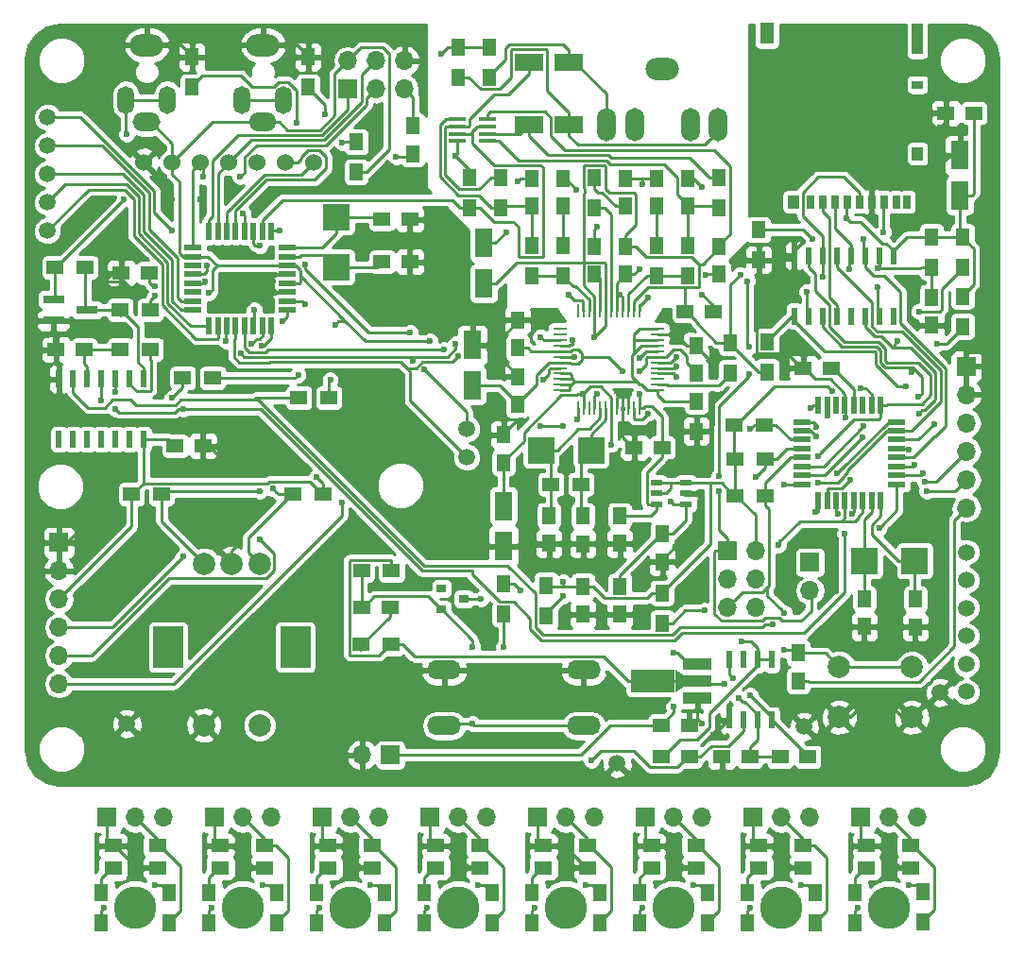
<source format=gtl>
%TF.GenerationSoftware,KiCad,Pcbnew,4.0.7*%
%TF.CreationDate,2018-03-17T21:48:54+01:00*%
%TF.ProjectId,Synkino,53796E6B696E6F2E6B696361645F7063,rev?*%
%TF.FileFunction,Copper,L1,Top,Signal*%
%FSLAX46Y46*%
G04 Gerber Fmt 4.6, Leading zero omitted, Abs format (unit mm)*
G04 Created by KiCad (PCBNEW 4.0.7) date 2018 March 17, Saturday 21:48:54*
%MOMM*%
%LPD*%
G01*
G04 APERTURE LIST*
%ADD10C,0.100000*%
%ADD11C,1.500000*%
%ADD12C,3.800000*%
%ADD13C,2.000000*%
%ADD14R,1.500000X1.250000*%
%ADD15R,1.250000X1.500000*%
%ADD16R,1.600000X2.600000*%
%ADD17R,2.600000X1.600000*%
%ADD18R,0.900000X0.800000*%
%ADD19R,1.300000X1.500000*%
%ADD20O,1.700000X3.000000*%
%ADD21O,3.000000X2.000000*%
%ADD22R,0.700000X1.200000*%
%ADD23R,1.000000X1.200000*%
%ADD24R,1.000000X0.800000*%
%ADD25R,1.000000X2.800000*%
%ADD26R,1.300000X1.900000*%
%ADD27R,0.600000X1.550000*%
%ADD28R,1.900000X0.800000*%
%ADD29R,1.500000X1.300000*%
%ADD30R,2.700000X3.700000*%
%ADD31R,1.600000X0.550000*%
%ADD32R,0.550000X1.600000*%
%ADD33R,0.600000X1.500000*%
%ADD34R,1.100000X0.600000*%
%ADD35R,1.300000X0.250000*%
%ADD36R,0.250000X1.300000*%
%ADD37R,1.560000X0.400000*%
%ADD38R,1.500000X1.200000*%
%ADD39R,1.700000X1.700000*%
%ADD40O,1.700000X1.700000*%
%ADD41R,2.400000X2.400000*%
%ADD42C,1.524000*%
%ADD43O,1.500000X2.500000*%
%ADD44O,2.500000X1.700000*%
%ADD45R,2.500000X1.000000*%
%ADD46R,4.000000X2.000000*%
%ADD47O,3.048000X1.727200*%
%ADD48C,0.600000*%
%ADD49C,0.250000*%
%ADD50C,0.254000*%
G04 APERTURE END LIST*
D10*
D11*
X154178000Y-98552000D03*
X125222000Y-104902000D03*
X141986000Y-101600000D03*
D12*
X149606000Y-117856000D03*
X139954000Y-117856000D03*
X130302000Y-117856000D03*
X120650000Y-117856000D03*
X110998000Y-117856000D03*
X101346000Y-117856000D03*
X91694000Y-117856000D03*
D13*
X151638000Y-96266000D03*
X151638000Y-100766000D03*
X145138000Y-96266000D03*
X145138000Y-100766000D03*
D14*
X83292000Y-60960000D03*
X80792000Y-60960000D03*
X129190000Y-101461000D03*
X131690000Y-101461000D03*
X134616000Y-104321000D03*
X137116000Y-104321000D03*
D15*
X106934000Y-47772000D03*
X106934000Y-50272000D03*
D14*
X104877000Y-90880000D03*
X102377000Y-90880000D03*
X142326000Y-104321000D03*
X139826000Y-104321000D03*
X106660000Y-59944000D03*
X104160000Y-59944000D03*
X106640000Y-56134000D03*
X104140000Y-56134000D03*
X129196000Y-104311000D03*
X131696000Y-104311000D03*
D15*
X122174000Y-89027000D03*
X122174000Y-91527000D03*
X125476000Y-89015000D03*
X125476000Y-91515000D03*
X125476000Y-82697000D03*
X125476000Y-85197000D03*
D16*
X155956000Y-53997000D03*
X155956000Y-50397000D03*
D15*
X119126000Y-82697000D03*
X119126000Y-85197000D03*
X153416000Y-63139000D03*
X153416000Y-65639000D03*
X129286000Y-84348000D03*
X129286000Y-86848000D03*
X125984000Y-52471000D03*
X125984000Y-54971000D03*
X122174000Y-82717000D03*
X122174000Y-85217000D03*
X128778000Y-52471000D03*
X128778000Y-54971000D03*
D14*
X157206000Y-46609000D03*
X154706000Y-46609000D03*
D15*
X120396000Y-52471000D03*
X120396000Y-54971000D03*
X115062000Y-77958000D03*
X115062000Y-75458000D03*
D16*
X113284000Y-61871000D03*
X113284000Y-58271000D03*
D15*
X117602000Y-54971000D03*
X117602000Y-52471000D03*
X131572000Y-54971000D03*
X131572000Y-52471000D03*
X125984000Y-58567000D03*
X125984000Y-61067000D03*
D14*
X131338000Y-64389000D03*
X133838000Y-64389000D03*
X88118000Y-76454000D03*
X85618000Y-76454000D03*
D15*
X134366000Y-58567000D03*
X134366000Y-61067000D03*
D14*
X77450000Y-67818000D03*
X74950000Y-67818000D03*
D16*
X112268000Y-71015000D03*
X112268000Y-67415000D03*
D15*
X116332000Y-67671000D03*
X116332000Y-65171000D03*
D14*
X129266000Y-76581000D03*
X126766000Y-76581000D03*
D15*
X132334000Y-69957000D03*
X132334000Y-67457000D03*
D17*
X117326000Y-42037000D03*
X120926000Y-42037000D03*
X117326000Y-47625000D03*
X120926000Y-47625000D03*
D15*
X116332000Y-72751000D03*
X116332000Y-70251000D03*
X123190000Y-61067000D03*
X123190000Y-58567000D03*
D14*
X144424000Y-69495000D03*
X141924000Y-69495000D03*
D16*
X115024000Y-81825000D03*
X115024000Y-85425000D03*
D15*
X147380000Y-92655000D03*
X147380000Y-90155000D03*
X151952000Y-92675000D03*
X151952000Y-90175000D03*
X141478000Y-95016000D03*
X141478000Y-97516000D03*
D18*
X109490000Y-89220000D03*
X109490000Y-91120000D03*
X111490000Y-90170000D03*
D19*
X97536000Y-41576000D03*
X97536000Y-44276000D03*
D20*
X131786000Y-47625000D03*
X134286000Y-47625000D03*
X126786000Y-47625000D03*
X124286000Y-47625000D03*
D21*
X129286000Y-42625000D03*
D22*
X142546000Y-54569000D03*
X143646000Y-54569000D03*
X144746000Y-54569000D03*
X145846000Y-54569000D03*
X146946000Y-54569000D03*
X148046000Y-54569000D03*
X149146000Y-54569000D03*
X150246000Y-54569000D03*
X151196000Y-54569000D03*
D23*
X140996000Y-54569000D03*
X152146000Y-50269000D03*
D24*
X152146000Y-44069000D03*
D25*
X152146000Y-39919000D03*
D26*
X138646000Y-39469000D03*
D27*
X135255000Y-100998000D03*
X136525000Y-100998000D03*
X137795000Y-100998000D03*
X139065000Y-100998000D03*
X139065000Y-95598000D03*
X137795000Y-95598000D03*
X136525000Y-95598000D03*
X135255000Y-95598000D03*
D28*
X74700000Y-63312000D03*
X74700000Y-65212000D03*
X77700000Y-64262000D03*
D19*
X156210000Y-60405000D03*
X156210000Y-57705000D03*
D29*
X105002000Y-87630000D03*
X102302000Y-87630000D03*
D19*
X156210000Y-65739000D03*
X156210000Y-63039000D03*
X138684000Y-67103000D03*
X138684000Y-69803000D03*
X137922000Y-57070000D03*
X137922000Y-59770000D03*
D29*
X104982000Y-94234000D03*
X102282000Y-94234000D03*
D19*
X129264000Y-89625000D03*
X129264000Y-92325000D03*
D29*
X84408000Y-80772000D03*
X81708000Y-80772000D03*
D19*
X115062000Y-88820000D03*
X115062000Y-91520000D03*
X118872000Y-88947000D03*
X118872000Y-91647000D03*
D29*
X96186000Y-80772000D03*
X98886000Y-80772000D03*
D19*
X101854000Y-51896000D03*
X101854000Y-49196000D03*
X153416000Y-57705000D03*
X153416000Y-60405000D03*
X123190000Y-52371000D03*
X123190000Y-55071000D03*
D29*
X122000000Y-79883000D03*
X119300000Y-79883000D03*
D19*
X128778000Y-58467000D03*
X128778000Y-61167000D03*
X120396000Y-58467000D03*
X120396000Y-61167000D03*
D29*
X74850000Y-60452000D03*
X77550000Y-60452000D03*
D19*
X132334000Y-72437000D03*
X132334000Y-75137000D03*
X117602000Y-61167000D03*
X117602000Y-58467000D03*
X131572000Y-61167000D03*
X131572000Y-58467000D03*
D29*
X83392000Y-64262000D03*
X80692000Y-64262000D03*
D19*
X114808000Y-52371000D03*
X114808000Y-55071000D03*
X112014000Y-52371000D03*
X112014000Y-55071000D03*
D29*
X83392000Y-67818000D03*
X80692000Y-67818000D03*
D19*
X134366000Y-52371000D03*
X134366000Y-55071000D03*
X135382000Y-67183000D03*
X135382000Y-69883000D03*
X113792000Y-43387000D03*
X113792000Y-40687000D03*
X110998000Y-43387000D03*
X110998000Y-40687000D03*
D29*
X96694000Y-72136000D03*
X99394000Y-72136000D03*
D19*
X78994000Y-119206000D03*
X78994000Y-116506000D03*
X88646000Y-119206000D03*
X88646000Y-116506000D03*
X98298000Y-119206000D03*
X98298000Y-116506000D03*
X104394000Y-116506000D03*
X104394000Y-119206000D03*
D29*
X135730000Y-74549000D03*
X138430000Y-74549000D03*
X135810000Y-77597000D03*
X138510000Y-77597000D03*
X135810000Y-80899000D03*
X138510000Y-80899000D03*
D13*
X93178000Y-101488000D03*
X93178000Y-86988000D03*
X90678000Y-86988000D03*
X88178000Y-86988000D03*
D30*
X96378000Y-94488000D03*
X84978000Y-94488000D03*
D13*
X88178000Y-101488000D03*
D31*
X95690000Y-64268000D03*
X95690000Y-63468000D03*
X95690000Y-62668000D03*
X95690000Y-61868000D03*
X95690000Y-61068000D03*
X95690000Y-60268000D03*
X95690000Y-59468000D03*
X95690000Y-58668000D03*
D32*
X94240000Y-57218000D03*
X93440000Y-57218000D03*
X92640000Y-57218000D03*
X91840000Y-57218000D03*
X91040000Y-57218000D03*
X90240000Y-57218000D03*
X89440000Y-57218000D03*
X88640000Y-57218000D03*
D31*
X87190000Y-58668000D03*
X87190000Y-59468000D03*
X87190000Y-60268000D03*
X87190000Y-61068000D03*
X87190000Y-61868000D03*
X87190000Y-62668000D03*
X87190000Y-63468000D03*
X87190000Y-64268000D03*
D32*
X88640000Y-65718000D03*
X89440000Y-65718000D03*
X90240000Y-65718000D03*
X91040000Y-65718000D03*
X91840000Y-65718000D03*
X92640000Y-65718000D03*
X93440000Y-65718000D03*
X94240000Y-65718000D03*
D33*
X149987000Y-59403000D03*
X148717000Y-59403000D03*
X147447000Y-59403000D03*
X146177000Y-59403000D03*
X144907000Y-59403000D03*
X143637000Y-59403000D03*
X142367000Y-59403000D03*
X141097000Y-59403000D03*
X141097000Y-64803000D03*
X142367000Y-64803000D03*
X143637000Y-64803000D03*
X144907000Y-64803000D03*
X146177000Y-64803000D03*
X147447000Y-64803000D03*
X148717000Y-64803000D03*
X149987000Y-64803000D03*
D34*
X131378000Y-81661000D03*
X131378000Y-80711000D03*
X131378000Y-79761000D03*
X128778000Y-80711000D03*
X128778000Y-81661000D03*
X128778000Y-79761000D03*
D33*
X82804000Y-70452000D03*
X81534000Y-70452000D03*
X80264000Y-70452000D03*
X78994000Y-70452000D03*
X77724000Y-70452000D03*
X76454000Y-70452000D03*
X75184000Y-70452000D03*
X75184000Y-75852000D03*
X76454000Y-75852000D03*
X77724000Y-75852000D03*
X78994000Y-75852000D03*
X80264000Y-75852000D03*
X81534000Y-75852000D03*
X82804000Y-75852000D03*
D35*
X120110000Y-65957000D03*
X120110000Y-66457000D03*
X120110000Y-66957000D03*
X120110000Y-67457000D03*
X120110000Y-67957000D03*
X120110000Y-68457000D03*
X120110000Y-68957000D03*
X120110000Y-69457000D03*
X120110000Y-69957000D03*
X120110000Y-70457000D03*
X120110000Y-70957000D03*
X120110000Y-71457000D03*
D36*
X121710000Y-73057000D03*
X122210000Y-73057000D03*
X122710000Y-73057000D03*
X123210000Y-73057000D03*
X123710000Y-73057000D03*
X124210000Y-73057000D03*
X124710000Y-73057000D03*
X125210000Y-73057000D03*
X125710000Y-73057000D03*
X126210000Y-73057000D03*
X126710000Y-73057000D03*
X127210000Y-73057000D03*
D35*
X128810000Y-71457000D03*
X128810000Y-70957000D03*
X128810000Y-70457000D03*
X128810000Y-69957000D03*
X128810000Y-69457000D03*
X128810000Y-68957000D03*
X128810000Y-68457000D03*
X128810000Y-67957000D03*
X128810000Y-67457000D03*
X128810000Y-66957000D03*
X128810000Y-66457000D03*
X128810000Y-65957000D03*
D36*
X127210000Y-64357000D03*
X126710000Y-64357000D03*
X126210000Y-64357000D03*
X125710000Y-64357000D03*
X125210000Y-64357000D03*
X124710000Y-64357000D03*
X124210000Y-64357000D03*
X123710000Y-64357000D03*
X123210000Y-64357000D03*
X122710000Y-64357000D03*
X122210000Y-64357000D03*
X121710000Y-64357000D03*
D37*
X110918000Y-47153000D03*
X110918000Y-47803000D03*
X110918000Y-48463000D03*
X110918000Y-49113000D03*
X113618000Y-49113000D03*
X113618000Y-48463000D03*
X113618000Y-47803000D03*
X113618000Y-47153000D03*
D38*
X80042000Y-112284000D03*
X84042000Y-112284000D03*
X84042000Y-114284000D03*
X80042000Y-114284000D03*
D32*
X143250000Y-81339000D03*
X144050000Y-81339000D03*
X144850000Y-81339000D03*
X145650000Y-81339000D03*
X146450000Y-81339000D03*
X147250000Y-81339000D03*
X148050000Y-81339000D03*
X148850000Y-81339000D03*
D31*
X150300000Y-79889000D03*
X150300000Y-79089000D03*
X150300000Y-78289000D03*
X150300000Y-77489000D03*
X150300000Y-76689000D03*
X150300000Y-75889000D03*
X150300000Y-75089000D03*
X150300000Y-74289000D03*
D32*
X148850000Y-72839000D03*
X148050000Y-72839000D03*
X147250000Y-72839000D03*
X146450000Y-72839000D03*
X145650000Y-72839000D03*
X144850000Y-72839000D03*
X144050000Y-72839000D03*
X143250000Y-72839000D03*
D31*
X141800000Y-74289000D03*
X141800000Y-75089000D03*
X141800000Y-75889000D03*
X141800000Y-76689000D03*
X141800000Y-77489000D03*
X141800000Y-78289000D03*
X141800000Y-79089000D03*
X141800000Y-79889000D03*
D38*
X99314000Y-112268000D03*
X103314000Y-112268000D03*
X103314000Y-114268000D03*
X99314000Y-114268000D03*
D39*
X75184000Y-85090000D03*
D40*
X75184000Y-87630000D03*
X75184000Y-90170000D03*
X75184000Y-92710000D03*
X75184000Y-95250000D03*
X75184000Y-97790000D03*
D39*
X101092000Y-44450000D03*
D40*
X101092000Y-41910000D03*
X103632000Y-44450000D03*
X103632000Y-41910000D03*
X106172000Y-44450000D03*
X106172000Y-41910000D03*
D39*
X156524000Y-69325000D03*
D40*
X156524000Y-71865000D03*
X156524000Y-74405000D03*
X156524000Y-76945000D03*
X156524000Y-79485000D03*
X156524000Y-82025000D03*
D41*
X100076000Y-60416000D03*
X100076000Y-55916000D03*
X122900000Y-76835000D03*
X118400000Y-76835000D03*
X147392000Y-86741000D03*
X151892000Y-86741000D03*
D11*
X156524000Y-85983000D03*
X156524000Y-88483000D03*
X156524000Y-90983000D03*
X156524000Y-93483000D03*
X156524000Y-95983000D03*
X156524000Y-98483000D03*
X74168000Y-49530000D03*
X74168000Y-52070000D03*
X74168000Y-54610000D03*
X74168000Y-57150000D03*
X74168000Y-46990000D03*
D39*
X142494000Y-86868000D03*
D40*
X142494000Y-89408000D03*
D39*
X135128000Y-85852000D03*
D40*
X137668000Y-85852000D03*
X135128000Y-88392000D03*
X137668000Y-88392000D03*
X135128000Y-90932000D03*
X137668000Y-90932000D03*
D42*
X82804000Y-51054000D03*
X85344000Y-51054000D03*
X87884000Y-51054000D03*
X90424000Y-51054000D03*
X92964000Y-51054000D03*
X95504000Y-51054000D03*
X98044000Y-51054000D03*
D39*
X79502000Y-109728000D03*
D40*
X82042000Y-109728000D03*
X84582000Y-109728000D03*
D39*
X89154000Y-109728000D03*
D40*
X91694000Y-109728000D03*
X94234000Y-109728000D03*
D39*
X98806000Y-109728000D03*
D40*
X101346000Y-109728000D03*
X103886000Y-109728000D03*
D39*
X108458000Y-109728000D03*
D40*
X110998000Y-109728000D03*
X113538000Y-109728000D03*
D39*
X118110000Y-109728000D03*
D40*
X120650000Y-109728000D03*
X123190000Y-109728000D03*
D39*
X127762000Y-109728000D03*
D40*
X130302000Y-109728000D03*
X132842000Y-109728000D03*
D39*
X137414000Y-109728000D03*
D40*
X139954000Y-109728000D03*
X142494000Y-109728000D03*
D39*
X147066000Y-109728000D03*
D40*
X149606000Y-109728000D03*
X152146000Y-109728000D03*
D19*
X85090000Y-116506000D03*
X85090000Y-119206000D03*
X94742000Y-116506000D03*
X94742000Y-119206000D03*
X107950000Y-119206000D03*
X107950000Y-116506000D03*
X114046000Y-116506000D03*
X114046000Y-119206000D03*
X117602000Y-119206000D03*
X117602000Y-116506000D03*
X127254000Y-119206000D03*
X127254000Y-116506000D03*
X123698000Y-116506000D03*
X123698000Y-119206000D03*
X133350000Y-116506000D03*
X133350000Y-119206000D03*
X136906000Y-119206000D03*
X136906000Y-116506000D03*
X143002000Y-116506000D03*
X143002000Y-119206000D03*
X146558000Y-119206000D03*
X146558000Y-116506000D03*
X152654000Y-116426000D03*
X152654000Y-119126000D03*
D38*
X89662000Y-112268000D03*
X93662000Y-112268000D03*
X93662000Y-114268000D03*
X89662000Y-114268000D03*
X108966000Y-112268000D03*
X112966000Y-112268000D03*
X112966000Y-114268000D03*
X108966000Y-114268000D03*
X118618000Y-112268000D03*
X122618000Y-112268000D03*
X122618000Y-114268000D03*
X118618000Y-114268000D03*
X128302000Y-112268000D03*
X132302000Y-112268000D03*
X132302000Y-114268000D03*
X128302000Y-114268000D03*
X137922000Y-112268000D03*
X141922000Y-112268000D03*
X141922000Y-114268000D03*
X137922000Y-114268000D03*
X147574000Y-112268000D03*
X151574000Y-112268000D03*
X151574000Y-114268000D03*
X147574000Y-114268000D03*
D19*
X87122000Y-41576000D03*
X87122000Y-44276000D03*
D43*
X95322000Y-45426000D03*
X91622000Y-45426000D03*
D44*
X93472000Y-47426000D03*
D21*
X93472000Y-40526000D03*
D29*
X86280000Y-70358000D03*
X88980000Y-70358000D03*
D43*
X84908000Y-45426000D03*
X81208000Y-45426000D03*
D44*
X83058000Y-47426000D03*
D21*
X83058000Y-40526000D03*
D12*
X82042000Y-117856000D03*
D11*
X81280000Y-101346000D03*
X111760000Y-77470000D03*
X111760000Y-74930000D03*
D45*
X132420000Y-99036000D03*
X132420000Y-97536000D03*
X132420000Y-96036000D03*
D46*
X128460000Y-97536000D03*
D10*
G36*
X130435000Y-96536000D02*
X131185000Y-97036000D01*
X131185000Y-98036000D01*
X130435000Y-98536000D01*
X130435000Y-96536000D01*
X130435000Y-96536000D01*
G37*
D47*
X122228000Y-96520000D03*
X122228000Y-101520000D03*
X109728000Y-96520000D03*
X109728000Y-101520000D03*
D39*
X104902000Y-104140000D03*
D40*
X102362000Y-104140000D03*
D48*
X88490004Y-60275003D03*
X83810380Y-62171306D03*
X130459000Y-66457000D03*
X103378000Y-48260000D03*
X90678000Y-53848000D03*
X87884000Y-54356000D03*
X85344000Y-54356000D03*
X90932000Y-58928000D03*
X92202000Y-61214000D03*
X84836000Y-66802000D03*
X82042000Y-62738000D03*
X113284000Y-92202000D03*
X113538000Y-96266000D03*
X133858000Y-102362000D03*
X132842000Y-101346000D03*
X82042000Y-93980000D03*
X81788000Y-85852000D03*
X132334000Y-76708000D03*
X127000000Y-78232000D03*
X74168000Y-66548000D03*
X76962000Y-84074000D03*
X88320998Y-61717770D03*
X86614000Y-102362000D03*
X91440000Y-85090000D03*
X89662000Y-77470000D03*
X79248000Y-61722000D03*
X116690399Y-74147678D03*
X94389998Y-61722000D03*
X141853990Y-58146011D03*
X150114000Y-100076000D03*
X146812000Y-100076000D03*
X154178000Y-47879000D03*
X123698000Y-91567000D03*
X144804000Y-89495000D03*
X144854000Y-87495000D03*
X145676894Y-73881797D03*
X144997039Y-82574992D03*
X146247051Y-82548051D03*
X158024000Y-68075000D03*
X130429000Y-85471000D03*
X154305000Y-51181000D03*
X149666000Y-92568000D03*
X154813000Y-65151000D03*
X133858000Y-71755000D03*
X133858000Y-69977000D03*
X125222000Y-71501000D03*
X123444000Y-71755000D03*
X121260002Y-66929000D03*
X113792000Y-67691000D03*
X123952000Y-84963000D03*
X132588000Y-80645000D03*
X148082000Y-53213000D03*
X130302000Y-99822000D03*
X130302000Y-94996000D03*
X134874000Y-97790000D03*
X136144000Y-99060000D03*
X105410000Y-50546000D03*
X100584000Y-81534000D03*
X112268000Y-101346000D03*
X112268000Y-94488000D03*
X137160000Y-98806000D03*
X135636000Y-97282000D03*
X144502051Y-71524949D03*
X88646000Y-62738000D03*
X83820000Y-62992000D03*
X99958990Y-65598051D03*
X98298000Y-79248000D03*
X120396000Y-88646000D03*
X108458000Y-67056000D03*
X139700000Y-85344000D03*
X136398000Y-93980000D03*
X147066000Y-71247000D03*
X122936000Y-104648000D03*
X115062000Y-94488000D03*
X145774000Y-56075000D03*
X136274000Y-61075000D03*
X124714000Y-76327000D03*
X130048000Y-81407000D03*
X121411555Y-68466022D03*
X127209989Y-68607004D03*
X123190000Y-66675000D03*
X122174000Y-71755000D03*
X125730000Y-69723000D03*
X127254000Y-71755000D03*
X127254000Y-69723000D03*
X148600546Y-60539968D03*
X118364000Y-66675000D03*
X109728000Y-67818000D03*
X133096000Y-91186000D03*
X140224610Y-91425709D03*
X140208000Y-94742000D03*
X116586000Y-89408000D03*
X113030000Y-90170000D03*
X93218000Y-58518002D03*
X97282000Y-60198000D03*
X106680000Y-66294000D03*
X120396000Y-89916000D03*
X99508979Y-70532737D03*
X99060000Y-46736000D03*
X80264000Y-71628000D03*
X81280000Y-48514000D03*
X130539539Y-69363563D03*
X146050000Y-60579000D03*
X143656989Y-61245817D03*
X130556000Y-70231000D03*
X137083989Y-67564000D03*
X136906000Y-61678736D03*
X137033000Y-69977000D03*
X134366000Y-79121000D03*
X134366000Y-80518000D03*
X149098000Y-57325000D03*
X130556000Y-68453000D03*
X144950125Y-78900565D03*
X150368000Y-67056000D03*
X152273000Y-64389000D03*
X152263010Y-73533000D03*
X151892000Y-78105000D03*
X151377166Y-76794474D03*
X151599202Y-69859990D03*
X153924000Y-67310000D03*
X152208714Y-72061511D03*
X152655682Y-78865318D03*
X151118113Y-71110010D03*
X147320000Y-57912000D03*
X142748000Y-57912000D03*
X93379396Y-67433645D03*
X93218000Y-80518000D03*
X94370990Y-80264000D03*
X95250000Y-65278000D03*
X100584000Y-49276000D03*
X139192000Y-92456000D03*
X143024011Y-82389521D03*
X107965451Y-69611451D03*
X106934000Y-68834000D03*
X91502643Y-68165544D03*
X110744000Y-67310000D03*
X90170000Y-67056000D03*
X118364000Y-74676000D03*
X120396000Y-74676000D03*
X137160000Y-74930000D03*
X110967999Y-68425278D03*
X137668000Y-79248000D03*
X91694000Y-55626000D03*
X88138000Y-52324000D03*
X91440000Y-52324000D03*
X92710000Y-64262000D03*
X86360000Y-86360000D03*
X92456000Y-67310000D03*
X93218000Y-84836000D03*
X143274000Y-79735000D03*
X143219746Y-77343473D03*
X142240000Y-62611000D03*
X128016000Y-73533000D03*
X121666000Y-74050990D03*
X148590000Y-62239990D03*
X86360000Y-73152000D03*
X85344000Y-72136000D03*
X80264000Y-73152000D03*
X78994000Y-72390000D03*
X148707001Y-83812125D03*
X145622049Y-84285000D03*
X140208000Y-79883000D03*
X118618000Y-70485000D03*
X152814778Y-79660825D03*
X147304000Y-74695000D03*
X152981940Y-80510631D03*
X147194000Y-75695000D03*
X128016000Y-63119000D03*
X120904000Y-62865000D03*
X125476000Y-62865000D03*
X132842000Y-53213000D03*
X127508000Y-52959000D03*
X115316000Y-57277000D03*
X133172011Y-61087000D03*
X132842000Y-62865000D03*
X127254000Y-60579000D03*
X123444000Y-56769000D03*
X116332000Y-52705000D03*
X121597518Y-53477727D03*
X109474000Y-41275000D03*
X110744000Y-50419000D03*
X144083758Y-73732195D03*
X142544000Y-73095000D03*
X143091113Y-74720147D03*
X143100001Y-75612933D03*
X146104137Y-79500967D03*
X153634000Y-74495000D03*
X94996000Y-57150000D03*
X85344000Y-57150000D03*
X83820000Y-115824000D03*
X79248000Y-117856000D03*
X93472000Y-115824000D03*
X88900000Y-117856000D03*
X103124000Y-115824000D03*
X98552000Y-117856000D03*
X112776000Y-115824000D03*
X108204000Y-117856000D03*
X122428000Y-115824000D03*
X117856000Y-117856000D03*
X132080000Y-115824000D03*
X127508000Y-117856000D03*
X141732000Y-115824000D03*
X137160000Y-117856000D03*
X151384000Y-115824000D03*
X146812000Y-117856000D03*
X96637010Y-70080745D03*
X96520000Y-47498000D03*
X81046847Y-54335153D03*
X97282000Y-63754000D03*
D49*
X87190000Y-61068000D02*
X88240000Y-61068000D01*
X88240000Y-61068000D02*
X88490004Y-60817996D01*
X88490004Y-60817996D02*
X88490004Y-60699267D01*
X88490004Y-60699267D02*
X88490004Y-60275003D01*
X83628306Y-62171306D02*
X83810380Y-62171306D01*
X83292000Y-61835000D02*
X83628306Y-62171306D01*
X83292000Y-60960000D02*
X83292000Y-61835000D01*
X132334000Y-67457000D02*
X131459000Y-67457000D01*
X131459000Y-67457000D02*
X130459000Y-66457000D01*
X85344000Y-53594000D02*
X85344000Y-54356000D01*
X82804000Y-51054000D02*
X85344000Y-53594000D01*
X95690000Y-61068000D02*
X92348000Y-61068000D01*
X92348000Y-61068000D02*
X92202000Y-61214000D01*
X79248000Y-61722000D02*
X81026000Y-61722000D01*
X81026000Y-61722000D02*
X82042000Y-62738000D01*
X109728000Y-96520000D02*
X113284000Y-96520000D01*
X113284000Y-96520000D02*
X113538000Y-96266000D01*
X135255000Y-100998000D02*
X135222000Y-100998000D01*
X135222000Y-100998000D02*
X133858000Y-102362000D01*
X132420000Y-99036000D02*
X132420000Y-100924000D01*
X132420000Y-100924000D02*
X132842000Y-101346000D01*
X74700000Y-65212000D02*
X74700000Y-66548000D01*
X74700000Y-66548000D02*
X74700000Y-67568000D01*
X74168000Y-66548000D02*
X74700000Y-66548000D01*
X74700000Y-67568000D02*
X74950000Y-67818000D01*
X121260002Y-66929000D02*
X121260002Y-67353264D01*
X121260002Y-67353264D02*
X121222264Y-67391002D01*
X121222264Y-67391002D02*
X120949998Y-67391002D01*
X120949998Y-67391002D02*
X120884000Y-67457000D01*
X120884000Y-67457000D02*
X120110000Y-67457000D01*
X132334000Y-76708000D02*
X132334000Y-75137000D01*
X141924000Y-69495000D02*
X141799000Y-69495000D01*
X140482001Y-68178001D02*
X137774001Y-68178001D01*
X137708999Y-60983001D02*
X137922000Y-60770000D01*
X141799000Y-69495000D02*
X140482001Y-68178001D01*
X137774001Y-68178001D02*
X137708999Y-68112999D01*
X137708999Y-68112999D02*
X137708999Y-60983001D01*
X137922000Y-60770000D02*
X137922000Y-59770000D01*
X145650000Y-71789000D02*
X144306001Y-70445001D01*
X145650000Y-72839000D02*
X145650000Y-71789000D01*
X144306001Y-70445001D02*
X142999001Y-70445001D01*
X142999001Y-70445001D02*
X142049000Y-69495000D01*
X142049000Y-69495000D02*
X141924000Y-69495000D01*
X129710000Y-66457000D02*
X128810000Y-66457000D01*
X125710000Y-73057000D02*
X125710000Y-75650000D01*
X125710000Y-75650000D02*
X126641000Y-76581000D01*
X126641000Y-76581000D02*
X126766000Y-76581000D01*
X125358000Y-72009000D02*
X125730000Y-72009000D01*
X125710000Y-72029000D02*
X125730000Y-72009000D01*
X125730000Y-72009000D02*
X126062000Y-72009000D01*
X125710000Y-73057000D02*
X125710000Y-72029000D01*
X125358000Y-72009000D02*
X125305736Y-72009000D01*
X125305736Y-72009000D02*
X125222000Y-71925264D01*
X125222000Y-71925264D02*
X125222000Y-71501000D01*
X126766000Y-76581000D02*
X126766000Y-77998000D01*
X126766000Y-77998000D02*
X127000000Y-78232000D01*
X75184000Y-85090000D02*
X75946000Y-85090000D01*
X75946000Y-85090000D02*
X76962000Y-84074000D01*
X88320998Y-61787002D02*
X88320998Y-61717770D01*
X88240000Y-61868000D02*
X88320998Y-61787002D01*
X87190000Y-61868000D02*
X88240000Y-61868000D01*
X83058000Y-40526000D02*
X86172000Y-40526000D01*
X86172000Y-40526000D02*
X87122000Y-41476000D01*
X87122000Y-41476000D02*
X87122000Y-41576000D01*
X93472000Y-40526000D02*
X96586000Y-40526000D01*
X97536000Y-41476000D02*
X97536000Y-41576000D01*
X96586000Y-40526000D02*
X97536000Y-41476000D01*
X75184000Y-85090000D02*
X75184000Y-86190000D01*
X75184000Y-86190000D02*
X75184000Y-87630000D01*
X90678000Y-86988000D02*
X90678000Y-85852000D01*
X90678000Y-85852000D02*
X91440000Y-85090000D01*
X88118000Y-76454000D02*
X88646000Y-76454000D01*
X88646000Y-76454000D02*
X89662000Y-77470000D01*
X80792000Y-60960000D02*
X80010000Y-60960000D01*
X80010000Y-60960000D02*
X79248000Y-61722000D01*
X115062000Y-75458000D02*
X115062000Y-75333000D01*
X116247322Y-74147678D02*
X116266135Y-74147678D01*
X115062000Y-75333000D02*
X116247322Y-74147678D01*
X116266135Y-74147678D02*
X116690399Y-74147678D01*
X95690000Y-62668000D02*
X94640000Y-62668000D01*
X94640000Y-62668000D02*
X94389998Y-62417998D01*
X94389998Y-62417998D02*
X94389998Y-62146264D01*
X94389998Y-62146264D02*
X94389998Y-61722000D01*
X95690000Y-61068000D02*
X94640000Y-61068000D01*
X94640000Y-61068000D02*
X94389998Y-61318002D01*
X94389998Y-61318002D02*
X94389998Y-61722000D01*
X141097000Y-59403000D02*
X141097000Y-58953000D01*
X141097000Y-58953000D02*
X141853990Y-58196010D01*
X141853990Y-58196010D02*
X141853990Y-58146011D01*
X137922000Y-59770000D02*
X140730000Y-59770000D01*
X140730000Y-59770000D02*
X141097000Y-59403000D01*
X151638000Y-100766000D02*
X150804000Y-100766000D01*
X150804000Y-100766000D02*
X150114000Y-100076000D01*
X145138000Y-100766000D02*
X146122000Y-100766000D01*
X146122000Y-100766000D02*
X146812000Y-100076000D01*
X154706000Y-46609000D02*
X154706000Y-47351000D01*
X154706000Y-47351000D02*
X154178000Y-47879000D01*
X125476000Y-91515000D02*
X123750000Y-91515000D01*
X123750000Y-91515000D02*
X123698000Y-91567000D01*
X122174000Y-91527000D02*
X123658000Y-91527000D01*
X123658000Y-91527000D02*
X123698000Y-91567000D01*
X144854000Y-87495000D02*
X144854000Y-89445000D01*
X144854000Y-89445000D02*
X144804000Y-89495000D01*
X145676894Y-73457533D02*
X145676894Y-73881797D01*
X145676894Y-72865894D02*
X145676894Y-73457533D01*
X145650000Y-72839000D02*
X145676894Y-72865894D01*
X144850000Y-82427953D02*
X144997039Y-82574992D01*
X146290949Y-82548051D02*
X146247051Y-82548051D01*
X146450000Y-81339000D02*
X146450000Y-82389000D01*
X146450000Y-82389000D02*
X146290949Y-82548051D01*
X144850000Y-81339000D02*
X144850000Y-82427953D01*
X156524000Y-69325000D02*
X156524000Y-68225000D01*
X156524000Y-68225000D02*
X156674000Y-68075000D01*
X156674000Y-68075000D02*
X158024000Y-68075000D01*
X156524000Y-71865000D02*
X156524000Y-69325000D01*
X115024000Y-85425000D02*
X118898000Y-85425000D01*
X118898000Y-85425000D02*
X119126000Y-85197000D01*
X129286000Y-86848000D02*
X129286000Y-86614000D01*
X129286000Y-86614000D02*
X130429000Y-85471000D01*
X155956000Y-50397000D02*
X155089000Y-50397000D01*
X155089000Y-50397000D02*
X154305000Y-51181000D01*
X151952000Y-92675000D02*
X149773000Y-92675000D01*
X149773000Y-92675000D02*
X149666000Y-92568000D01*
X147380000Y-92655000D02*
X149579000Y-92655000D01*
X149579000Y-92655000D02*
X149666000Y-92568000D01*
X153416000Y-65639000D02*
X154325000Y-65639000D01*
X154325000Y-65639000D02*
X154813000Y-65151000D01*
X133858000Y-71755000D02*
X133858000Y-74513000D01*
X133858000Y-74513000D02*
X133234000Y-75137000D01*
X133234000Y-75137000D02*
X132334000Y-75137000D01*
X132334000Y-67457000D02*
X132334000Y-67582000D01*
X132334000Y-67582000D02*
X133858000Y-69106000D01*
X133858000Y-69106000D02*
X133858000Y-69977000D01*
X123210000Y-71989000D02*
X123444000Y-71755000D01*
X123210000Y-73057000D02*
X123210000Y-71989000D01*
X125210000Y-73057000D02*
X125210000Y-72157000D01*
X125210000Y-72157000D02*
X125358000Y-72009000D01*
X126210000Y-73057000D02*
X126210000Y-72157000D01*
X126210000Y-72157000D02*
X126062000Y-72009000D01*
X130459000Y-66457000D02*
X129710000Y-66457000D01*
X116332000Y-65171000D02*
X116332000Y-65296000D01*
X116332000Y-65296000D02*
X113937000Y-67691000D01*
X113937000Y-67691000D02*
X113792000Y-67691000D01*
X116332000Y-70251000D02*
X116332000Y-70126000D01*
X116332000Y-70126000D02*
X113897000Y-67691000D01*
X113897000Y-67691000D02*
X113792000Y-67691000D01*
X112268000Y-67415000D02*
X113516000Y-67415000D01*
X113516000Y-67415000D02*
X113792000Y-67691000D01*
X119126000Y-85197000D02*
X122154000Y-85197000D01*
X122154000Y-85197000D02*
X122174000Y-85217000D01*
X122174000Y-85217000D02*
X123698000Y-85217000D01*
X123698000Y-85217000D02*
X123952000Y-84963000D01*
X125476000Y-85197000D02*
X124186000Y-85197000D01*
X124186000Y-85197000D02*
X123952000Y-84963000D01*
X131378000Y-80711000D02*
X132522000Y-80711000D01*
X132522000Y-80711000D02*
X132588000Y-80645000D01*
X148046000Y-54569000D02*
X148046000Y-53249000D01*
X148046000Y-53249000D02*
X148082000Y-53213000D01*
X153416000Y-65639000D02*
X153416000Y-65764000D01*
X141097000Y-59403000D02*
X141097000Y-59853000D01*
X104902000Y-104140000D02*
X121949348Y-104140000D01*
X124628348Y-101461000D02*
X128190000Y-101461000D01*
X121949348Y-104140000D02*
X124628348Y-101461000D01*
X128190000Y-101461000D02*
X129190000Y-101461000D01*
X132420000Y-96036000D02*
X131670000Y-96036000D01*
X131670000Y-96036000D02*
X130630000Y-94996000D01*
X130630000Y-94996000D02*
X130302000Y-94996000D01*
X130302000Y-99822000D02*
X130302000Y-100349000D01*
X130302000Y-100349000D02*
X129190000Y-101461000D01*
X129065000Y-101461000D02*
X129190000Y-101461000D01*
X104982000Y-94234000D02*
X105982000Y-94234000D01*
X107079390Y-95331390D02*
X124005390Y-95331390D01*
X105982000Y-94234000D02*
X107079390Y-95331390D01*
X124005390Y-95331390D02*
X126210000Y-97536000D01*
X126210000Y-97536000D02*
X128460000Y-97536000D01*
X105002000Y-87630000D02*
X105002000Y-86730000D01*
X105002000Y-86730000D02*
X104926999Y-86654999D01*
X104926999Y-86654999D02*
X101291999Y-86654999D01*
X101291999Y-86654999D02*
X101206999Y-86739999D01*
X101206999Y-86739999D02*
X101206999Y-95144001D01*
X101206999Y-95144001D02*
X101271999Y-95209001D01*
X101271999Y-95209001D02*
X103906999Y-95209001D01*
X103906999Y-95209001D02*
X104882000Y-94234000D01*
X104882000Y-94234000D02*
X104982000Y-94234000D01*
X136144000Y-99060000D02*
X136443999Y-99359999D01*
X136443999Y-99359999D02*
X136631999Y-99359999D01*
X136631999Y-99359999D02*
X137795000Y-100523000D01*
X137795000Y-100523000D02*
X137795000Y-100998000D01*
X137116000Y-104321000D02*
X137116000Y-103446000D01*
X137116000Y-103446000D02*
X137795000Y-102767000D01*
X137795000Y-102767000D02*
X137795000Y-102023000D01*
X137795000Y-102023000D02*
X137795000Y-100998000D01*
X132420000Y-97536000D02*
X130810000Y-97536000D01*
X134874000Y-97790000D02*
X132674000Y-97790000D01*
X132674000Y-97790000D02*
X132420000Y-97536000D01*
X137287000Y-104150000D02*
X137116000Y-104321000D01*
X132420000Y-97536000D02*
X128460000Y-97536000D01*
X137116000Y-104321000D02*
X138116000Y-104321000D01*
X138116000Y-104321000D02*
X139826000Y-104321000D01*
X106934000Y-47772000D02*
X106934000Y-45212000D01*
X106934000Y-45212000D02*
X106172000Y-44450000D01*
X105410000Y-50546000D02*
X106660000Y-50546000D01*
X106660000Y-50546000D02*
X106934000Y-50272000D01*
X106934000Y-50272000D02*
X106446000Y-50272000D01*
X75184000Y-97790000D02*
X85461002Y-97790000D01*
X100584000Y-82667002D02*
X100584000Y-81534000D01*
X85461002Y-97790000D02*
X100584000Y-82667002D01*
X102282000Y-94234000D02*
X102382000Y-94234000D01*
X102382000Y-94234000D02*
X104877000Y-91739000D01*
X104877000Y-91739000D02*
X104877000Y-90880000D01*
X102177000Y-94730000D02*
X102277000Y-94730000D01*
X122228000Y-101520000D02*
X112442000Y-101520000D01*
X112442000Y-101520000D02*
X112268000Y-101346000D01*
X112268000Y-101346000D02*
X109902000Y-101346000D01*
X109902000Y-101346000D02*
X109728000Y-101520000D01*
X109490000Y-91120000D02*
X109540000Y-91120000D01*
X109540000Y-91120000D02*
X112268000Y-93848000D01*
X112268000Y-93848000D02*
X112268000Y-94488000D01*
X102377000Y-90880000D02*
X102502000Y-90880000D01*
X102502000Y-90880000D02*
X103452001Y-89929999D01*
X103452001Y-89929999D02*
X108249999Y-89929999D01*
X108249999Y-89929999D02*
X109440000Y-91120000D01*
X109440000Y-91120000D02*
X109490000Y-91120000D01*
X102377000Y-90880000D02*
X102377000Y-90005000D01*
X102302000Y-87630000D02*
X102302000Y-90805000D01*
X102302000Y-90805000D02*
X102377000Y-90880000D01*
X137160000Y-98806000D02*
X139065000Y-100711000D01*
X139065000Y-100711000D02*
X139065000Y-100998000D01*
X135255000Y-95598000D02*
X135255000Y-96901000D01*
X135255000Y-96901000D02*
X135636000Y-97282000D01*
X142326000Y-104217000D02*
X142326000Y-104321000D01*
X139107000Y-100998000D02*
X142326000Y-104217000D01*
X96740000Y-59468000D02*
X96889002Y-59318998D01*
X95690000Y-59468000D02*
X96740000Y-59468000D01*
X96889002Y-59318998D02*
X98978998Y-59318998D01*
X98978998Y-59318998D02*
X100076000Y-60416000D01*
X100076000Y-60416000D02*
X103688000Y-60416000D01*
X103688000Y-60416000D02*
X104160000Y-59944000D01*
X100076000Y-55916000D02*
X103922000Y-55916000D01*
X103922000Y-55916000D02*
X104140000Y-56134000D01*
X95690000Y-58668000D02*
X98774000Y-58668000D01*
X98774000Y-58668000D02*
X100076000Y-57366000D01*
X100076000Y-57366000D02*
X100076000Y-55916000D01*
X86305645Y-59468000D02*
X87190000Y-59468000D01*
X85969002Y-59131357D02*
X86305645Y-59468000D01*
X85969002Y-52756632D02*
X85969002Y-59131357D01*
X85344000Y-52131630D02*
X85969002Y-52756632D01*
X85344000Y-51054000D02*
X85344000Y-52131630D01*
X129196000Y-104311000D02*
X129321000Y-104311000D01*
X129321000Y-104311000D02*
X130879001Y-102752999D01*
X130879001Y-102752999D02*
X132358003Y-102752999D01*
X133467002Y-100400998D02*
X137795000Y-96073000D01*
X132358003Y-102752999D02*
X133467002Y-101644000D01*
X133467002Y-101644000D02*
X133467002Y-100400998D01*
X137795000Y-96073000D02*
X137795000Y-95598000D01*
X137795000Y-95598000D02*
X137795000Y-94573000D01*
X137795000Y-94573000D02*
X137202000Y-93980000D01*
X137202000Y-93980000D02*
X136822264Y-93980000D01*
X136822264Y-93980000D02*
X136398000Y-93980000D01*
X139065000Y-95598000D02*
X137795000Y-95598000D01*
X82783001Y-79796999D02*
X81808000Y-80772000D01*
X81808000Y-80772000D02*
X81708000Y-80772000D01*
X82804000Y-75852000D02*
X82804000Y-76852000D01*
X82804000Y-76852000D02*
X82783001Y-76872999D01*
X82783001Y-76872999D02*
X82783001Y-79796999D01*
X135730000Y-74549000D02*
X135830000Y-74549000D01*
X135830000Y-74549000D02*
X139307550Y-71071450D01*
X139307550Y-71071450D02*
X144048552Y-71071450D01*
X144048552Y-71071450D02*
X144202052Y-71224950D01*
X144202052Y-71224950D02*
X144502051Y-71524949D01*
X82804000Y-75852000D02*
X85016000Y-75852000D01*
X85016000Y-75852000D02*
X85618000Y-76454000D01*
X89380444Y-60268000D02*
X88580444Y-59468000D01*
X95690000Y-60268000D02*
X89380444Y-60268000D01*
X88580444Y-59468000D02*
X88240000Y-59468000D01*
X88240000Y-59468000D02*
X87190000Y-59468000D01*
X88646000Y-62738000D02*
X88945999Y-62438001D01*
X88945999Y-62438001D02*
X88945999Y-60702445D01*
X88945999Y-60702445D02*
X89380444Y-60268000D01*
X83392000Y-64262000D02*
X83392000Y-63420000D01*
X83392000Y-63420000D02*
X83820000Y-62992000D01*
X100838000Y-65236999D02*
X100320042Y-65236999D01*
X100320042Y-65236999D02*
X100258989Y-65298052D01*
X100258989Y-65298052D02*
X99958990Y-65598051D01*
X96815001Y-61214000D02*
X100838000Y-65236999D01*
X100838000Y-65236999D02*
X102657001Y-67056000D01*
X98886000Y-80772000D02*
X98886000Y-79836000D01*
X98886000Y-79836000D02*
X98298000Y-79248000D01*
X75184000Y-90170000D02*
X81708000Y-83646000D01*
X81708000Y-83646000D02*
X81708000Y-80772000D01*
X98786000Y-80772000D02*
X98886000Y-80772000D01*
X93912987Y-79796999D02*
X94070988Y-79638998D01*
X94070988Y-79638998D02*
X97652999Y-79638999D01*
X97652999Y-79638999D02*
X98786000Y-80772000D01*
X82783001Y-79796999D02*
X93912987Y-79796999D01*
X98598002Y-48123002D02*
X99916999Y-46804005D01*
X99916999Y-46804005D02*
X99916999Y-43085001D01*
X99916999Y-43085001D02*
X100242001Y-42759999D01*
X100242001Y-42759999D02*
X101092000Y-41910000D01*
X95669002Y-48123002D02*
X98598002Y-48123002D01*
X94972000Y-47426000D02*
X95669002Y-48123002D01*
X93472000Y-47426000D02*
X94972000Y-47426000D01*
X101854000Y-51896000D02*
X102754000Y-51896000D01*
X102754000Y-51896000D02*
X104807001Y-49842999D01*
X104807001Y-49842999D02*
X104807001Y-41345999D01*
X104807001Y-41345999D02*
X104196001Y-40734999D01*
X104196001Y-40734999D02*
X102267001Y-40734999D01*
X102267001Y-40734999D02*
X101941999Y-41060001D01*
X101941999Y-41060001D02*
X101092000Y-41910000D01*
X85344000Y-51054000D02*
X88972000Y-47426000D01*
X88972000Y-47426000D02*
X93472000Y-47426000D01*
X85344000Y-51054000D02*
X85344000Y-49312000D01*
X85344000Y-49312000D02*
X83458000Y-47426000D01*
X83458000Y-47426000D02*
X83058000Y-47426000D01*
X96426996Y-60268000D02*
X95690000Y-60268000D01*
X96815001Y-60656005D02*
X96426996Y-60268000D01*
X96815001Y-61214000D02*
X96815001Y-60656005D01*
X122174000Y-89027000D02*
X120396000Y-89027000D01*
X120396000Y-89027000D02*
X118952000Y-89027000D01*
X120396000Y-88646000D02*
X120396000Y-89027000D01*
X96815001Y-61792999D02*
X96815001Y-61214000D01*
X102657001Y-67056000D02*
X108458000Y-67056000D01*
X95690000Y-61868000D02*
X96740000Y-61868000D01*
X96740000Y-61868000D02*
X96815001Y-61792999D01*
X145314002Y-83200002D02*
X141589998Y-83200002D01*
X141589998Y-83200002D02*
X139700000Y-85090000D01*
X139700000Y-85090000D02*
X139700000Y-85344000D01*
X122174000Y-89027000D02*
X123049000Y-89027000D01*
X123049000Y-89027000D02*
X124112001Y-90090001D01*
X124112001Y-90090001D02*
X127898999Y-90090001D01*
X127898999Y-90090001D02*
X128364000Y-89625000D01*
X128364000Y-89625000D02*
X129264000Y-89625000D01*
X118952000Y-89027000D02*
X118872000Y-88947000D01*
X129264000Y-89725000D02*
X129264000Y-89625000D01*
X134572000Y-79761000D02*
X133544000Y-79761000D01*
X133544000Y-79761000D02*
X132178000Y-79761000D01*
X129264000Y-89625000D02*
X129264000Y-89525000D01*
X129264000Y-89525000D02*
X133544000Y-85245000D01*
X133544000Y-85245000D02*
X133544000Y-79761000D01*
X145650000Y-81339000D02*
X145622049Y-81366951D01*
X145622049Y-81366951D02*
X145622049Y-82891955D01*
X145622049Y-82891955D02*
X145314002Y-83200002D01*
X147250000Y-81339000D02*
X147250000Y-82389000D01*
X146872052Y-82766948D02*
X146872052Y-82848052D01*
X147250000Y-82389000D02*
X146872052Y-82766948D01*
X146872052Y-82848052D02*
X146520102Y-83200002D01*
X146520102Y-83200002D02*
X145314002Y-83200002D01*
X135710000Y-80899000D02*
X134572000Y-79761000D01*
X135810000Y-80899000D02*
X135710000Y-80899000D01*
X132178000Y-79761000D02*
X131378000Y-79761000D01*
X137668000Y-85852000D02*
X137668000Y-82657000D01*
X135910000Y-80899000D02*
X135810000Y-80899000D01*
X137668000Y-82657000D02*
X135910000Y-80899000D01*
X148050000Y-72839000D02*
X148050000Y-71789000D01*
X148050000Y-71789000D02*
X147508000Y-71247000D01*
X147508000Y-71247000D02*
X147490264Y-71247000D01*
X147490264Y-71247000D02*
X147066000Y-71247000D01*
X147318002Y-71247000D02*
X147066000Y-71247000D01*
X130578000Y-79761000D02*
X130048000Y-79761000D01*
X130048000Y-79761000D02*
X128778000Y-79761000D01*
X128778000Y-80711000D02*
X129578000Y-80711000D01*
X130048000Y-80241000D02*
X130048000Y-79761000D01*
X129578000Y-80711000D02*
X130048000Y-80241000D01*
X131378000Y-79761000D02*
X130578000Y-79761000D01*
X135810000Y-77597000D02*
X135810000Y-80899000D01*
X135730000Y-74549000D02*
X135730000Y-77517000D01*
X135730000Y-77517000D02*
X135810000Y-77597000D01*
X122936000Y-104648000D02*
X123757001Y-103826999D01*
X128185999Y-105261001D02*
X130620999Y-105261001D01*
X123757001Y-103826999D02*
X126751997Y-103826999D01*
X130620999Y-105261001D02*
X131571000Y-104311000D01*
X126751997Y-103826999D02*
X128185999Y-105261001D01*
X131571000Y-104311000D02*
X131696000Y-104311000D01*
X115062000Y-91520000D02*
X115062000Y-94488000D01*
X136525000Y-100998000D02*
X136525000Y-102023000D01*
X136525000Y-102023000D02*
X135177001Y-103370999D01*
X135177001Y-103370999D02*
X133636001Y-103370999D01*
X133636001Y-103370999D02*
X132696000Y-104311000D01*
X132696000Y-104311000D02*
X131696000Y-104311000D01*
X145774000Y-56075000D02*
X146073999Y-56374999D01*
X146073999Y-56374999D02*
X147052999Y-56374999D01*
X147052999Y-56374999D02*
X149005999Y-58327999D01*
X149361999Y-58327999D02*
X149987000Y-58953000D01*
X149005999Y-58327999D02*
X149361999Y-58327999D01*
X149987000Y-58953000D02*
X149987000Y-59403000D01*
X151235000Y-57705000D02*
X149987000Y-58953000D01*
X122210000Y-73057000D02*
X122210000Y-71791000D01*
X122210000Y-71791000D02*
X122174000Y-71755000D01*
X120207995Y-71907001D02*
X121597735Y-71907001D01*
X116874999Y-75239997D02*
X120207995Y-71907001D01*
X116874999Y-76020001D02*
X116874999Y-75239997D01*
X115062000Y-77833000D02*
X116874999Y-76020001D01*
X121597735Y-71907001D02*
X121749736Y-71755000D01*
X115062000Y-77958000D02*
X115062000Y-77833000D01*
X121749736Y-71755000D02*
X122174000Y-71755000D01*
X125476000Y-89015000D02*
X125476000Y-88015000D01*
X125476000Y-88015000D02*
X129143000Y-84348000D01*
X129143000Y-84348000D02*
X129286000Y-84348000D01*
X157206000Y-46609000D02*
X157206000Y-53797000D01*
X157206000Y-53797000D02*
X157006000Y-53997000D01*
X157006000Y-53997000D02*
X155956000Y-53997000D01*
X145774000Y-56075000D02*
X145774000Y-54641000D01*
X145774000Y-54641000D02*
X145846000Y-54569000D01*
X135382000Y-67183000D02*
X135382000Y-61967000D01*
X135382000Y-61967000D02*
X136274000Y-61075000D01*
X115024000Y-81825000D02*
X115024000Y-77996000D01*
X115024000Y-77996000D02*
X115062000Y-77958000D01*
X129286000Y-84348000D02*
X130161000Y-84348000D01*
X130161000Y-84348000D02*
X131378000Y-83131000D01*
X131378000Y-82211000D02*
X131378000Y-81661000D01*
X131378000Y-83131000D02*
X131378000Y-82211000D01*
X155956000Y-53997000D02*
X155956000Y-57451000D01*
X155956000Y-57451000D02*
X156210000Y-57705000D01*
X155956000Y-53497000D02*
X155956000Y-53997000D01*
X156210000Y-63039000D02*
X156210000Y-62939000D01*
X157185001Y-61963999D02*
X157185001Y-58780001D01*
X156210000Y-62939000D02*
X157185001Y-61963999D01*
X157185001Y-58780001D02*
X156210000Y-57805000D01*
X156210000Y-57805000D02*
X156210000Y-57705000D01*
X153416000Y-57705000D02*
X156210000Y-57705000D01*
X123744002Y-71129998D02*
X124710000Y-72095996D01*
X122799002Y-71129998D02*
X123744002Y-71129998D01*
X124710000Y-72157000D02*
X124710000Y-73057000D01*
X124710000Y-72095996D02*
X124710000Y-72157000D01*
X122174000Y-71755000D02*
X122799002Y-71129998D01*
X135382000Y-67183000D02*
X135382000Y-67283000D01*
X135382000Y-67283000D02*
X137902000Y-69803000D01*
X137902000Y-69803000D02*
X138684000Y-69803000D01*
X153416000Y-57705000D02*
X151235000Y-57705000D01*
X124714000Y-76327000D02*
X124714000Y-73061000D01*
X124714000Y-73061000D02*
X124710000Y-73057000D01*
X131378000Y-81661000D02*
X130302000Y-81661000D01*
X130302000Y-81661000D02*
X130048000Y-81407000D01*
X135341001Y-51360999D02*
X135341001Y-53213000D01*
X135341001Y-53213000D02*
X135341001Y-57466999D01*
X145846000Y-54569000D02*
X145846000Y-55004002D01*
X135382000Y-67183000D02*
X134132000Y-67183000D01*
X134132000Y-67183000D02*
X132338000Y-65389000D01*
X132338000Y-65389000D02*
X132338000Y-65264000D01*
X132338000Y-65264000D02*
X131463000Y-64389000D01*
X131463000Y-64389000D02*
X131338000Y-64389000D01*
X121402533Y-68457000D02*
X121411555Y-68466022D01*
X120110000Y-68457000D02*
X121402533Y-68457000D01*
X128810000Y-67957000D02*
X127813587Y-67957000D01*
X127813587Y-67957000D02*
X127209989Y-68560598D01*
X127209989Y-68560598D02*
X127209989Y-68607004D01*
X123210000Y-64357000D02*
X123210000Y-66655000D01*
X123210000Y-66655000D02*
X123190000Y-66675000D01*
X124210000Y-64357000D02*
X124210000Y-65655000D01*
X124210000Y-65655000D02*
X123190000Y-66675000D01*
X113284000Y-61871000D02*
X114334000Y-61871000D01*
X114334000Y-61871000D02*
X116212989Y-59992011D01*
X116212989Y-59992011D02*
X118698401Y-59992011D01*
X118698401Y-59992011D02*
X118698413Y-59991999D01*
X118698413Y-59991999D02*
X122304999Y-59991999D01*
X134366000Y-58567000D02*
X134366000Y-58692000D01*
X134366000Y-58692000D02*
X132901001Y-60156999D01*
X132901001Y-60156999D02*
X132547001Y-60156999D01*
X113618000Y-47153000D02*
X113618000Y-46703000D01*
X113618000Y-46703000D02*
X113821001Y-46499999D01*
X135341001Y-57466999D02*
X134366000Y-58442000D01*
X113821001Y-46499999D02*
X118762999Y-46499999D01*
X118762999Y-46499999D02*
X119300999Y-47037999D01*
X120526998Y-49911000D02*
X133891002Y-49911000D01*
X119300999Y-47037999D02*
X119300999Y-48685001D01*
X119300999Y-48685001D02*
X120526998Y-49911000D01*
X133891002Y-49911000D02*
X135341001Y-51360999D01*
X134366000Y-58442000D02*
X134366000Y-58567000D01*
X134366000Y-58567000D02*
X134366000Y-58338000D01*
X132547001Y-62177001D02*
X132547001Y-60156999D01*
X132482001Y-62242001D02*
X132547001Y-62177001D01*
X131318000Y-62242001D02*
X132482001Y-62242001D01*
X127964997Y-62242001D02*
X131318000Y-62242001D01*
X131338000Y-64389000D02*
X131338000Y-63514000D01*
X131318000Y-63494000D02*
X131318000Y-62242001D01*
X131338000Y-63514000D02*
X131318000Y-63494000D01*
X122214999Y-53369998D02*
X122291002Y-53446001D01*
X125984000Y-58567000D02*
X125984000Y-57567000D01*
X122214999Y-59901999D02*
X122304999Y-59991999D01*
X122214999Y-53843005D02*
X122214999Y-59901999D01*
X122291002Y-53767002D02*
X122214999Y-53843005D01*
X122291002Y-53446001D02*
X122291002Y-53767002D01*
X125984000Y-57567000D02*
X126934001Y-56616999D01*
X124165001Y-51360999D02*
X124100001Y-51295999D01*
X124165001Y-53390590D02*
X124165001Y-51360999D01*
X124553400Y-53778989D02*
X124165001Y-53390590D01*
X126751991Y-53778989D02*
X124553400Y-53778989D01*
X126934001Y-53960999D02*
X126751991Y-53778989D01*
X126934001Y-56616999D02*
X126934001Y-53960999D01*
X122214999Y-51360999D02*
X122214999Y-53369998D01*
X122279999Y-51295999D02*
X122214999Y-51360999D01*
X124100001Y-51295999D02*
X122279999Y-51295999D01*
X126710000Y-64357000D02*
X126710000Y-63496998D01*
X126710000Y-63496998D02*
X127964997Y-62242001D01*
X131932003Y-59542001D02*
X127834001Y-59542001D01*
X132547001Y-60156999D02*
X131932003Y-59542001D01*
X127834001Y-59542001D02*
X126859000Y-58567000D01*
X126859000Y-58567000D02*
X125984000Y-58567000D01*
X125984000Y-58692000D02*
X125984000Y-58567000D01*
X123210000Y-64357000D02*
X123210000Y-63047002D01*
X123210000Y-63047002D02*
X122239999Y-62077001D01*
X122239999Y-62077001D02*
X122239999Y-60056999D01*
X122239999Y-60056999D02*
X122304999Y-59991999D01*
X122304999Y-59991999D02*
X124075001Y-59991999D01*
X124075001Y-59991999D02*
X124210000Y-60126998D01*
X124210000Y-60126998D02*
X124210000Y-63457000D01*
X124210000Y-63457000D02*
X124210000Y-64357000D01*
X128810000Y-68457000D02*
X127949998Y-68457000D01*
X127949998Y-68457000D02*
X127834999Y-68571999D01*
X130255998Y-67827998D02*
X129626996Y-68457000D01*
X129626996Y-68457000D02*
X128810000Y-68457000D01*
X128778000Y-81661000D02*
X127978000Y-81661000D01*
X127978000Y-81661000D02*
X127902999Y-81585999D01*
X127902999Y-81585999D02*
X127902999Y-78819001D01*
X127902999Y-78819001D02*
X129266000Y-77456000D01*
X129266000Y-77456000D02*
X129266000Y-76581000D01*
X125476000Y-82697000D02*
X128292000Y-82697000D01*
X128778000Y-82211000D02*
X128778000Y-81661000D01*
X128292000Y-82697000D02*
X128778000Y-82211000D01*
X122037002Y-68152998D02*
X122037002Y-68453000D01*
X121725016Y-67841012D02*
X122037002Y-68152998D01*
X121206401Y-67857012D02*
X121222401Y-67841012D01*
X121120398Y-67857012D02*
X121206401Y-67857012D01*
X121020410Y-67957000D02*
X121120398Y-67857012D01*
X120110000Y-67957000D02*
X121020410Y-67957000D01*
X121222401Y-67841012D02*
X121725016Y-67841012D01*
X119210000Y-68957000D02*
X120110000Y-68957000D01*
X119113587Y-68957000D02*
X119210000Y-68957000D01*
X117992998Y-70077589D02*
X119113587Y-68957000D01*
X116332000Y-72626000D02*
X117992998Y-70965002D01*
X117992998Y-70965002D02*
X117992998Y-70077589D01*
X116332000Y-72751000D02*
X116332000Y-72626000D01*
X129266000Y-75706000D02*
X129266000Y-76581000D01*
X129266000Y-73857996D02*
X129266000Y-75706000D01*
X128316002Y-72907998D02*
X129266000Y-73857996D01*
X127734002Y-72907998D02*
X128316002Y-72907998D01*
X127210000Y-73057000D02*
X127585000Y-73057000D01*
X127585000Y-73057000D02*
X127734002Y-72907998D01*
X130856002Y-67827998D02*
X130255998Y-67827998D01*
X131459000Y-68430996D02*
X130856002Y-67827998D01*
X131459000Y-68957000D02*
X131459000Y-68430996D01*
X132334000Y-69832000D02*
X131459000Y-68957000D01*
X132334000Y-69957000D02*
X132334000Y-69832000D01*
X112268000Y-71015000D02*
X114721000Y-71015000D01*
X114721000Y-71015000D02*
X116332000Y-72626000D01*
X116332000Y-67671000D02*
X117207000Y-67671000D01*
X117207000Y-67671000D02*
X117493000Y-67957000D01*
X119210000Y-67957000D02*
X120110000Y-67957000D01*
X117493000Y-67957000D02*
X119210000Y-67957000D01*
X121010000Y-68957000D02*
X120110000Y-68957000D01*
X121711556Y-69091023D02*
X121144023Y-69091023D01*
X122037002Y-68765577D02*
X121711556Y-69091023D01*
X121144023Y-69091023D02*
X121010000Y-68957000D01*
X122037002Y-68453000D02*
X122037002Y-68765577D01*
X122037002Y-68453000D02*
X124460000Y-68453000D01*
X124460000Y-68453000D02*
X125730000Y-69723000D01*
X127210000Y-73057000D02*
X127210000Y-71799000D01*
X127210000Y-71799000D02*
X127254000Y-71755000D01*
X127834999Y-69142001D02*
X127254000Y-69723000D01*
X127834999Y-68571999D02*
X127834999Y-69142001D01*
X123710000Y-73917002D02*
X123710000Y-73057000D01*
X122707000Y-74920002D02*
X123710000Y-73917002D01*
X121764998Y-74920002D02*
X122707000Y-74920002D01*
X119850000Y-76835000D02*
X121764998Y-74920002D01*
X118400000Y-76835000D02*
X119850000Y-76835000D01*
X119300000Y-79883000D02*
X119300000Y-82523000D01*
X119300000Y-82523000D02*
X119126000Y-82697000D01*
X119300000Y-79883000D02*
X119300000Y-77735000D01*
X119300000Y-77735000D02*
X118400000Y-76835000D01*
X148717000Y-59403000D02*
X148717000Y-60423514D01*
X148717000Y-60423514D02*
X148600546Y-60539968D01*
X153416000Y-60405000D02*
X152516000Y-60405000D01*
X152516000Y-60405000D02*
X152381032Y-60539968D01*
X152381032Y-60539968D02*
X149024810Y-60539968D01*
X149024810Y-60539968D02*
X148600546Y-60539968D01*
X153416000Y-60405000D02*
X153416000Y-61405000D01*
X153416000Y-61405000D02*
X153416000Y-63139000D01*
X118646000Y-66957000D02*
X118364000Y-66675000D01*
X120110000Y-66957000D02*
X118646000Y-66957000D01*
X123859000Y-53721000D02*
X123540000Y-53721000D01*
X123190000Y-53371000D02*
X123190000Y-52371000D01*
X123540000Y-53721000D02*
X123190000Y-53371000D01*
X125109000Y-54971000D02*
X123859000Y-53721000D01*
X125984000Y-54971000D02*
X125109000Y-54971000D01*
X122000000Y-79883000D02*
X122000000Y-82543000D01*
X122000000Y-82543000D02*
X122174000Y-82717000D01*
X122000000Y-79883000D02*
X122000000Y-77735000D01*
X122000000Y-77735000D02*
X122900000Y-76835000D01*
X122900000Y-76835000D02*
X122900000Y-75385000D01*
X124210000Y-73957000D02*
X124210000Y-73057000D01*
X122900000Y-75385000D02*
X124210000Y-74075000D01*
X124210000Y-74075000D02*
X124210000Y-73957000D01*
X128778000Y-58467000D02*
X128778000Y-54971000D01*
X120396000Y-58467000D02*
X120396000Y-54971000D01*
X113908000Y-55071000D02*
X114808000Y-55071000D01*
X112832999Y-53995999D02*
X113908000Y-55071000D01*
X111017586Y-53995999D02*
X112832999Y-53995999D01*
X109362988Y-52341401D02*
X111017586Y-53995999D01*
X109362988Y-47678012D02*
X109362988Y-52341401D01*
X109888000Y-47153000D02*
X109362988Y-47678012D01*
X110918000Y-47153000D02*
X109888000Y-47153000D01*
X114808000Y-54971000D02*
X114808000Y-55071000D01*
X117602000Y-54846000D02*
X117602000Y-54971000D01*
X117602000Y-54971000D02*
X114908000Y-54971000D01*
X114908000Y-54971000D02*
X114808000Y-55071000D01*
X117602000Y-58467000D02*
X117602000Y-57467000D01*
X117602000Y-57467000D02*
X117602000Y-54971000D01*
X124621413Y-51181000D02*
X129448002Y-51181000D01*
X130621999Y-52354997D02*
X130621999Y-53895999D01*
X129448002Y-51181000D02*
X130621999Y-52354997D01*
X130621999Y-53895999D02*
X131572000Y-54846000D01*
X131572000Y-54846000D02*
X131572000Y-54971000D01*
X124286401Y-50845988D02*
X124621413Y-51181000D01*
X113618000Y-49113000D02*
X114648000Y-49113000D01*
X114648000Y-49113000D02*
X116380988Y-50845988D01*
X116380988Y-50845988D02*
X124286401Y-50845988D01*
X131572000Y-54971000D02*
X134266000Y-54971000D01*
X134266000Y-54971000D02*
X134366000Y-55071000D01*
X131572000Y-58467000D02*
X131572000Y-54971000D01*
X77724000Y-69342000D02*
X77450000Y-69068000D01*
X77450000Y-69068000D02*
X77450000Y-67818000D01*
X77724000Y-70452000D02*
X77724000Y-69342000D01*
X77450000Y-67818000D02*
X80692000Y-67818000D01*
X110918000Y-47803000D02*
X109888000Y-47803000D01*
X109888000Y-47803000D02*
X109812999Y-47878001D01*
X109812999Y-47878001D02*
X109812999Y-52155001D01*
X109812999Y-52155001D02*
X111103999Y-53446001D01*
X111103999Y-53446001D02*
X112832999Y-53446001D01*
X112832999Y-53446001D02*
X113908000Y-52371000D01*
X113908000Y-52371000D02*
X114808000Y-52371000D01*
X112023001Y-47107999D02*
X112023001Y-47727999D01*
X117326000Y-42037000D02*
X117326000Y-43087000D01*
X114218988Y-44912012D02*
X112023001Y-47107999D01*
X117326000Y-43087000D02*
X115500988Y-44912012D01*
X115500988Y-44912012D02*
X114218988Y-44912012D01*
X112023001Y-47727999D02*
X111948000Y-47803000D01*
X111948000Y-47803000D02*
X110918000Y-47803000D01*
X124286000Y-44897000D02*
X124286000Y-47625000D01*
X120926000Y-42037000D02*
X120926000Y-40987000D01*
X120926000Y-40987000D02*
X120400988Y-40461988D01*
X120400988Y-40461988D02*
X115579599Y-40461988D01*
X115579599Y-40461988D02*
X115250988Y-40790599D01*
X115250988Y-40790599D02*
X115250988Y-41828012D01*
X115250988Y-41828012D02*
X113792000Y-43287000D01*
X113792000Y-43287000D02*
X113792000Y-43387000D01*
X124286000Y-44897000D02*
X121426000Y-42037000D01*
X121426000Y-42037000D02*
X120926000Y-42037000D01*
X133466000Y-52371000D02*
X134366000Y-52371000D01*
X131710009Y-50615009D02*
X133466000Y-52371000D01*
X124691833Y-50615009D02*
X131710009Y-50615009D01*
X124472801Y-50395977D02*
X124691833Y-50615009D01*
X119046977Y-50395977D02*
X124472801Y-50395977D01*
X117326000Y-48675000D02*
X119046977Y-50395977D01*
X117326000Y-47625000D02*
X117326000Y-48675000D01*
X113618000Y-48463000D02*
X116488000Y-48463000D01*
X116488000Y-48463000D02*
X117326000Y-47625000D01*
X120926000Y-47625000D02*
X120926000Y-48675000D01*
X120926000Y-48675000D02*
X121701010Y-49450010D01*
X133110990Y-49450010D02*
X134286000Y-48275000D01*
X134286000Y-48275000D02*
X134286000Y-47625000D01*
X121701010Y-49450010D02*
X133110990Y-49450010D01*
X120926000Y-46575000D02*
X118951001Y-44600001D01*
X118951001Y-40976999D02*
X118886001Y-40911999D01*
X120926000Y-47625000D02*
X120926000Y-46575000D01*
X118951001Y-44600001D02*
X118951001Y-40976999D01*
X118886001Y-40911999D02*
X115765999Y-40911999D01*
X115765999Y-40911999D02*
X115700999Y-40976999D01*
X115700999Y-40976999D02*
X115700999Y-43463003D01*
X115700999Y-43463003D02*
X114702001Y-44462001D01*
X114702001Y-44462001D02*
X112973001Y-44462001D01*
X112973001Y-44462001D02*
X111898000Y-43387000D01*
X111898000Y-43387000D02*
X110998000Y-43387000D01*
X121426000Y-47625000D02*
X120926000Y-47625000D01*
X123710000Y-64357000D02*
X123710000Y-61587000D01*
X123710000Y-61587000D02*
X123190000Y-61067000D01*
X123710000Y-61474000D02*
X123303000Y-61067000D01*
X144424000Y-69495000D02*
X144553410Y-69495000D01*
X144553410Y-69495000D02*
X146450000Y-71391590D01*
X146450000Y-71391590D02*
X146450000Y-71789000D01*
X146450000Y-71789000D02*
X146450000Y-72839000D01*
X147392000Y-86741000D02*
X147392000Y-83047000D01*
X147392000Y-83047000D02*
X148050000Y-82389000D01*
X148050000Y-82389000D02*
X148050000Y-81339000D01*
X147392000Y-86741000D02*
X147392000Y-90143000D01*
X147392000Y-90143000D02*
X147380000Y-90155000D01*
X148082000Y-83512124D02*
X148082000Y-84381000D01*
X148082000Y-84381000D02*
X150442000Y-86741000D01*
X150442000Y-86741000D02*
X151892000Y-86741000D01*
X148850000Y-81339000D02*
X148850000Y-82744124D01*
X148850000Y-82744124D02*
X148082000Y-83512124D01*
X151892000Y-86741000D02*
X151892000Y-90115000D01*
X151892000Y-90115000D02*
X151952000Y-90175000D01*
X109303736Y-67818000D02*
X109728000Y-67818000D01*
X92279644Y-68058646D02*
X93679397Y-68058646D01*
X93920043Y-67818000D02*
X109303736Y-67818000D01*
X93679397Y-68058646D02*
X93920043Y-67818000D01*
X91830999Y-67610001D02*
X92279644Y-68058646D01*
X91830999Y-66777001D02*
X91830999Y-67610001D01*
X91840000Y-65718000D02*
X91840000Y-66768000D01*
X91840000Y-66768000D02*
X91830999Y-66777001D01*
X129264000Y-92325000D02*
X130164000Y-92325000D01*
X130164000Y-92325000D02*
X131303000Y-91186000D01*
X131303000Y-91186000D02*
X132671736Y-91186000D01*
X132671736Y-91186000D02*
X133096000Y-91186000D01*
X138684000Y-89115002D02*
X138684000Y-89885099D01*
X138684000Y-89885099D02*
X139924611Y-91125710D01*
X139924611Y-91125710D02*
X140224610Y-91425709D01*
X140208000Y-94742000D02*
X141204000Y-94742000D01*
X141204000Y-94742000D02*
X141478000Y-95016000D01*
X138684000Y-89115002D02*
X138843001Y-88956001D01*
X138232001Y-89567001D02*
X138684000Y-89115002D01*
X145138000Y-96266000D02*
X143888000Y-95016000D01*
X143888000Y-95016000D02*
X141478000Y-95016000D01*
X145138000Y-96266000D02*
X151638000Y-96266000D01*
X141478000Y-95016000D02*
X141478000Y-94891000D01*
X138843001Y-88956001D02*
X138843001Y-88519000D01*
X138843001Y-88519000D02*
X138843001Y-82132001D01*
X135128000Y-90932000D02*
X136492999Y-89567001D01*
X136492999Y-89567001D02*
X138232001Y-89567001D01*
X138510000Y-81799000D02*
X138510000Y-80899000D01*
X138843001Y-82132001D02*
X138510000Y-81799000D01*
X138510000Y-80899000D02*
X138510000Y-79729000D01*
X138510000Y-79729000D02*
X140750000Y-77489000D01*
X140750000Y-77489000D02*
X141800000Y-77489000D01*
X141478000Y-97516000D02*
X142353000Y-97516000D01*
X142353000Y-97516000D02*
X142428001Y-97591001D01*
X142428001Y-97591001D02*
X152274001Y-97591001D01*
X152274001Y-97591001D02*
X155448999Y-94416003D01*
X155448999Y-94416003D02*
X155448999Y-83100001D01*
X155448999Y-83100001D02*
X156524000Y-82025000D01*
X115062000Y-88820000D02*
X115998000Y-88820000D01*
X115998000Y-88820000D02*
X116586000Y-89408000D01*
X111490000Y-90170000D02*
X113030000Y-90170000D01*
X93218000Y-58518002D02*
X92793736Y-58518002D01*
X92640000Y-58364266D02*
X92640000Y-58268000D01*
X92640000Y-58268000D02*
X92640000Y-57218000D01*
X92793736Y-58518002D02*
X92640000Y-58364266D01*
X97282000Y-60607002D02*
X97282000Y-60198000D01*
X106680000Y-66294000D02*
X102968998Y-66294000D01*
X102968998Y-66294000D02*
X97282000Y-60607002D01*
X118872000Y-91647000D02*
X118872000Y-91440000D01*
X118872000Y-91440000D02*
X120396000Y-89916000D01*
X111540000Y-90170000D02*
X111490000Y-90170000D01*
X99394000Y-70647716D02*
X99508979Y-70532737D01*
X99394000Y-72136000D02*
X99394000Y-70647716D01*
X97536000Y-44276000D02*
X97536000Y-44376000D01*
X97536000Y-44376000D02*
X99060000Y-45900000D01*
X99060000Y-45900000D02*
X99060000Y-46736000D01*
X80264000Y-71628000D02*
X80264000Y-70452000D01*
X81208000Y-45426000D02*
X81208000Y-48442000D01*
X81208000Y-48442000D02*
X81280000Y-48514000D01*
X81208000Y-45426000D02*
X84908000Y-45426000D01*
X144907000Y-63803000D02*
X144907000Y-64803000D01*
X144907000Y-63801588D02*
X144907000Y-63803000D01*
X144281999Y-63176587D02*
X144907000Y-63801588D01*
X144281999Y-56054999D02*
X144281999Y-63176587D01*
X143646000Y-55419000D02*
X144281999Y-56054999D01*
X143646000Y-54569000D02*
X143646000Y-55419000D01*
X128810000Y-69457000D02*
X130446102Y-69457000D01*
X130446102Y-69457000D02*
X130539539Y-69363563D01*
X146177000Y-59403000D02*
X146177000Y-58403000D01*
X146177000Y-58403000D02*
X144746000Y-56972000D01*
X144746000Y-55419000D02*
X144746000Y-54569000D01*
X144746000Y-56972000D02*
X144746000Y-55419000D01*
X146050000Y-60579000D02*
X146050000Y-59530000D01*
X146050000Y-59530000D02*
X146177000Y-59403000D01*
X146946000Y-53719000D02*
X146946000Y-54569000D01*
X145560998Y-52333998D02*
X146946000Y-53719000D01*
X143637000Y-59403000D02*
X143637000Y-57621996D01*
X143637000Y-57621996D02*
X141870999Y-55855995D01*
X141870999Y-55855995D02*
X141870999Y-53708999D01*
X141870999Y-53708999D02*
X143246000Y-52333998D01*
X143246000Y-52333998D02*
X145560998Y-52333998D01*
X143637000Y-59403000D02*
X143637000Y-61225828D01*
X143637000Y-61225828D02*
X143656989Y-61245817D01*
X130282000Y-69957000D02*
X130556000Y-70231000D01*
X128810000Y-69957000D02*
X130282000Y-69957000D01*
X136906000Y-67386011D02*
X137083989Y-67564000D01*
X136906000Y-61678736D02*
X136906000Y-67386011D01*
X142621000Y-90737081D02*
X142621000Y-89535000D01*
X142621000Y-91222004D02*
X142621000Y-90737081D01*
X141736003Y-92107001D02*
X142621000Y-91222004D01*
X140022003Y-92107001D02*
X141736003Y-92107001D01*
X139746001Y-91830999D02*
X140022003Y-92107001D01*
X138508003Y-91830999D02*
X139746001Y-91830999D01*
X138232001Y-92107001D02*
X138508003Y-91830999D01*
X134563999Y-92107001D02*
X138232001Y-92107001D01*
X133952999Y-91496001D02*
X134563999Y-92107001D01*
X133952999Y-85927001D02*
X133952999Y-91496001D01*
X134028000Y-85852000D02*
X133952999Y-85927001D01*
X135128000Y-85852000D02*
X134028000Y-85852000D01*
X149098000Y-57325000D02*
X149098000Y-54617000D01*
X149098000Y-54617000D02*
X149146000Y-54569000D01*
X134366000Y-79121000D02*
X134366000Y-72884002D01*
X134366000Y-72884002D02*
X137033000Y-70217002D01*
X137033000Y-70217002D02*
X137033000Y-69977000D01*
X135128000Y-85852000D02*
X135128000Y-84752000D01*
X135128000Y-84752000D02*
X134366000Y-83990000D01*
X134366000Y-83990000D02*
X134366000Y-80518000D01*
X130052000Y-68957000D02*
X130556000Y-68453000D01*
X128810000Y-68957000D02*
X130052000Y-68957000D01*
X145250124Y-78600566D02*
X144950125Y-78900565D01*
X150300000Y-74289000D02*
X149561690Y-74289000D01*
X149561690Y-74289000D02*
X145250124Y-78600566D01*
X80692000Y-64262000D02*
X80792000Y-64262000D01*
X80792000Y-64262000D02*
X82316999Y-65786999D01*
X82316999Y-65786999D02*
X82316999Y-68964999D01*
X82316999Y-68964999D02*
X82804000Y-69452000D01*
X82804000Y-69452000D02*
X82804000Y-70452000D01*
X77700000Y-64262000D02*
X80692000Y-64262000D01*
X77550000Y-60452000D02*
X77550000Y-64112000D01*
X77550000Y-64112000D02*
X77700000Y-64262000D01*
X80692000Y-64770000D02*
X80792000Y-64770000D01*
X77700000Y-60602000D02*
X77550000Y-60452000D01*
X150300000Y-78289000D02*
X151708000Y-78289000D01*
X151708000Y-78289000D02*
X151892000Y-78105000D01*
X150317903Y-67614018D02*
X150114000Y-67614018D01*
X150114000Y-67614018D02*
X149893639Y-67614018D01*
X150368000Y-67056000D02*
X150068001Y-67355999D01*
X150068001Y-67568019D02*
X150114000Y-67614018D01*
X150068001Y-67355999D02*
X150068001Y-67568019D01*
X152263010Y-73533000D02*
X152563009Y-73233001D01*
X153765314Y-72293691D02*
X153765314Y-69871895D01*
X152826004Y-73233001D02*
X153765314Y-72293691D01*
X152563009Y-73233001D02*
X152826004Y-73233001D01*
X153765314Y-69871895D02*
X151507437Y-67614018D01*
X147447000Y-65803000D02*
X148304966Y-66660966D01*
X149593640Y-67314019D02*
X149893639Y-67614018D01*
X148304966Y-66660966D02*
X148940587Y-66660966D01*
X148940587Y-66660966D02*
X149593640Y-67314019D01*
X147447000Y-64803000D02*
X147447000Y-65803000D01*
X151507437Y-67614018D02*
X150317903Y-67614018D01*
X156210000Y-60405000D02*
X156210000Y-60505000D01*
X156210000Y-60505000D02*
X154366001Y-62348999D01*
X154126002Y-64389000D02*
X152273000Y-64389000D01*
X154366001Y-62348999D02*
X154366001Y-64149001D01*
X154366001Y-64149001D02*
X154126002Y-64389000D01*
X151377166Y-76716166D02*
X151377166Y-76794474D01*
X151350000Y-76689000D02*
X151377166Y-76716166D01*
X150300000Y-76689000D02*
X151350000Y-76689000D01*
X151599202Y-69859990D02*
X151599202Y-69435726D01*
X151599202Y-69435726D02*
X151633916Y-69401012D01*
X151633916Y-69401012D02*
X151733016Y-69401012D01*
X145393575Y-67560988D02*
X148496401Y-67560988D01*
X143637000Y-65804412D02*
X145393575Y-67560988D01*
X143637000Y-64803000D02*
X143637000Y-65804412D01*
X148496401Y-67560988D02*
X148825012Y-67889599D01*
X148825012Y-67889599D02*
X148825012Y-68979425D01*
X148825012Y-68979425D02*
X149246599Y-69401012D01*
X149246599Y-69401012D02*
X151733016Y-69401012D01*
X151733016Y-69401012D02*
X152582989Y-70250985D01*
X153924000Y-67310000D02*
X154739000Y-67310000D01*
X154739000Y-67310000D02*
X156210000Y-65839000D01*
X156210000Y-65839000D02*
X156210000Y-65739000D01*
X152582989Y-70250985D02*
X152582989Y-71687236D01*
X152582989Y-71687236D02*
X152508713Y-71761512D01*
X152508713Y-71761512D02*
X152208714Y-72061511D01*
X150300000Y-79089000D02*
X152432000Y-79089000D01*
X152432000Y-79089000D02*
X152655682Y-78865318D01*
X148375001Y-68075999D02*
X148375001Y-69165825D01*
X148310001Y-68010999D02*
X148375001Y-68075999D01*
X150693849Y-71110010D02*
X151118113Y-71110010D01*
X150319186Y-71110010D02*
X150693849Y-71110010D01*
X148375001Y-69165825D02*
X150319186Y-71110010D01*
X141097000Y-64803000D02*
X141097000Y-65253000D01*
X141097000Y-65253000D02*
X143854999Y-68010999D01*
X143854999Y-68010999D02*
X148310001Y-68010999D01*
X138684000Y-67103000D02*
X138684000Y-67003000D01*
X138684000Y-67003000D02*
X140884000Y-64803000D01*
X140884000Y-64803000D02*
X141097000Y-64803000D01*
X147320000Y-57912000D02*
X147320000Y-59276000D01*
X147320000Y-59276000D02*
X147447000Y-59403000D01*
X137922000Y-57070000D02*
X141906000Y-57070000D01*
X141906000Y-57070000D02*
X142748000Y-57912000D01*
X150633199Y-62666199D02*
X150633199Y-65466958D01*
X148208978Y-61164978D02*
X149131978Y-61164978D01*
X147447000Y-59403000D02*
X147447000Y-60403000D01*
X153694002Y-75620002D02*
X153644002Y-75620002D01*
X154665336Y-74648668D02*
X153694002Y-75620002D01*
X154665336Y-69499095D02*
X154665336Y-74648668D01*
X151350000Y-77489000D02*
X150300000Y-77489000D01*
X151775004Y-77489000D02*
X151350000Y-77489000D01*
X153644002Y-75620002D02*
X151775004Y-77489000D01*
X149131978Y-61164978D02*
X150633199Y-62666199D01*
X147447000Y-60403000D02*
X148208978Y-61164978D01*
X150633199Y-65466958D02*
X154665336Y-69499095D01*
X94240000Y-65718000D02*
X94240000Y-66768000D01*
X94240000Y-66768000D02*
X93574355Y-67433645D01*
X93574355Y-67433645D02*
X93379396Y-67433645D01*
X93218000Y-80518000D02*
X84662000Y-80518000D01*
X84662000Y-80518000D02*
X84408000Y-80772000D01*
X84408000Y-80772000D02*
X84408000Y-83218000D01*
X84408000Y-83218000D02*
X88178000Y-86988000D01*
X96086000Y-80772000D02*
X96186000Y-80772000D01*
X92178001Y-84679999D02*
X96086000Y-80772000D01*
X92178001Y-85988001D02*
X92178001Y-84679999D01*
X93178000Y-86988000D02*
X92178001Y-85988001D01*
X96186000Y-80772000D02*
X94878990Y-80772000D01*
X94670989Y-80563999D02*
X94370990Y-80264000D01*
X94878990Y-80772000D02*
X94670989Y-80563999D01*
X95690000Y-64268000D02*
X95690000Y-64838000D01*
X95690000Y-64838000D02*
X95250000Y-65278000D01*
X101854000Y-49196000D02*
X100664000Y-49196000D01*
X100664000Y-49196000D02*
X100584000Y-49276000D01*
X97282001Y-51815999D02*
X98044000Y-51054000D01*
X93617584Y-52141001D02*
X96956999Y-52141001D01*
X90240000Y-57218000D02*
X90240000Y-55518585D01*
X90240000Y-55518585D02*
X93617584Y-52141001D01*
X96956999Y-52141001D02*
X97282001Y-51815999D01*
X128778000Y-61167000D02*
X129678000Y-61167000D01*
X129678000Y-61167000D02*
X131572000Y-61167000D01*
X126210000Y-64357000D02*
X126210000Y-62835000D01*
X126210000Y-62835000D02*
X127878000Y-61167000D01*
X127878000Y-61167000D02*
X128778000Y-61167000D01*
X121516413Y-62167000D02*
X121296000Y-62167000D01*
X122710000Y-64357000D02*
X122710000Y-63360587D01*
X120396000Y-61267000D02*
X120396000Y-61167000D01*
X121296000Y-62167000D02*
X120396000Y-61267000D01*
X122710000Y-63360587D02*
X121516413Y-62167000D01*
X120396000Y-61167000D02*
X117602000Y-61167000D01*
X121010000Y-71457000D02*
X121010000Y-71105000D01*
X121010000Y-71105000D02*
X121158000Y-70957000D01*
X121158000Y-70429000D02*
X121184026Y-70429000D01*
X121184026Y-70429000D02*
X121435013Y-70679987D01*
X121158000Y-70105000D02*
X121158000Y-70429000D01*
X121158000Y-70429000D02*
X121130000Y-70457000D01*
X126746000Y-66421000D02*
X126746000Y-66929000D01*
X126746000Y-66929000D02*
X126746000Y-68145989D01*
X128810000Y-66957000D02*
X127910000Y-66957000D01*
X127910000Y-66957000D02*
X127882000Y-66929000D01*
X127882000Y-66929000D02*
X126746000Y-66929000D01*
X121435013Y-70679987D02*
X121158000Y-70957000D01*
X126976987Y-70679987D02*
X121435013Y-70679987D01*
X127254000Y-70957000D02*
X126976987Y-70679987D01*
X132334000Y-72437000D02*
X129415000Y-72437000D01*
X128810000Y-71832000D02*
X128810000Y-71457000D01*
X129415000Y-72437000D02*
X128810000Y-71832000D01*
X127434989Y-67457000D02*
X126746000Y-68145989D01*
X126746000Y-68145989D02*
X126584987Y-68307002D01*
X127210000Y-65957000D02*
X126746000Y-66421000D01*
X128810000Y-65957000D02*
X127210000Y-65957000D01*
X128810000Y-67457000D02*
X127434989Y-67457000D01*
X126584987Y-70287987D02*
X127254000Y-70957000D01*
X126584987Y-68307002D02*
X126584987Y-70287987D01*
X127410000Y-70957000D02*
X127254000Y-70957000D01*
X120110000Y-70457000D02*
X121130000Y-70457000D01*
X120110000Y-71457000D02*
X121010000Y-71457000D01*
X121158000Y-70105000D02*
X121010000Y-69957000D01*
X121010000Y-69957000D02*
X120110000Y-69957000D01*
X121158000Y-70957000D02*
X120110000Y-70957000D01*
X121158000Y-70957000D02*
X121135000Y-70957000D01*
X120635000Y-70457000D02*
X120110000Y-70457000D01*
X127508000Y-71055000D02*
X127410000Y-70957000D01*
X128810000Y-71457000D02*
X127910000Y-71457000D01*
X127910000Y-71457000D02*
X127508000Y-71055000D01*
X112014000Y-55071000D02*
X111114000Y-55071000D01*
X111114000Y-55071000D02*
X110433999Y-54390999D01*
X110433999Y-54390999D02*
X95217001Y-54390999D01*
X95217001Y-54390999D02*
X93440000Y-56168000D01*
X93440000Y-56168000D02*
X93440000Y-57218000D01*
X116385001Y-59542001D02*
X116385001Y-56791101D01*
X116385001Y-56791101D02*
X115930950Y-56337050D01*
X115930950Y-56337050D02*
X114180050Y-56337050D01*
X112914000Y-55071000D02*
X112014000Y-55071000D01*
X114180050Y-56337050D02*
X112914000Y-55071000D01*
X112268000Y-48247998D02*
X112712998Y-47803000D01*
X112052998Y-48463000D02*
X112268000Y-48247998D01*
X112268000Y-48247998D02*
X112268000Y-49328002D01*
X112268000Y-49328002D02*
X114235997Y-51295999D01*
X118387001Y-51295999D02*
X118577001Y-51485999D01*
X118577001Y-51485999D02*
X118577001Y-59477001D01*
X118577001Y-59477001D02*
X118512001Y-59542001D01*
X118512001Y-59542001D02*
X116385001Y-59542001D01*
X114235997Y-51295999D02*
X118387001Y-51295999D01*
X112014000Y-55171000D02*
X112014000Y-55071000D01*
X110918000Y-48463000D02*
X112052998Y-48463000D01*
X112712998Y-47803000D02*
X113618000Y-47803000D01*
X81534000Y-70452000D02*
X81534000Y-70902000D01*
X81534000Y-70902000D02*
X82159001Y-71527001D01*
X82159001Y-71527001D02*
X83364001Y-71527001D01*
X83364001Y-71527001D02*
X83429001Y-71462001D01*
X83429001Y-71462001D02*
X83429001Y-68755001D01*
X83429001Y-68755001D02*
X83392000Y-68718000D01*
X83392000Y-68718000D02*
X83392000Y-67818000D01*
X129785001Y-71032001D02*
X129710000Y-70957000D01*
X135382000Y-69983000D02*
X134332999Y-71032001D01*
X135382000Y-69883000D02*
X135382000Y-69983000D01*
X134332999Y-71032001D02*
X129785001Y-71032001D01*
X129710000Y-70957000D02*
X128810000Y-70957000D01*
X76454000Y-71664000D02*
X76454000Y-70452000D01*
X92710000Y-72289001D02*
X93024414Y-72289001D01*
X93024414Y-72289001D02*
X107915401Y-87179989D01*
X107915401Y-87179989D02*
X115406991Y-87179989D01*
X118639999Y-93400001D02*
X130174001Y-93400001D01*
X130174001Y-93400001D02*
X130864002Y-92710000D01*
X115406991Y-87179989D02*
X117896999Y-89669997D01*
X117896999Y-89669997D02*
X117896999Y-92657001D01*
X117896999Y-92657001D02*
X118639999Y-93400001D01*
X130864002Y-92710000D02*
X138265413Y-92710000D01*
X138265413Y-92710000D02*
X138519413Y-92456000D01*
X138519413Y-92456000D02*
X138767736Y-92456000D01*
X138767736Y-92456000D02*
X139192000Y-92456000D01*
X92863001Y-72136000D02*
X92710000Y-72289001D01*
X92710000Y-72289001D02*
X86116003Y-72289001D01*
X96694000Y-72136000D02*
X92863001Y-72136000D01*
X80020003Y-72289001D02*
X79294002Y-73015002D01*
X79294002Y-73015002D02*
X77805002Y-73015002D01*
X77805002Y-73015002D02*
X76454000Y-71664000D01*
X82079589Y-72761002D02*
X81607588Y-72289001D01*
X81607588Y-72289001D02*
X80020003Y-72289001D01*
X86116003Y-72289001D02*
X85644002Y-72761002D01*
X85644002Y-72761002D02*
X82079589Y-72761002D01*
X143250000Y-81339000D02*
X143250000Y-82389000D01*
X143250000Y-82389000D02*
X143249479Y-82389521D01*
X143249479Y-82389521D02*
X143024011Y-82389521D01*
X80042000Y-114284000D02*
X79892000Y-114284000D01*
X79892000Y-114284000D02*
X78994000Y-115182000D01*
X78994000Y-115182000D02*
X78994000Y-115506000D01*
X78994000Y-115506000D02*
X78994000Y-116506000D01*
X99314000Y-114268000D02*
X99164000Y-114268000D01*
X99164000Y-114268000D02*
X98298000Y-115134000D01*
X98298000Y-115134000D02*
X98298000Y-115506000D01*
X98298000Y-115506000D02*
X98298000Y-116506000D01*
X108265450Y-69911450D02*
X107965451Y-69611451D01*
X111760000Y-73406000D02*
X108265450Y-69911450D01*
X111760000Y-74930000D02*
X111760000Y-73406000D01*
X110035262Y-68443002D02*
X106934000Y-68443002D01*
X106934000Y-68443002D02*
X93931452Y-68443002D01*
X106934000Y-68443002D02*
X106934000Y-68834000D01*
X91845756Y-68508657D02*
X91802642Y-68465543D01*
X93931452Y-68443002D02*
X93865797Y-68508657D01*
X110744000Y-67734264D02*
X110035262Y-68443002D01*
X110744000Y-67310000D02*
X110744000Y-67734264D01*
X91802642Y-68465543D02*
X91502643Y-68165544D01*
X93865797Y-68508657D02*
X91845756Y-68508657D01*
X90170000Y-67056000D02*
X90170000Y-65788000D01*
X90170000Y-65788000D02*
X90240000Y-65718000D01*
X120396000Y-74676000D02*
X118364000Y-74676000D01*
X138430000Y-74549000D02*
X137541000Y-74549000D01*
X137541000Y-74549000D02*
X137160000Y-74930000D01*
X138430000Y-74549000D02*
X139430000Y-74549000D01*
X139430000Y-74549000D02*
X140770000Y-75889000D01*
X140770000Y-75889000D02*
X141800000Y-75889000D01*
X111760000Y-77470000D02*
X106680000Y-72390000D01*
X106680000Y-72390000D02*
X106680000Y-69759004D01*
X106680000Y-69759004D02*
X106379998Y-69459002D01*
X110494912Y-68898365D02*
X110668000Y-68725277D01*
X91040000Y-66768000D02*
X90877642Y-66930358D01*
X90877642Y-66930358D02*
X90877642Y-68465545D01*
X90877642Y-68465545D02*
X91370765Y-68958668D01*
X91370765Y-68958668D02*
X94052197Y-68958668D01*
X110668000Y-68725277D02*
X110967999Y-68425278D01*
X94112500Y-68898365D02*
X105819361Y-68898365D01*
X105819361Y-68898365D02*
X106379998Y-69459002D01*
X106379998Y-69459002D02*
X107234002Y-69459002D01*
X107234002Y-69459002D02*
X107794639Y-68898365D01*
X107794639Y-68898365D02*
X110494912Y-68898365D01*
X94052197Y-68958668D02*
X94112500Y-68898365D01*
X91040000Y-65718000D02*
X91040000Y-66768000D01*
X138510000Y-77597000D02*
X138510000Y-78406000D01*
X138510000Y-78406000D02*
X137668000Y-79248000D01*
X138510000Y-77597000D02*
X139510000Y-77597000D01*
X139510000Y-77597000D02*
X140418000Y-76689000D01*
X140418000Y-76689000D02*
X140750000Y-76689000D01*
X140750000Y-76689000D02*
X141800000Y-76689000D01*
X91840000Y-55772000D02*
X91694000Y-55626000D01*
X91840000Y-57218000D02*
X91840000Y-55772000D01*
X98115750Y-52591012D02*
X99131001Y-51575761D01*
X99131001Y-51575761D02*
X99131001Y-50532239D01*
X96956999Y-50678631D02*
X96581630Y-51054000D01*
X96581630Y-51054000D02*
X95504000Y-51054000D01*
X93803984Y-52591012D02*
X98115750Y-52591012D01*
X98565761Y-49966999D02*
X97522239Y-49966999D01*
X97522239Y-49966999D02*
X96956999Y-50532239D01*
X91040000Y-57218000D02*
X91040000Y-55354996D01*
X91040000Y-55354996D02*
X93803984Y-52591012D01*
X99131001Y-50532239D02*
X98565761Y-49966999D01*
X96956999Y-50532239D02*
X96956999Y-50678631D01*
X103632000Y-41910000D02*
X102331990Y-43210010D01*
X102331990Y-43210010D02*
X102331990Y-45661836D01*
X91185999Y-50292001D02*
X90424000Y-51054000D01*
X92426979Y-49051021D02*
X91185999Y-50292001D01*
X98942805Y-49051021D02*
X92426979Y-49051021D01*
X102331990Y-45661836D02*
X98942805Y-49051021D01*
X89440000Y-57218000D02*
X89440000Y-52038000D01*
X89440000Y-52038000D02*
X90424000Y-51054000D01*
X98756405Y-48601010D02*
X101092000Y-46265415D01*
X101092000Y-46265415D02*
X101092000Y-45550000D01*
X101092000Y-45550000D02*
X101092000Y-44450000D01*
X88640000Y-56168000D02*
X88971001Y-55836999D01*
X88971001Y-55836999D02*
X88971001Y-50898237D01*
X88971001Y-50898237D02*
X91268228Y-48601010D01*
X91268228Y-48601010D02*
X98756405Y-48601010D01*
X88640000Y-57218000D02*
X88640000Y-56168000D01*
X87190000Y-51748000D02*
X87884000Y-51054000D01*
X87190000Y-58668000D02*
X87190000Y-51748000D01*
X91876999Y-51887001D02*
X91739999Y-52024001D01*
X91739999Y-52024001D02*
X91440000Y-52324000D01*
X102782001Y-45299999D02*
X102782001Y-45848236D01*
X102782001Y-45848236D02*
X99129206Y-49501031D01*
X99129206Y-49501031D02*
X92908207Y-49501031D01*
X92908207Y-49501031D02*
X91876999Y-50532239D01*
X91876999Y-50532239D02*
X91876999Y-51887001D01*
X103632000Y-44450000D02*
X102782001Y-45299999D01*
X88138000Y-52324000D02*
X88138000Y-51308000D01*
X88138000Y-51308000D02*
X87884000Y-51054000D01*
X92710000Y-64262000D02*
X92710000Y-65648000D01*
X92710000Y-65648000D02*
X92640000Y-65718000D01*
X75184000Y-92710000D02*
X80010000Y-92710000D01*
X80010000Y-92710000D02*
X86360000Y-86360000D01*
X94503001Y-86121001D02*
X93517999Y-85135999D01*
X93517999Y-85135999D02*
X93218000Y-84836000D01*
X94503001Y-87624001D02*
X94503001Y-86121001D01*
X93814001Y-88313001D02*
X94503001Y-87624001D01*
X85043409Y-88313001D02*
X93814001Y-88313001D01*
X78106410Y-95250000D02*
X85043409Y-88313001D01*
X75184000Y-95250000D02*
X78106410Y-95250000D01*
X92456000Y-67310000D02*
X92922999Y-66843001D01*
X92922999Y-66843001D02*
X93175001Y-66843001D01*
X93175001Y-66843001D02*
X93440000Y-66578002D01*
X93440000Y-66578002D02*
X93440000Y-65718000D01*
X145893570Y-78606845D02*
X145893570Y-78786530D01*
X145055415Y-79735000D02*
X143698264Y-79735000D01*
X143698264Y-79735000D02*
X143274000Y-79735000D01*
X145517601Y-79272814D02*
X145055415Y-79735000D01*
X145893570Y-78786530D02*
X145517601Y-79162499D01*
X150300000Y-75089000D02*
X149411415Y-75089000D01*
X149411415Y-75089000D02*
X145893570Y-78606845D01*
X145517601Y-79162499D02*
X145517601Y-79272814D01*
X154215325Y-72480091D02*
X151606416Y-75089000D01*
X148091999Y-65757173D02*
X148545781Y-66210955D01*
X150740785Y-66210955D02*
X154215325Y-69685495D01*
X151606416Y-75089000D02*
X151350000Y-75089000D01*
X151350000Y-75089000D02*
X150300000Y-75089000D01*
X154215325Y-69685495D02*
X154215325Y-72480091D01*
X144907000Y-60403000D02*
X148091999Y-63587999D01*
X148545781Y-66210955D02*
X150740785Y-66210955D01*
X144907000Y-59403000D02*
X144907000Y-60403000D01*
X148091999Y-63587999D02*
X148091999Y-65757173D01*
X143519745Y-77043474D02*
X143219746Y-77343473D01*
X146493221Y-74069998D02*
X143519745Y-77043474D01*
X148669002Y-74069998D02*
X146493221Y-74069998D01*
X148850000Y-73889000D02*
X148669002Y-74069998D01*
X148850000Y-72839000D02*
X148850000Y-73889000D01*
X149432999Y-68951001D02*
X152208009Y-68951001D01*
X152208009Y-68951001D02*
X153315303Y-70058295D01*
X149375000Y-72839000D02*
X148850000Y-72839000D01*
X153315303Y-70058295D02*
X153315303Y-71879924D01*
X149527488Y-72686512D02*
X149375000Y-72839000D01*
X152508715Y-72686512D02*
X149527488Y-72686512D01*
X144281999Y-65813001D02*
X145579975Y-67110977D01*
X144281999Y-63812997D02*
X144281999Y-65813001D01*
X143011999Y-62542997D02*
X144281999Y-63812997D01*
X143011999Y-61047999D02*
X143011999Y-62542997D01*
X142367000Y-60403000D02*
X143011999Y-61047999D01*
X142367000Y-59403000D02*
X142367000Y-60403000D01*
X149275023Y-68793025D02*
X149432999Y-68951001D01*
X149275023Y-67703199D02*
X149275023Y-68793025D01*
X148682801Y-67110977D02*
X149275023Y-67703199D01*
X145579975Y-67110977D02*
X148682801Y-67110977D01*
X153315303Y-71879924D02*
X152508715Y-72686512D01*
X142240000Y-62611000D02*
X142240000Y-64676000D01*
X142240000Y-64676000D02*
X142367000Y-64803000D01*
X126710000Y-73057000D02*
X126710000Y-73957000D01*
X126710000Y-73957000D02*
X126785001Y-74032001D01*
X126785001Y-74032001D02*
X127516999Y-74032001D01*
X127516999Y-74032001D02*
X128016000Y-73533000D01*
X121710000Y-74006990D02*
X121666000Y-74050990D01*
X121710000Y-73057000D02*
X121710000Y-74006990D01*
X148590000Y-64676000D02*
X148590000Y-62239990D01*
X148717000Y-64803000D02*
X148590000Y-64676000D01*
X85889415Y-73152000D02*
X86360000Y-73152000D01*
X145622049Y-84285000D02*
X145622049Y-89576951D01*
X118453599Y-93850011D02*
X117446990Y-92843402D01*
X145622049Y-89576951D02*
X142008998Y-93190002D01*
X130360402Y-93850010D02*
X118453599Y-93850011D01*
X117446989Y-91919987D02*
X115972001Y-90444999D01*
X112233587Y-87976589D02*
X112233587Y-87630000D01*
X142008998Y-93190002D02*
X131020410Y-93190002D01*
X131020410Y-93190002D02*
X130360402Y-93850010D01*
X117446990Y-92843402D02*
X117446989Y-91919987D01*
X115972001Y-90444999D02*
X114701997Y-90444999D01*
X114701997Y-90444999D02*
X112233587Y-87976589D01*
X112233587Y-87630000D02*
X107729002Y-87630000D01*
X93251002Y-73152000D02*
X86360000Y-73152000D01*
X107729002Y-87630000D02*
X93251002Y-73152000D01*
X78994000Y-70452000D02*
X78994000Y-72390000D01*
X85589416Y-73451999D02*
X85889415Y-73152000D01*
X80563999Y-73451999D02*
X85589416Y-73451999D01*
X80264000Y-73152000D02*
X80563999Y-73451999D01*
X86280000Y-70358000D02*
X86280000Y-71200000D01*
X86280000Y-71200000D02*
X85344000Y-72136000D01*
X149007000Y-83512126D02*
X148707001Y-83812125D01*
X150300000Y-79889000D02*
X150300000Y-82219126D01*
X150300000Y-82219126D02*
X149007000Y-83512126D01*
X119134999Y-69968001D02*
X119134999Y-69571999D01*
X119134999Y-69571999D02*
X119249998Y-69457000D01*
X119249998Y-69457000D02*
X120110000Y-69457000D01*
X140208000Y-79883000D02*
X141794000Y-79883000D01*
X141794000Y-79883000D02*
X141800000Y-79889000D01*
X119134999Y-69968001D02*
X118618000Y-70485000D01*
X156524000Y-76945000D02*
X153808175Y-79660825D01*
X153239042Y-79660825D02*
X152814778Y-79660825D01*
X153808175Y-79660825D02*
X153239042Y-79660825D01*
X141800000Y-78289000D02*
X143710000Y-78289000D01*
X143710000Y-78289000D02*
X147304000Y-74695000D01*
X156524000Y-79485000D02*
X155498369Y-80510631D01*
X153406204Y-80510631D02*
X152981940Y-80510631D01*
X155498369Y-80510631D02*
X153406204Y-80510631D01*
X141800000Y-79089000D02*
X143800000Y-79089000D01*
X143800000Y-79089000D02*
X147194000Y-75695000D01*
X127210000Y-64357000D02*
X127210000Y-63925000D01*
X127210000Y-63925000D02*
X128016000Y-63119000D01*
X122210000Y-64357000D02*
X122160001Y-64307001D01*
X122160001Y-63446999D02*
X122095001Y-63381999D01*
X122160001Y-64307001D02*
X122160001Y-63446999D01*
X122095001Y-63381999D02*
X121420999Y-63381999D01*
X121420999Y-63381999D02*
X120904000Y-62865000D01*
X125710000Y-64357000D02*
X125710000Y-63099000D01*
X125710000Y-63099000D02*
X125476000Y-62865000D01*
X125210000Y-62865000D02*
X125210000Y-61841000D01*
X125210000Y-64357000D02*
X125210000Y-62865000D01*
X125210000Y-62865000D02*
X125476000Y-62865000D01*
X131572000Y-52471000D02*
X132100000Y-52471000D01*
X132100000Y-52471000D02*
X132842000Y-53213000D01*
X127508000Y-52471000D02*
X128778000Y-52471000D01*
X126859000Y-52471000D02*
X127508000Y-52471000D01*
X127508000Y-52471000D02*
X127508000Y-52959000D01*
X125984000Y-52471000D02*
X126859000Y-52471000D01*
X113284000Y-58271000D02*
X114322000Y-58271000D01*
X114322000Y-58271000D02*
X115316000Y-57277000D01*
X134366000Y-61067000D02*
X133192011Y-61067000D01*
X133192011Y-61067000D02*
X133172011Y-61087000D01*
X133838000Y-64389000D02*
X133838000Y-63861000D01*
X133838000Y-63861000D02*
X132842000Y-62865000D01*
X125984000Y-61067000D02*
X126766000Y-61067000D01*
X126766000Y-61067000D02*
X127254000Y-60579000D01*
X123190000Y-58567000D02*
X123190000Y-57023000D01*
X123190000Y-57023000D02*
X123444000Y-56769000D01*
X117602000Y-52471000D02*
X116566000Y-52471000D01*
X116566000Y-52471000D02*
X116332000Y-52705000D01*
X120396000Y-52471000D02*
X120590791Y-52471000D01*
X120590791Y-52471000D02*
X121597518Y-53477727D01*
X110998000Y-40687000D02*
X110062000Y-40687000D01*
X110062000Y-40687000D02*
X109474000Y-41275000D01*
X113792000Y-40687000D02*
X112892000Y-40687000D01*
X112892000Y-40687000D02*
X110998000Y-40687000D01*
X112014000Y-52371000D02*
X112014000Y-51689000D01*
X112014000Y-51689000D02*
X110744000Y-50419000D01*
X110918000Y-49113000D02*
X110918000Y-50245000D01*
X110918000Y-50245000D02*
X110744000Y-50419000D01*
X125210000Y-61841000D02*
X125984000Y-61067000D01*
X144083758Y-73307931D02*
X144083758Y-73732195D01*
X144083758Y-72872758D02*
X144083758Y-73307931D01*
X144050000Y-72839000D02*
X144083758Y-72872758D01*
X143250000Y-72839000D02*
X142800000Y-72839000D01*
X142800000Y-72839000D02*
X142544000Y-73095000D01*
X142850000Y-74289000D02*
X143091113Y-74530113D01*
X143091113Y-74530113D02*
X143091113Y-74720147D01*
X141800000Y-74289000D02*
X142850000Y-74289000D01*
X142800002Y-75312934D02*
X143100001Y-75612933D01*
X142576068Y-75089000D02*
X142800002Y-75312934D01*
X141800000Y-75089000D02*
X142576068Y-75089000D01*
X145804138Y-79800966D02*
X146104137Y-79500967D01*
X145391105Y-80213999D02*
X145804138Y-79800966D01*
X144125001Y-80213999D02*
X145391105Y-80213999D01*
X144050000Y-80289000D02*
X144125001Y-80213999D01*
X144050000Y-81339000D02*
X144050000Y-80289000D01*
X152240000Y-75889000D02*
X153634000Y-74495000D01*
X150300000Y-75889000D02*
X152240000Y-75889000D01*
X86140000Y-63468000D02*
X87190000Y-63468000D01*
X85817034Y-63145034D02*
X86140000Y-63468000D01*
X85817034Y-59615799D02*
X85817034Y-63145034D01*
X83255035Y-57053800D02*
X85817034Y-59615799D01*
X74168000Y-49530000D02*
X79034827Y-49530000D01*
X79034827Y-49530000D02*
X83255035Y-53750207D01*
X83255035Y-53750207D02*
X83255035Y-57053800D01*
X85367023Y-59802199D02*
X85367023Y-63468614D01*
X82805024Y-57240200D02*
X85367023Y-59802199D01*
X82805024Y-53936607D02*
X82805024Y-57240200D01*
X80938416Y-52070000D02*
X82805024Y-53936607D01*
X74168000Y-52070000D02*
X80938416Y-52070000D01*
X85367023Y-63468614D02*
X86166408Y-64268000D01*
X86166408Y-64268000D02*
X87190000Y-64268000D01*
X88115000Y-65718000D02*
X88640000Y-65718000D01*
X86979998Y-65718000D02*
X88115000Y-65718000D01*
X82355013Y-54123007D02*
X82355013Y-57426600D01*
X81258993Y-53026987D02*
X82355013Y-54123007D01*
X82355013Y-57426600D02*
X84917012Y-59988599D01*
X75751013Y-53026987D02*
X81258993Y-53026987D01*
X74168000Y-54610000D02*
X75751013Y-53026987D01*
X84917012Y-59988599D02*
X84917012Y-63655014D01*
X84917012Y-63655014D02*
X86979998Y-65718000D01*
X81905002Y-57613000D02*
X84467001Y-60174999D01*
X89440000Y-66768000D02*
X89440000Y-65718000D01*
X77841002Y-53476998D02*
X81072593Y-53476998D01*
X84467001Y-60174999D02*
X84467001Y-63841414D01*
X84467001Y-63841414D02*
X87468588Y-66843001D01*
X89364999Y-66843001D02*
X89440000Y-66768000D01*
X74168000Y-57150000D02*
X77841002Y-53476998D01*
X87468588Y-66843001D02*
X89364999Y-66843001D01*
X81905002Y-54309407D02*
X81905002Y-57613000D01*
X81072593Y-53476998D02*
X81905002Y-54309407D01*
X85044001Y-56850001D02*
X85344000Y-57150000D01*
X83705046Y-55511046D02*
X85044001Y-56850001D01*
X83705046Y-53563808D02*
X83705046Y-55511046D01*
X77131238Y-46990000D02*
X83705046Y-53563808D01*
X74168000Y-46990000D02*
X77131238Y-46990000D01*
X94996000Y-57150000D02*
X94308000Y-57150000D01*
X94308000Y-57150000D02*
X94240000Y-57218000D01*
X124710000Y-64357000D02*
X124710000Y-55691000D01*
X124710000Y-55691000D02*
X124090000Y-55071000D01*
X124090000Y-55071000D02*
X123190000Y-55071000D01*
X83820000Y-115824000D02*
X84408000Y-115824000D01*
X84408000Y-115824000D02*
X85090000Y-116506000D01*
X78994000Y-119206000D02*
X78994000Y-118110000D01*
X78994000Y-118110000D02*
X79248000Y-117856000D01*
X93472000Y-115824000D02*
X94060000Y-115824000D01*
X94060000Y-115824000D02*
X94742000Y-116506000D01*
X88646000Y-119206000D02*
X88646000Y-118110000D01*
X88646000Y-118110000D02*
X88900000Y-117856000D01*
X89662000Y-114268000D02*
X89512000Y-114268000D01*
X89512000Y-114268000D02*
X88646000Y-115134000D01*
X88646000Y-115134000D02*
X88646000Y-115506000D01*
X88646000Y-115506000D02*
X88646000Y-116506000D01*
X103124000Y-115824000D02*
X103712000Y-115824000D01*
X103712000Y-115824000D02*
X104394000Y-116506000D01*
X98298000Y-119206000D02*
X98298000Y-118110000D01*
X98298000Y-118110000D02*
X98552000Y-117856000D01*
X103314000Y-112268000D02*
X103464000Y-112268000D01*
X103464000Y-112268000D02*
X105369001Y-114173001D01*
X105369001Y-114173001D02*
X105369001Y-118130999D01*
X105369001Y-118130999D02*
X104394000Y-119106000D01*
X104394000Y-119106000D02*
X104394000Y-119206000D01*
X101346000Y-109728000D02*
X103314000Y-111696000D01*
X103314000Y-111696000D02*
X103314000Y-112268000D01*
X85090000Y-119206000D02*
X85090000Y-119106000D01*
X85090000Y-119106000D02*
X86065001Y-118130999D01*
X86065001Y-118130999D02*
X86065001Y-114157001D01*
X86065001Y-114157001D02*
X84192000Y-112284000D01*
X84192000Y-112284000D02*
X84042000Y-112284000D01*
X82042000Y-109728000D02*
X84042000Y-111728000D01*
X84042000Y-111728000D02*
X84042000Y-112284000D01*
X80042000Y-112284000D02*
X80192000Y-112284000D01*
X80192000Y-112284000D02*
X82192000Y-114284000D01*
X82192000Y-114284000D02*
X84042000Y-114284000D01*
X79502000Y-109728000D02*
X79502000Y-111744000D01*
X79502000Y-111744000D02*
X80042000Y-112284000D01*
X99314000Y-112268000D02*
X100314000Y-112268000D01*
X100314000Y-112268000D02*
X102314000Y-114268000D01*
X102314000Y-114268000D02*
X103314000Y-114268000D01*
X98806000Y-109728000D02*
X98806000Y-111760000D01*
X98806000Y-111760000D02*
X99314000Y-112268000D01*
X89662000Y-112268000D02*
X90662000Y-112268000D01*
X90662000Y-112268000D02*
X92662000Y-114268000D01*
X92662000Y-114268000D02*
X93662000Y-114268000D01*
X89154000Y-109728000D02*
X89154000Y-111760000D01*
X89154000Y-111760000D02*
X89662000Y-112268000D01*
X93662000Y-112268000D02*
X94662000Y-112268000D01*
X94662000Y-112268000D02*
X95717001Y-113323001D01*
X95717001Y-113323001D02*
X95717001Y-118130999D01*
X95717001Y-118130999D02*
X94742000Y-119106000D01*
X94742000Y-119106000D02*
X94742000Y-119206000D01*
X91694000Y-109728000D02*
X93662000Y-111696000D01*
X93662000Y-111696000D02*
X93662000Y-112268000D01*
X108458000Y-109728000D02*
X108458000Y-111760000D01*
X108458000Y-111760000D02*
X108966000Y-112268000D01*
X108966000Y-112268000D02*
X109966000Y-112268000D01*
X109966000Y-112268000D02*
X111966000Y-114268000D01*
X111966000Y-114268000D02*
X112966000Y-114268000D01*
X112966000Y-112268000D02*
X113116000Y-112268000D01*
X115021001Y-114173001D02*
X115021001Y-118130999D01*
X114046000Y-119106000D02*
X114046000Y-119206000D01*
X113116000Y-112268000D02*
X115021001Y-114173001D01*
X115021001Y-118130999D02*
X114046000Y-119106000D01*
X110998000Y-109728000D02*
X112966000Y-111696000D01*
X112966000Y-111696000D02*
X112966000Y-112268000D01*
X112776000Y-115824000D02*
X113364000Y-115824000D01*
X113364000Y-115824000D02*
X114046000Y-116506000D01*
X107950000Y-119206000D02*
X107950000Y-118110000D01*
X107950000Y-118110000D02*
X108204000Y-117856000D01*
X118618000Y-112268000D02*
X120468000Y-112268000D01*
X120468000Y-112268000D02*
X122468000Y-114268000D01*
X122468000Y-114268000D02*
X122618000Y-114268000D01*
X118110000Y-109728000D02*
X118110000Y-111760000D01*
X118110000Y-111760000D02*
X118618000Y-112268000D01*
X122618000Y-112268000D02*
X122768000Y-112268000D01*
X122768000Y-112268000D02*
X124673001Y-114173001D01*
X124673001Y-114173001D02*
X124673001Y-118130999D01*
X124673001Y-118130999D02*
X123698000Y-119106000D01*
X123698000Y-119106000D02*
X123698000Y-119206000D01*
X120650000Y-109728000D02*
X122618000Y-111696000D01*
X122618000Y-111696000D02*
X122618000Y-112268000D01*
X122428000Y-115824000D02*
X123016000Y-115824000D01*
X123016000Y-115824000D02*
X123698000Y-116506000D01*
X117602000Y-119206000D02*
X117602000Y-118110000D01*
X117602000Y-118110000D02*
X117856000Y-117856000D01*
X128302000Y-112268000D02*
X129302000Y-112268000D01*
X129302000Y-112268000D02*
X131302000Y-114268000D01*
X131302000Y-114268000D02*
X132302000Y-114268000D01*
X127762000Y-109728000D02*
X127762000Y-111728000D01*
X127762000Y-111728000D02*
X128302000Y-112268000D01*
X132302000Y-112268000D02*
X132452000Y-112268000D01*
X134325001Y-114141001D02*
X134325001Y-118130999D01*
X132452000Y-112268000D02*
X134325001Y-114141001D01*
X134325001Y-118130999D02*
X133350000Y-119106000D01*
X133350000Y-119106000D02*
X133350000Y-119206000D01*
X130302000Y-109728000D02*
X132302000Y-111728000D01*
X132302000Y-111728000D02*
X132302000Y-112268000D01*
X132080000Y-115824000D02*
X132668000Y-115824000D01*
X132668000Y-115824000D02*
X133350000Y-116506000D01*
X127254000Y-119206000D02*
X127254000Y-118110000D01*
X127254000Y-118110000D02*
X127508000Y-117856000D01*
X137922000Y-112268000D02*
X138922000Y-112268000D01*
X138922000Y-112268000D02*
X140922000Y-114268000D01*
X140922000Y-114268000D02*
X141922000Y-114268000D01*
X137414000Y-109728000D02*
X137414000Y-111760000D01*
X137414000Y-111760000D02*
X137922000Y-112268000D01*
X141922000Y-112268000D02*
X142922000Y-112268000D01*
X142922000Y-112268000D02*
X143977001Y-113323001D01*
X143977001Y-113323001D02*
X143977001Y-118130999D01*
X143977001Y-118130999D02*
X143002000Y-119106000D01*
X143002000Y-119106000D02*
X143002000Y-119206000D01*
X139954000Y-109728000D02*
X141922000Y-111696000D01*
X141922000Y-111696000D02*
X141922000Y-112268000D01*
X141732000Y-115824000D02*
X142320000Y-115824000D01*
X142320000Y-115824000D02*
X143002000Y-116506000D01*
X136906000Y-119206000D02*
X136906000Y-118110000D01*
X136906000Y-118110000D02*
X137160000Y-117856000D01*
X147574000Y-112268000D02*
X148574000Y-112268000D01*
X148574000Y-112268000D02*
X150574000Y-114268000D01*
X150574000Y-114268000D02*
X151574000Y-114268000D01*
X147066000Y-109728000D02*
X147066000Y-111760000D01*
X147066000Y-111760000D02*
X147574000Y-112268000D01*
X151574000Y-112268000D02*
X151724000Y-112268000D01*
X151724000Y-112268000D02*
X153629001Y-114173001D01*
X153629001Y-114173001D02*
X153629001Y-118050999D01*
X153629001Y-118050999D02*
X152654000Y-119026000D01*
X152654000Y-119026000D02*
X152654000Y-119126000D01*
X149606000Y-109728000D02*
X151574000Y-111696000D01*
X151574000Y-111696000D02*
X151574000Y-112268000D01*
X151384000Y-115824000D02*
X152052000Y-115824000D01*
X152052000Y-115824000D02*
X152654000Y-116426000D01*
X146558000Y-119206000D02*
X146558000Y-118110000D01*
X146558000Y-118110000D02*
X146812000Y-117856000D01*
X108966000Y-114268000D02*
X108816000Y-114268000D01*
X107950000Y-115134000D02*
X107950000Y-115506000D01*
X107950000Y-115506000D02*
X107950000Y-116506000D01*
X108816000Y-114268000D02*
X107950000Y-115134000D01*
X117602000Y-116506000D02*
X117602000Y-115134000D01*
X117602000Y-115134000D02*
X118468000Y-114268000D01*
X118468000Y-114268000D02*
X118618000Y-114268000D01*
X127254000Y-116506000D02*
X127254000Y-115166000D01*
X127254000Y-115166000D02*
X128152000Y-114268000D01*
X128152000Y-114268000D02*
X128302000Y-114268000D01*
X136906000Y-116506000D02*
X136906000Y-115134000D01*
X136906000Y-115134000D02*
X137772000Y-114268000D01*
X137772000Y-114268000D02*
X137922000Y-114268000D01*
X146558000Y-116506000D02*
X146558000Y-115134000D01*
X146558000Y-115134000D02*
X147424000Y-114268000D01*
X147424000Y-114268000D02*
X147574000Y-114268000D01*
X88980000Y-70358000D02*
X96359755Y-70358000D01*
X96359755Y-70358000D02*
X96637010Y-70080745D01*
X88022000Y-43276000D02*
X91492293Y-43276000D01*
X95767283Y-43850990D02*
X96520000Y-44603707D01*
X94451707Y-44276000D02*
X94876717Y-43850990D01*
X96520000Y-44603707D02*
X96520000Y-47498000D01*
X92492293Y-44276000D02*
X94451707Y-44276000D01*
X87122000Y-44276000D02*
X87122000Y-44176000D01*
X94876717Y-43850990D02*
X95767283Y-43850990D01*
X87122000Y-44176000D02*
X88022000Y-43276000D01*
X91492293Y-43276000D02*
X92492293Y-44276000D01*
X74850000Y-60452000D02*
X74850000Y-63162000D01*
X74850000Y-63162000D02*
X74700000Y-63312000D01*
X74700000Y-60602000D02*
X74850000Y-60452000D01*
X74950000Y-60452000D02*
X81046847Y-54355153D01*
X74850000Y-60452000D02*
X74950000Y-60452000D01*
X81046847Y-54355153D02*
X81046847Y-54335153D01*
X91622000Y-45426000D02*
X95322000Y-45426000D01*
X97282000Y-63754000D02*
X96996000Y-63468000D01*
X96996000Y-63468000D02*
X95690000Y-63468000D01*
D50*
G36*
X108077000Y-46919302D02*
X108059577Y-46826706D01*
X107944158Y-46647340D01*
X107768049Y-46527010D01*
X107586000Y-46490144D01*
X107586000Y-45212005D01*
X107586001Y-45212000D01*
X107536370Y-44962491D01*
X107471682Y-44865679D01*
X107549000Y-44476977D01*
X107549000Y-44423023D01*
X107444182Y-43896068D01*
X107145686Y-43449337D01*
X106819244Y-43231215D01*
X106938924Y-43181645D01*
X107367183Y-42791358D01*
X107613486Y-42266892D01*
X107492819Y-42037000D01*
X106299000Y-42037000D01*
X106299000Y-42057000D01*
X106045000Y-42057000D01*
X106045000Y-42037000D01*
X106025000Y-42037000D01*
X106025000Y-41783000D01*
X106045000Y-41783000D01*
X106045000Y-40589845D01*
X106299000Y-40589845D01*
X106299000Y-41783000D01*
X107492819Y-41783000D01*
X107613486Y-41553108D01*
X107367183Y-41028642D01*
X106938924Y-40638355D01*
X106528890Y-40468524D01*
X106299000Y-40589845D01*
X106045000Y-40589845D01*
X105815110Y-40468524D01*
X105405076Y-40638355D01*
X105204351Y-40821282D01*
X104657035Y-40273965D01*
X104565014Y-40212479D01*
X104445511Y-40132630D01*
X104404114Y-40124395D01*
X104196001Y-40082998D01*
X104195996Y-40082999D01*
X102267001Y-40082999D01*
X102017491Y-40132630D01*
X101805967Y-40273965D01*
X101805965Y-40273968D01*
X101493955Y-40585977D01*
X101092000Y-40506023D01*
X100565045Y-40610841D01*
X100118314Y-40909337D01*
X99819818Y-41356068D01*
X99715000Y-41883023D01*
X99715000Y-41936977D01*
X99786002Y-42293930D01*
X99780967Y-42298965D01*
X99780965Y-42298968D01*
X99455965Y-42623967D01*
X99314630Y-42835491D01*
X99314630Y-42835492D01*
X99264998Y-43085001D01*
X99264999Y-43085006D01*
X99264999Y-45182932D01*
X98723324Y-44641256D01*
X98723324Y-43526000D01*
X98686577Y-43330706D01*
X98571158Y-43151340D01*
X98395049Y-43031010D01*
X98186000Y-42988676D01*
X96886000Y-42988676D01*
X96690706Y-43025423D01*
X96511340Y-43140842D01*
X96391010Y-43316951D01*
X96351317Y-43512957D01*
X96228317Y-43389956D01*
X96170727Y-43351476D01*
X96016793Y-43248621D01*
X95975396Y-43240386D01*
X95767283Y-43198989D01*
X95767278Y-43198990D01*
X94876722Y-43198990D01*
X94876717Y-43198989D01*
X94668604Y-43240386D01*
X94627207Y-43248621D01*
X94531887Y-43312311D01*
X94598804Y-43151158D01*
X94599195Y-42702809D01*
X94427981Y-42288440D01*
X94256574Y-42116733D01*
X94715020Y-41987942D01*
X94875430Y-41861750D01*
X96251000Y-41861750D01*
X96251000Y-42452309D01*
X96347673Y-42685698D01*
X96526301Y-42864327D01*
X96759690Y-42961000D01*
X97250250Y-42961000D01*
X97409000Y-42802250D01*
X97409000Y-41703000D01*
X97663000Y-41703000D01*
X97663000Y-42802250D01*
X97821750Y-42961000D01*
X98312310Y-42961000D01*
X98545699Y-42864327D01*
X98724327Y-42685698D01*
X98821000Y-42452309D01*
X98821000Y-41861750D01*
X98662250Y-41703000D01*
X97663000Y-41703000D01*
X97409000Y-41703000D01*
X96409750Y-41703000D01*
X96251000Y-41861750D01*
X94875430Y-41861750D01*
X95217922Y-41592317D01*
X95531144Y-41034355D01*
X95562124Y-40906434D01*
X95464765Y-40699691D01*
X96251000Y-40699691D01*
X96251000Y-41290250D01*
X96409750Y-41449000D01*
X97409000Y-41449000D01*
X97409000Y-40349750D01*
X97663000Y-40349750D01*
X97663000Y-41449000D01*
X98662250Y-41449000D01*
X98821000Y-41290250D01*
X98821000Y-40699691D01*
X98724327Y-40466302D01*
X98545699Y-40287673D01*
X98312310Y-40191000D01*
X97821750Y-40191000D01*
X97663000Y-40349750D01*
X97409000Y-40349750D01*
X97250250Y-40191000D01*
X96759690Y-40191000D01*
X96526301Y-40287673D01*
X96347673Y-40466302D01*
X96251000Y-40699691D01*
X95464765Y-40699691D01*
X95442777Y-40653000D01*
X93599000Y-40653000D01*
X93599000Y-40673000D01*
X93345000Y-40673000D01*
X93345000Y-40653000D01*
X91501223Y-40653000D01*
X91381876Y-40906434D01*
X91412856Y-41034355D01*
X91726078Y-41592317D01*
X92228980Y-41987942D01*
X92687460Y-42116742D01*
X92517133Y-42286772D01*
X92345196Y-42700842D01*
X92344805Y-43149191D01*
X92385119Y-43246759D01*
X91953327Y-42814966D01*
X91907927Y-42784631D01*
X91741803Y-42673631D01*
X91700406Y-42665396D01*
X91492293Y-42623999D01*
X91492288Y-42624000D01*
X88335883Y-42624000D01*
X88407000Y-42452309D01*
X88407000Y-41861750D01*
X88248250Y-41703000D01*
X87249000Y-41703000D01*
X87249000Y-42802250D01*
X87407750Y-42961000D01*
X87414933Y-42961000D01*
X87387257Y-42988676D01*
X86472000Y-42988676D01*
X86276706Y-43025423D01*
X86097340Y-43140842D01*
X85977010Y-43316951D01*
X85934676Y-43526000D01*
X85934676Y-44173343D01*
X85810975Y-43988212D01*
X85396687Y-43711393D01*
X84908000Y-43614187D01*
X84419313Y-43711393D01*
X84005025Y-43988212D01*
X83728206Y-44402500D01*
X83654310Y-44774000D01*
X82461690Y-44774000D01*
X82387794Y-44402500D01*
X82110975Y-43988212D01*
X81696687Y-43711393D01*
X81208000Y-43614187D01*
X80719313Y-43711393D01*
X80305025Y-43988212D01*
X80028206Y-44402500D01*
X79931000Y-44891187D01*
X79931000Y-45960813D01*
X80028206Y-46449500D01*
X80305025Y-46863788D01*
X80556000Y-47031485D01*
X80556000Y-48101072D01*
X80453144Y-48348778D01*
X80452857Y-48677779D01*
X80578495Y-48981846D01*
X80810930Y-49214688D01*
X81114778Y-49340856D01*
X81443779Y-49341143D01*
X81747846Y-49215505D01*
X81980688Y-48983070D01*
X82098773Y-48698687D01*
X82623187Y-48803000D01*
X83492813Y-48803000D01*
X83843230Y-48733298D01*
X84692000Y-49582067D01*
X84692000Y-49928701D01*
X84614794Y-49960602D01*
X84251876Y-50322887D01*
X84139004Y-50594713D01*
X84026397Y-50322857D01*
X83784213Y-50253392D01*
X82983605Y-51054000D01*
X83784213Y-51854608D01*
X84026397Y-51785143D01*
X84130655Y-51492912D01*
X84250602Y-51783206D01*
X84612887Y-52146124D01*
X84702265Y-52183237D01*
X84727847Y-52311842D01*
X84741631Y-52381140D01*
X84847110Y-52539001D01*
X84882966Y-52592664D01*
X85317002Y-53026699D01*
X85317002Y-56200935D01*
X84357046Y-55240978D01*
X84357046Y-53563808D01*
X84307415Y-53314298D01*
X84166080Y-53102774D01*
X84166077Y-53102772D01*
X83396945Y-52333640D01*
X83535143Y-52276397D01*
X83604608Y-52034213D01*
X82804000Y-51233605D01*
X82789858Y-51247748D01*
X82610253Y-51068143D01*
X82624395Y-51054000D01*
X81823787Y-50253392D01*
X81581603Y-50322857D01*
X81530211Y-50466906D01*
X81137093Y-50073787D01*
X82003392Y-50073787D01*
X82804000Y-50874395D01*
X83604608Y-50073787D01*
X83535143Y-49831603D01*
X83011698Y-49644856D01*
X82456632Y-49672638D01*
X82072857Y-49831603D01*
X82003392Y-50073787D01*
X81137093Y-50073787D01*
X77592272Y-46528966D01*
X77571258Y-46514925D01*
X77380748Y-46387631D01*
X77339351Y-46379396D01*
X77131238Y-46337999D01*
X77131233Y-46338000D01*
X75280315Y-46338000D01*
X75251219Y-46267583D01*
X74892307Y-45908043D01*
X74423125Y-45713222D01*
X73915103Y-45712779D01*
X73445583Y-45906781D01*
X73086043Y-46265693D01*
X72891222Y-46734875D01*
X72890779Y-47242897D01*
X73084781Y-47712417D01*
X73443693Y-48071957D01*
X73897088Y-48260223D01*
X73445583Y-48446781D01*
X73086043Y-48805693D01*
X72891222Y-49274875D01*
X72890779Y-49782897D01*
X73084781Y-50252417D01*
X73443693Y-50611957D01*
X73897088Y-50800223D01*
X73445583Y-50986781D01*
X73086043Y-51345693D01*
X72891222Y-51814875D01*
X72890779Y-52322897D01*
X73084781Y-52792417D01*
X73443693Y-53151957D01*
X73897088Y-53340223D01*
X73445583Y-53526781D01*
X73086043Y-53885693D01*
X72891222Y-54354875D01*
X72890779Y-54862897D01*
X73084781Y-55332417D01*
X73443693Y-55691957D01*
X73897088Y-55880223D01*
X73445583Y-56066781D01*
X73086043Y-56425693D01*
X72891222Y-56894875D01*
X72890779Y-57402897D01*
X73084781Y-57872417D01*
X73443693Y-58231957D01*
X73912875Y-58426778D01*
X74420897Y-58427221D01*
X74890417Y-58233219D01*
X75249957Y-57874307D01*
X75444778Y-57405125D01*
X75445221Y-56897103D01*
X75415323Y-56824745D01*
X78111069Y-54128998D01*
X80236988Y-54128998D01*
X80219991Y-54169931D01*
X80219912Y-54260021D01*
X75215256Y-59264676D01*
X74100000Y-59264676D01*
X73904706Y-59301423D01*
X73725340Y-59416842D01*
X73605010Y-59592951D01*
X73562676Y-59802000D01*
X73562676Y-61102000D01*
X73599423Y-61297294D01*
X73714842Y-61476660D01*
X73890951Y-61596990D01*
X74100000Y-61639324D01*
X74198000Y-61639324D01*
X74198000Y-62374676D01*
X73750000Y-62374676D01*
X73554706Y-62411423D01*
X73375340Y-62526842D01*
X73255010Y-62702951D01*
X73212676Y-62912000D01*
X73212676Y-63712000D01*
X73249423Y-63907294D01*
X73364842Y-64086660D01*
X73540951Y-64206990D01*
X73547894Y-64208396D01*
X73390302Y-64273673D01*
X73211673Y-64452301D01*
X73115000Y-64685690D01*
X73115000Y-64926250D01*
X73273750Y-65085000D01*
X74573000Y-65085000D01*
X74573000Y-65065000D01*
X74827000Y-65065000D01*
X74827000Y-65085000D01*
X76126250Y-65085000D01*
X76285000Y-64926250D01*
X76285000Y-64912582D01*
X76364842Y-65036660D01*
X76540951Y-65156990D01*
X76750000Y-65199324D01*
X78650000Y-65199324D01*
X78845294Y-65162577D01*
X79024660Y-65047158D01*
X79115643Y-64914000D01*
X79405052Y-64914000D01*
X79441423Y-65107294D01*
X79556842Y-65286660D01*
X79732951Y-65406990D01*
X79942000Y-65449324D01*
X81057256Y-65449324D01*
X81664999Y-66057066D01*
X81664999Y-66682542D01*
X81651049Y-66673010D01*
X81442000Y-66630676D01*
X79942000Y-66630676D01*
X79746706Y-66667423D01*
X79567340Y-66782842D01*
X79447010Y-66958951D01*
X79405081Y-67166000D01*
X78732244Y-67166000D01*
X78700577Y-66997706D01*
X78585158Y-66818340D01*
X78409049Y-66698010D01*
X78200000Y-66655676D01*
X76700000Y-66655676D01*
X76504706Y-66692423D01*
X76325340Y-66807842D01*
X76264602Y-66896735D01*
X76238327Y-66833301D01*
X76059698Y-66654673D01*
X75826309Y-66558000D01*
X75235750Y-66558000D01*
X75077000Y-66716750D01*
X75077000Y-67691000D01*
X75097000Y-67691000D01*
X75097000Y-67945000D01*
X75077000Y-67945000D01*
X75077000Y-68919250D01*
X75235750Y-69078000D01*
X75458750Y-69078000D01*
X75311000Y-69225750D01*
X75311000Y-70325000D01*
X75331000Y-70325000D01*
X75331000Y-70579000D01*
X75311000Y-70579000D01*
X75311000Y-71678250D01*
X75469750Y-71837000D01*
X75610310Y-71837000D01*
X75819200Y-71750475D01*
X75835548Y-71832657D01*
X75851631Y-71913510D01*
X75982253Y-72109001D01*
X75992966Y-72125034D01*
X77343966Y-73476033D01*
X77343968Y-73476036D01*
X77555492Y-73617371D01*
X77805002Y-73667002D01*
X79293997Y-73667002D01*
X79294002Y-73667003D01*
X79502115Y-73625606D01*
X79543512Y-73617371D01*
X79557587Y-73607967D01*
X79562495Y-73619846D01*
X79794930Y-73852688D01*
X80098778Y-73978856D01*
X80201611Y-73978946D01*
X80234387Y-74000846D01*
X80314490Y-74054369D01*
X80563999Y-74104000D01*
X80564004Y-74103999D01*
X85589411Y-74103999D01*
X85589416Y-74104000D01*
X85797529Y-74062603D01*
X85838926Y-74054368D01*
X86045011Y-73916667D01*
X86194778Y-73978856D01*
X86523779Y-73979143D01*
X86827846Y-73853505D01*
X86877438Y-73804000D01*
X92980934Y-73804000D01*
X97776745Y-78599811D01*
X97597312Y-78778930D01*
X97510915Y-78986999D01*
X94070988Y-78986998D01*
X93821478Y-79036629D01*
X93659290Y-79144999D01*
X83435001Y-79144999D01*
X83435001Y-77015252D01*
X83478660Y-76987158D01*
X83598990Y-76811049D01*
X83641324Y-76602000D01*
X83641324Y-76504000D01*
X84330676Y-76504000D01*
X84330676Y-77079000D01*
X84367423Y-77274294D01*
X84482842Y-77453660D01*
X84658951Y-77573990D01*
X84868000Y-77616324D01*
X86368000Y-77616324D01*
X86563294Y-77579577D01*
X86742660Y-77464158D01*
X86803398Y-77375265D01*
X86829673Y-77438699D01*
X87008302Y-77617327D01*
X87241691Y-77714000D01*
X87832250Y-77714000D01*
X87991000Y-77555250D01*
X87991000Y-76581000D01*
X88245000Y-76581000D01*
X88245000Y-77555250D01*
X88403750Y-77714000D01*
X88994309Y-77714000D01*
X89227698Y-77617327D01*
X89406327Y-77438699D01*
X89503000Y-77205310D01*
X89503000Y-76739750D01*
X89344250Y-76581000D01*
X88245000Y-76581000D01*
X87991000Y-76581000D01*
X87971000Y-76581000D01*
X87971000Y-76327000D01*
X87991000Y-76327000D01*
X87991000Y-75352750D01*
X88245000Y-75352750D01*
X88245000Y-76327000D01*
X89344250Y-76327000D01*
X89503000Y-76168250D01*
X89503000Y-75702690D01*
X89406327Y-75469301D01*
X89227698Y-75290673D01*
X88994309Y-75194000D01*
X88403750Y-75194000D01*
X88245000Y-75352750D01*
X87991000Y-75352750D01*
X87832250Y-75194000D01*
X87241691Y-75194000D01*
X87008302Y-75290673D01*
X86829673Y-75469301D01*
X86803478Y-75532540D01*
X86753158Y-75454340D01*
X86577049Y-75334010D01*
X86368000Y-75291676D01*
X85328435Y-75291676D01*
X85265510Y-75249631D01*
X85213774Y-75239340D01*
X85016000Y-75199999D01*
X85015995Y-75200000D01*
X83641324Y-75200000D01*
X83641324Y-75102000D01*
X83604577Y-74906706D01*
X83489158Y-74727340D01*
X83313049Y-74607010D01*
X83104000Y-74564676D01*
X82504000Y-74564676D01*
X82308706Y-74601423D01*
X82167683Y-74692169D01*
X82043049Y-74607010D01*
X81834000Y-74564676D01*
X81234000Y-74564676D01*
X81038706Y-74601423D01*
X80897683Y-74692169D01*
X80773049Y-74607010D01*
X80564000Y-74564676D01*
X79964000Y-74564676D01*
X79768706Y-74601423D01*
X79627683Y-74692169D01*
X79503049Y-74607010D01*
X79294000Y-74564676D01*
X78694000Y-74564676D01*
X78498706Y-74601423D01*
X78357683Y-74692169D01*
X78233049Y-74607010D01*
X78024000Y-74564676D01*
X77424000Y-74564676D01*
X77228706Y-74601423D01*
X77087683Y-74692169D01*
X76963049Y-74607010D01*
X76754000Y-74564676D01*
X76154000Y-74564676D01*
X75958706Y-74601423D01*
X75817683Y-74692169D01*
X75693049Y-74607010D01*
X75484000Y-74564676D01*
X74884000Y-74564676D01*
X74688706Y-74601423D01*
X74509340Y-74716842D01*
X74389010Y-74892951D01*
X74346676Y-75102000D01*
X74346676Y-76602000D01*
X74383423Y-76797294D01*
X74498842Y-76976660D01*
X74674951Y-77096990D01*
X74884000Y-77139324D01*
X75484000Y-77139324D01*
X75679294Y-77102577D01*
X75820317Y-77011831D01*
X75944951Y-77096990D01*
X76154000Y-77139324D01*
X76754000Y-77139324D01*
X76949294Y-77102577D01*
X77090317Y-77011831D01*
X77214951Y-77096990D01*
X77424000Y-77139324D01*
X78024000Y-77139324D01*
X78219294Y-77102577D01*
X78360317Y-77011831D01*
X78484951Y-77096990D01*
X78694000Y-77139324D01*
X79294000Y-77139324D01*
X79489294Y-77102577D01*
X79630317Y-77011831D01*
X79754951Y-77096990D01*
X79964000Y-77139324D01*
X80564000Y-77139324D01*
X80759294Y-77102577D01*
X80900317Y-77011831D01*
X81024951Y-77096990D01*
X81234000Y-77139324D01*
X81834000Y-77139324D01*
X82029294Y-77102577D01*
X82131001Y-77037130D01*
X82131001Y-79526932D01*
X82073257Y-79584676D01*
X80958000Y-79584676D01*
X80762706Y-79621423D01*
X80583340Y-79736842D01*
X80463010Y-79912951D01*
X80420676Y-80122000D01*
X80420676Y-81422000D01*
X80457423Y-81617294D01*
X80572842Y-81796660D01*
X80748951Y-81916990D01*
X80958000Y-81959324D01*
X81056000Y-81959324D01*
X81056000Y-83375933D01*
X76563148Y-87868785D01*
X76504155Y-87757000D01*
X75311000Y-87757000D01*
X75311000Y-87777000D01*
X75057000Y-87777000D01*
X75057000Y-87757000D01*
X73863845Y-87757000D01*
X73742524Y-87986890D01*
X73912355Y-88396924D01*
X74302642Y-88825183D01*
X74558762Y-88945463D01*
X74183337Y-89196314D01*
X73884841Y-89643045D01*
X73780023Y-90170000D01*
X73884841Y-90696955D01*
X74183337Y-91143686D01*
X74626802Y-91440000D01*
X74183337Y-91736314D01*
X73884841Y-92183045D01*
X73780023Y-92710000D01*
X73884841Y-93236955D01*
X74183337Y-93683686D01*
X74626802Y-93980000D01*
X74183337Y-94276314D01*
X73884841Y-94723045D01*
X73780023Y-95250000D01*
X73884841Y-95776955D01*
X74183337Y-96223686D01*
X74626802Y-96520000D01*
X74183337Y-96816314D01*
X73884841Y-97263045D01*
X73780023Y-97790000D01*
X73884841Y-98316955D01*
X74183337Y-98763686D01*
X74630068Y-99062182D01*
X75157023Y-99167000D01*
X75210977Y-99167000D01*
X75737932Y-99062182D01*
X76184663Y-98763686D01*
X76399607Y-98442000D01*
X85460997Y-98442000D01*
X85461002Y-98442001D01*
X85669115Y-98400604D01*
X85710512Y-98392369D01*
X85922036Y-98251034D01*
X87294044Y-96879026D01*
X107612642Y-96879026D01*
X107634473Y-96976157D01*
X107918127Y-97489868D01*
X108376778Y-97855925D01*
X108940600Y-98018600D01*
X109601000Y-98018600D01*
X109601000Y-96647000D01*
X109855000Y-96647000D01*
X109855000Y-98018600D01*
X110515400Y-98018600D01*
X111079222Y-97855925D01*
X111537873Y-97489868D01*
X111821527Y-96976157D01*
X111843358Y-96879026D01*
X120112642Y-96879026D01*
X120134473Y-96976157D01*
X120418127Y-97489868D01*
X120876778Y-97855925D01*
X121440600Y-98018600D01*
X122101000Y-98018600D01*
X122101000Y-96647000D01*
X120233783Y-96647000D01*
X120112642Y-96879026D01*
X111843358Y-96879026D01*
X111722217Y-96647000D01*
X109855000Y-96647000D01*
X109601000Y-96647000D01*
X107733783Y-96647000D01*
X107612642Y-96879026D01*
X87294044Y-96879026D01*
X91535070Y-92638000D01*
X94490676Y-92638000D01*
X94490676Y-96338000D01*
X94527423Y-96533294D01*
X94642842Y-96712660D01*
X94818951Y-96832990D01*
X95028000Y-96875324D01*
X97728000Y-96875324D01*
X97923294Y-96838577D01*
X98102660Y-96723158D01*
X98222990Y-96547049D01*
X98265324Y-96338000D01*
X98265324Y-92638000D01*
X98228577Y-92442706D01*
X98113158Y-92263340D01*
X97937049Y-92143010D01*
X97728000Y-92100676D01*
X95028000Y-92100676D01*
X94832706Y-92137423D01*
X94653340Y-92252842D01*
X94533010Y-92428951D01*
X94490676Y-92638000D01*
X91535070Y-92638000D01*
X101045034Y-83128036D01*
X101186370Y-82916511D01*
X101236001Y-82667002D01*
X101236000Y-82666997D01*
X101236000Y-82059066D01*
X105336397Y-86159463D01*
X105176509Y-86052630D01*
X105135112Y-86044395D01*
X104926999Y-86002998D01*
X104926994Y-86002999D01*
X101291999Y-86002999D01*
X101042489Y-86052630D01*
X100839123Y-86188514D01*
X100830965Y-86193965D01*
X100745965Y-86278965D01*
X100604630Y-86490489D01*
X100601679Y-86505327D01*
X100554998Y-86739999D01*
X100554999Y-86740004D01*
X100554999Y-95143996D01*
X100554998Y-95144001D01*
X100591390Y-95326951D01*
X100604630Y-95393511D01*
X100675456Y-95499510D01*
X100745965Y-95605035D01*
X100810965Y-95670035D01*
X101022490Y-95811371D01*
X101271999Y-95861002D01*
X101272004Y-95861001D01*
X103906994Y-95861001D01*
X103906999Y-95861002D01*
X104115112Y-95819605D01*
X104156509Y-95811370D01*
X104368033Y-95670035D01*
X104616744Y-95421324D01*
X105732000Y-95421324D01*
X105927294Y-95384577D01*
X106099620Y-95273688D01*
X106618354Y-95792421D01*
X106618356Y-95792424D01*
X106720991Y-95861002D01*
X106829881Y-95933760D01*
X107079390Y-95983391D01*
X107079395Y-95983390D01*
X107678896Y-95983390D01*
X107634473Y-96063843D01*
X107612642Y-96160974D01*
X107733783Y-96393000D01*
X109601000Y-96393000D01*
X109601000Y-96373000D01*
X109855000Y-96373000D01*
X109855000Y-96393000D01*
X111722217Y-96393000D01*
X111843358Y-96160974D01*
X111821527Y-96063843D01*
X111777104Y-95983390D01*
X120178896Y-95983390D01*
X120134473Y-96063843D01*
X120112642Y-96160974D01*
X120233783Y-96393000D01*
X122101000Y-96393000D01*
X122101000Y-96373000D01*
X122355000Y-96373000D01*
X122355000Y-96393000D01*
X122375000Y-96393000D01*
X122375000Y-96647000D01*
X122355000Y-96647000D01*
X122355000Y-98018600D01*
X123015400Y-98018600D01*
X123579222Y-97855925D01*
X124037873Y-97489868D01*
X124321527Y-96976157D01*
X124343358Y-96879026D01*
X124222218Y-96647002D01*
X124387000Y-96647002D01*
X124387000Y-96635068D01*
X125748964Y-97997031D01*
X125748966Y-97997034D01*
X125922676Y-98113103D01*
X125922676Y-98536000D01*
X125959423Y-98731294D01*
X126074842Y-98910660D01*
X126250951Y-99030990D01*
X126460000Y-99073324D01*
X129948316Y-99073324D01*
X129834154Y-99120495D01*
X129601312Y-99352930D01*
X129475144Y-99656778D01*
X129474857Y-99985779D01*
X129553302Y-100175631D01*
X129430257Y-100298676D01*
X128440000Y-100298676D01*
X128244706Y-100335423D01*
X128065340Y-100450842D01*
X127945010Y-100626951D01*
X127908144Y-100809000D01*
X124628348Y-100809000D01*
X124378838Y-100858631D01*
X124240045Y-100951369D01*
X124204727Y-100974968D01*
X123911884Y-100536697D01*
X123460741Y-100235253D01*
X122928581Y-100129400D01*
X121527419Y-100129400D01*
X120995259Y-100235253D01*
X120544116Y-100536697D01*
X120322746Y-100868000D01*
X112959369Y-100868000D01*
X112737070Y-100645312D01*
X112433222Y-100519144D01*
X112104221Y-100518857D01*
X111800154Y-100644495D01*
X111750562Y-100694000D01*
X111516990Y-100694000D01*
X111411884Y-100536697D01*
X110960741Y-100235253D01*
X110428581Y-100129400D01*
X109027419Y-100129400D01*
X108495259Y-100235253D01*
X108044116Y-100536697D01*
X107742672Y-100987840D01*
X107636819Y-101520000D01*
X107742672Y-102052160D01*
X108044116Y-102503303D01*
X108495259Y-102804747D01*
X109027419Y-102910600D01*
X110428581Y-102910600D01*
X110960741Y-102804747D01*
X111411884Y-102503303D01*
X111713328Y-102052160D01*
X111724101Y-101998000D01*
X111750327Y-101998000D01*
X111798930Y-102046688D01*
X112102778Y-102172856D01*
X112431779Y-102173143D01*
X112436968Y-102170999D01*
X112442000Y-102172000D01*
X120322746Y-102172000D01*
X120544116Y-102503303D01*
X120995259Y-102804747D01*
X121527419Y-102910600D01*
X122256680Y-102910600D01*
X121679280Y-103488000D01*
X106289324Y-103488000D01*
X106289324Y-103290000D01*
X106252577Y-103094706D01*
X106137158Y-102915340D01*
X105961049Y-102795010D01*
X105752000Y-102752676D01*
X104052000Y-102752676D01*
X103856706Y-102789423D01*
X103677340Y-102904842D01*
X103557010Y-103080951D01*
X103526659Y-103230825D01*
X103128924Y-102868355D01*
X102718890Y-102698524D01*
X102489000Y-102819845D01*
X102489000Y-104013000D01*
X102509000Y-104013000D01*
X102509000Y-104267000D01*
X102489000Y-104267000D01*
X102489000Y-105460155D01*
X102718890Y-105581476D01*
X103128924Y-105411645D01*
X103525935Y-105049836D01*
X103551423Y-105185294D01*
X103666842Y-105364660D01*
X103842951Y-105484990D01*
X104052000Y-105527324D01*
X105752000Y-105527324D01*
X105947294Y-105490577D01*
X106126660Y-105375158D01*
X106246990Y-105199049D01*
X106289324Y-104990000D01*
X106289324Y-104792000D01*
X121949343Y-104792000D01*
X121949348Y-104792001D01*
X122108902Y-104760263D01*
X122108857Y-104811779D01*
X122234495Y-105115846D01*
X122466930Y-105348688D01*
X122770778Y-105474856D01*
X123099779Y-105475143D01*
X123403846Y-105349505D01*
X123636688Y-105117070D01*
X123762856Y-104813222D01*
X123762917Y-104743150D01*
X123833586Y-104672482D01*
X123824799Y-104697171D01*
X123852770Y-105247448D01*
X124009540Y-105625923D01*
X124250483Y-105693912D01*
X125042395Y-104902000D01*
X125028253Y-104887858D01*
X125207858Y-104708253D01*
X125222000Y-104722395D01*
X125236143Y-104708253D01*
X125415748Y-104887858D01*
X125401605Y-104902000D01*
X126193517Y-105693912D01*
X126434460Y-105625923D01*
X126619201Y-105106829D01*
X126592930Y-104590000D01*
X127724965Y-105722035D01*
X127936489Y-105863370D01*
X128185999Y-105913001D01*
X130620994Y-105913001D01*
X130620999Y-105913002D01*
X130829112Y-105871605D01*
X130870509Y-105863370D01*
X131082033Y-105722035D01*
X131330744Y-105473324D01*
X132446000Y-105473324D01*
X132641294Y-105436577D01*
X132820660Y-105321158D01*
X132940990Y-105145049D01*
X132983324Y-104936000D01*
X132983324Y-104888103D01*
X133157034Y-104772034D01*
X133231000Y-104698068D01*
X133231000Y-105072310D01*
X133327673Y-105305699D01*
X133506302Y-105484327D01*
X133739691Y-105581000D01*
X134330250Y-105581000D01*
X134489000Y-105422250D01*
X134489000Y-104448000D01*
X134469000Y-104448000D01*
X134469000Y-104194000D01*
X134489000Y-104194000D01*
X134489000Y-104174000D01*
X134743000Y-104174000D01*
X134743000Y-104194000D01*
X134763000Y-104194000D01*
X134763000Y-104448000D01*
X134743000Y-104448000D01*
X134743000Y-105422250D01*
X134901750Y-105581000D01*
X135492309Y-105581000D01*
X135725698Y-105484327D01*
X135904327Y-105305699D01*
X135930522Y-105242460D01*
X135980842Y-105320660D01*
X136156951Y-105440990D01*
X136366000Y-105483324D01*
X137866000Y-105483324D01*
X138061294Y-105446577D01*
X138240660Y-105331158D01*
X138360990Y-105155049D01*
X138397856Y-104973000D01*
X138543756Y-104973000D01*
X138575423Y-105141294D01*
X138690842Y-105320660D01*
X138866951Y-105440990D01*
X139076000Y-105483324D01*
X140576000Y-105483324D01*
X140771294Y-105446577D01*
X140950660Y-105331158D01*
X141070990Y-105155049D01*
X141074629Y-105137077D01*
X141075423Y-105141294D01*
X141190842Y-105320660D01*
X141366951Y-105440990D01*
X141576000Y-105483324D01*
X143076000Y-105483324D01*
X143271294Y-105446577D01*
X143450660Y-105331158D01*
X143570990Y-105155049D01*
X143613324Y-104946000D01*
X143613324Y-104053230D01*
X154082632Y-104053230D01*
X154405766Y-104835274D01*
X155003578Y-105434131D01*
X155785057Y-105758630D01*
X156631230Y-105759368D01*
X157413274Y-105436234D01*
X158012131Y-104838422D01*
X158336630Y-104056943D01*
X158337368Y-103210770D01*
X158014234Y-102428726D01*
X157416422Y-101829869D01*
X156634943Y-101505370D01*
X155788770Y-101504632D01*
X155006726Y-101827766D01*
X154407869Y-102425578D01*
X154083370Y-103207057D01*
X154082632Y-104053230D01*
X143613324Y-104053230D01*
X143613324Y-103696000D01*
X143576577Y-103500706D01*
X143461158Y-103321340D01*
X143285049Y-103201010D01*
X143076000Y-103158676D01*
X142189743Y-103158676D01*
X142016316Y-102985248D01*
X142331448Y-102969230D01*
X142709923Y-102812460D01*
X142777912Y-102571517D01*
X141986000Y-101779605D01*
X141971858Y-101793748D01*
X141792253Y-101614143D01*
X141806395Y-101600000D01*
X142165605Y-101600000D01*
X142957517Y-102391912D01*
X143198460Y-102323923D01*
X143342735Y-101918532D01*
X144165073Y-101918532D01*
X144263736Y-102185387D01*
X144873461Y-102411908D01*
X145523460Y-102387856D01*
X146012264Y-102185387D01*
X146110927Y-101918532D01*
X150665073Y-101918532D01*
X150763736Y-102185387D01*
X151373461Y-102411908D01*
X152023460Y-102387856D01*
X152512264Y-102185387D01*
X152610927Y-101918532D01*
X151638000Y-100945605D01*
X150665073Y-101918532D01*
X146110927Y-101918532D01*
X145138000Y-100945605D01*
X144165073Y-101918532D01*
X143342735Y-101918532D01*
X143383201Y-101804829D01*
X143355230Y-101254552D01*
X143198460Y-100876077D01*
X142957517Y-100808088D01*
X142165605Y-101600000D01*
X141806395Y-101600000D01*
X141014483Y-100808088D01*
X140773540Y-100876077D01*
X140588799Y-101395171D01*
X140597505Y-101566437D01*
X139902324Y-100871256D01*
X139902324Y-100628483D01*
X141194088Y-100628483D01*
X141986000Y-101420395D01*
X142777912Y-100628483D01*
X142742070Y-100501461D01*
X143492092Y-100501461D01*
X143516144Y-101151460D01*
X143718613Y-101640264D01*
X143985468Y-101738927D01*
X144958395Y-100766000D01*
X145317605Y-100766000D01*
X146290532Y-101738927D01*
X146557387Y-101640264D01*
X146783908Y-101030539D01*
X146764331Y-100501461D01*
X149992092Y-100501461D01*
X150016144Y-101151460D01*
X150218613Y-101640264D01*
X150485468Y-101738927D01*
X151458395Y-100766000D01*
X151817605Y-100766000D01*
X152790532Y-101738927D01*
X153057387Y-101640264D01*
X153283908Y-101030539D01*
X153259856Y-100380540D01*
X153057387Y-99891736D01*
X152790532Y-99793073D01*
X151817605Y-100766000D01*
X151458395Y-100766000D01*
X150485468Y-99793073D01*
X150218613Y-99891736D01*
X149992092Y-100501461D01*
X146764331Y-100501461D01*
X146759856Y-100380540D01*
X146557387Y-99891736D01*
X146290532Y-99793073D01*
X145317605Y-100766000D01*
X144958395Y-100766000D01*
X143985468Y-99793073D01*
X143718613Y-99891736D01*
X143492092Y-100501461D01*
X142742070Y-100501461D01*
X142709923Y-100387540D01*
X142190829Y-100202799D01*
X141640552Y-100230770D01*
X141262077Y-100387540D01*
X141194088Y-100628483D01*
X139902324Y-100628483D01*
X139902324Y-100223000D01*
X139865577Y-100027706D01*
X139750158Y-99848340D01*
X139574049Y-99728010D01*
X139365000Y-99685676D01*
X138961744Y-99685676D01*
X138889536Y-99613468D01*
X144165073Y-99613468D01*
X145138000Y-100586395D01*
X146110927Y-99613468D01*
X150665073Y-99613468D01*
X151638000Y-100586395D01*
X152610927Y-99613468D01*
X152577670Y-99523517D01*
X153386088Y-99523517D01*
X153454077Y-99764460D01*
X153973171Y-99949201D01*
X154523448Y-99921230D01*
X154901923Y-99764460D01*
X154969912Y-99523517D01*
X154178000Y-98731605D01*
X153386088Y-99523517D01*
X152577670Y-99523517D01*
X152512264Y-99346613D01*
X151902539Y-99120092D01*
X151252540Y-99144144D01*
X150763736Y-99346613D01*
X150665073Y-99613468D01*
X146110927Y-99613468D01*
X146012264Y-99346613D01*
X145402539Y-99120092D01*
X144752540Y-99144144D01*
X144263736Y-99346613D01*
X144165073Y-99613468D01*
X138889536Y-99613468D01*
X137987083Y-98711015D01*
X137987143Y-98642221D01*
X137861505Y-98338154D01*
X137629070Y-98105312D01*
X137325222Y-97979144D01*
X136996221Y-97978857D01*
X136692154Y-98104495D01*
X136488646Y-98307647D01*
X136484247Y-98305820D01*
X137879743Y-96910324D01*
X138095000Y-96910324D01*
X138290294Y-96873577D01*
X138431317Y-96782831D01*
X138555951Y-96867990D01*
X138765000Y-96910324D01*
X139365000Y-96910324D01*
X139560294Y-96873577D01*
X139739660Y-96758158D01*
X139859990Y-96582049D01*
X139902324Y-96373000D01*
X139902324Y-95510535D01*
X140042778Y-95568856D01*
X140315676Y-95569094D01*
X140315676Y-95766000D01*
X140352423Y-95961294D01*
X140467842Y-96140660D01*
X140643951Y-96260990D01*
X140661923Y-96264629D01*
X140657706Y-96265423D01*
X140478340Y-96380842D01*
X140358010Y-96556951D01*
X140315676Y-96766000D01*
X140315676Y-98266000D01*
X140352423Y-98461294D01*
X140467842Y-98640660D01*
X140643951Y-98760990D01*
X140853000Y-98803324D01*
X142103000Y-98803324D01*
X142298294Y-98766577D01*
X142477660Y-98651158D01*
X142597990Y-98475049D01*
X142640324Y-98266000D01*
X142640324Y-98243001D01*
X152273996Y-98243001D01*
X152274001Y-98243002D01*
X152482114Y-98201605D01*
X152523511Y-98193370D01*
X152735035Y-98052035D01*
X153116731Y-97670339D01*
X153206481Y-97760089D01*
X152965540Y-97828077D01*
X152780799Y-98347171D01*
X152808770Y-98897448D01*
X152965540Y-99275923D01*
X153206483Y-99343912D01*
X153998395Y-98552000D01*
X153984253Y-98537858D01*
X154163858Y-98358253D01*
X154178000Y-98372395D01*
X154969912Y-97580483D01*
X154901923Y-97339540D01*
X154382829Y-97154799D01*
X153832552Y-97182770D01*
X153454077Y-97339540D01*
X153386089Y-97580481D01*
X153296339Y-97490731D01*
X155380739Y-95406330D01*
X155247222Y-95727875D01*
X155246779Y-96235897D01*
X155440781Y-96705417D01*
X155799693Y-97064957D01*
X156204804Y-97233173D01*
X155801583Y-97399781D01*
X155442043Y-97758693D01*
X155401832Y-97855532D01*
X155390460Y-97828077D01*
X155149517Y-97760088D01*
X154357605Y-98552000D01*
X155149517Y-99343912D01*
X155390460Y-99275923D01*
X155427227Y-99172614D01*
X155440781Y-99205417D01*
X155799693Y-99564957D01*
X156268875Y-99759778D01*
X156776897Y-99760221D01*
X157246417Y-99566219D01*
X157605957Y-99207307D01*
X157800778Y-98738125D01*
X157801221Y-98230103D01*
X157607219Y-97760583D01*
X157248307Y-97401043D01*
X156843196Y-97232827D01*
X157246417Y-97066219D01*
X157605957Y-96707307D01*
X157800778Y-96238125D01*
X157801221Y-95730103D01*
X157607219Y-95260583D01*
X157248307Y-94901043D01*
X156843196Y-94732827D01*
X157246417Y-94566219D01*
X157605957Y-94207307D01*
X157800778Y-93738125D01*
X157801221Y-93230103D01*
X157607219Y-92760583D01*
X157248307Y-92401043D01*
X156843196Y-92232827D01*
X157246417Y-92066219D01*
X157605957Y-91707307D01*
X157800778Y-91238125D01*
X157801221Y-90730103D01*
X157607219Y-90260583D01*
X157248307Y-89901043D01*
X156843196Y-89732827D01*
X157246417Y-89566219D01*
X157605957Y-89207307D01*
X157800778Y-88738125D01*
X157801221Y-88230103D01*
X157607219Y-87760583D01*
X157248307Y-87401043D01*
X156843196Y-87232827D01*
X157246417Y-87066219D01*
X157605957Y-86707307D01*
X157800778Y-86238125D01*
X157801221Y-85730103D01*
X157607219Y-85260583D01*
X157248307Y-84901043D01*
X156779125Y-84706222D01*
X156271103Y-84705779D01*
X156100999Y-84776065D01*
X156100999Y-83370069D01*
X156140070Y-83330998D01*
X156497023Y-83402000D01*
X156550977Y-83402000D01*
X157077932Y-83297182D01*
X157524663Y-82998686D01*
X157823159Y-82551955D01*
X157927977Y-82025000D01*
X157823159Y-81498045D01*
X157524663Y-81051314D01*
X157081198Y-80755000D01*
X157524663Y-80458686D01*
X157823159Y-80011955D01*
X157927977Y-79485000D01*
X157823159Y-78958045D01*
X157524663Y-78511314D01*
X157081198Y-78215000D01*
X157524663Y-77918686D01*
X157823159Y-77471955D01*
X157927977Y-76945000D01*
X157823159Y-76418045D01*
X157524663Y-75971314D01*
X157081198Y-75675000D01*
X157524663Y-75378686D01*
X157823159Y-74931955D01*
X157927977Y-74405000D01*
X157823159Y-73878045D01*
X157524663Y-73431314D01*
X157149238Y-73180463D01*
X157405358Y-73060183D01*
X157795645Y-72631924D01*
X157965476Y-72221890D01*
X157844155Y-71992000D01*
X156651000Y-71992000D01*
X156651000Y-72012000D01*
X156397000Y-72012000D01*
X156397000Y-71992000D01*
X156377000Y-71992000D01*
X156377000Y-71738000D01*
X156397000Y-71738000D01*
X156397000Y-69452000D01*
X156651000Y-69452000D01*
X156651000Y-71738000D01*
X157844155Y-71738000D01*
X157965476Y-71508110D01*
X157795645Y-71098076D01*
X157524122Y-70800136D01*
X157733698Y-70713327D01*
X157912327Y-70534699D01*
X158009000Y-70301310D01*
X158009000Y-69610750D01*
X157850250Y-69452000D01*
X156651000Y-69452000D01*
X156397000Y-69452000D01*
X156377000Y-69452000D01*
X156377000Y-69198000D01*
X156397000Y-69198000D01*
X156397000Y-67998750D01*
X156651000Y-67998750D01*
X156651000Y-69198000D01*
X157850250Y-69198000D01*
X158009000Y-69039250D01*
X158009000Y-68348690D01*
X157912327Y-68115301D01*
X157733698Y-67936673D01*
X157500309Y-67840000D01*
X156809750Y-67840000D01*
X156651000Y-67998750D01*
X156397000Y-67998750D01*
X156238250Y-67840000D01*
X155547691Y-67840000D01*
X155314302Y-67936673D01*
X155135673Y-68115301D01*
X155039000Y-68348690D01*
X155039000Y-68950691D01*
X154185199Y-68096890D01*
X154391846Y-68011505D01*
X154441438Y-67962000D01*
X154738995Y-67962000D01*
X154739000Y-67962001D01*
X154968305Y-67916388D01*
X154988510Y-67912369D01*
X155200034Y-67771034D01*
X155944744Y-67026324D01*
X156860000Y-67026324D01*
X157055294Y-66989577D01*
X157234660Y-66874158D01*
X157354990Y-66698049D01*
X157397324Y-66489000D01*
X157397324Y-64989000D01*
X157360577Y-64793706D01*
X157245158Y-64614340D01*
X157069049Y-64494010D01*
X156860000Y-64451676D01*
X155560000Y-64451676D01*
X155364706Y-64488423D01*
X155185340Y-64603842D01*
X155065010Y-64779951D01*
X155022676Y-64989000D01*
X155022676Y-66104256D01*
X154676000Y-66450932D01*
X154676000Y-65924750D01*
X154517250Y-65766000D01*
X153543000Y-65766000D01*
X153543000Y-65786000D01*
X153289000Y-65786000D01*
X153289000Y-65766000D01*
X152314750Y-65766000D01*
X152156000Y-65924750D01*
X152156000Y-66067691D01*
X151285199Y-65196890D01*
X151285199Y-62666199D01*
X151235568Y-62416689D01*
X151094233Y-62205165D01*
X150081036Y-61191968D01*
X152235632Y-61191968D01*
X152265423Y-61350294D01*
X152380842Y-61529660D01*
X152556951Y-61649990D01*
X152764000Y-61691919D01*
X152764000Y-61856756D01*
X152595706Y-61888423D01*
X152416340Y-62003842D01*
X152296010Y-62179951D01*
X152253676Y-62389000D01*
X152253676Y-63561983D01*
X152109221Y-63561857D01*
X151805154Y-63687495D01*
X151572312Y-63919930D01*
X151446144Y-64223778D01*
X151445857Y-64552779D01*
X151571495Y-64856846D01*
X151803930Y-65089688D01*
X152107778Y-65215856D01*
X152156000Y-65215898D01*
X152156000Y-65353250D01*
X152314750Y-65512000D01*
X153289000Y-65512000D01*
X153289000Y-65492000D01*
X153543000Y-65492000D01*
X153543000Y-65512000D01*
X154517250Y-65512000D01*
X154676000Y-65353250D01*
X154676000Y-64762691D01*
X154675525Y-64761545D01*
X154827035Y-64610035D01*
X154968371Y-64398510D01*
X155018002Y-64149001D01*
X155018001Y-64148996D01*
X155018001Y-62619067D01*
X155022676Y-62614392D01*
X155022676Y-63789000D01*
X155059423Y-63984294D01*
X155174842Y-64163660D01*
X155350951Y-64283990D01*
X155560000Y-64326324D01*
X156860000Y-64326324D01*
X157055294Y-64289577D01*
X157234660Y-64174158D01*
X157354990Y-63998049D01*
X157397324Y-63789000D01*
X157397324Y-62673743D01*
X157646032Y-62425035D01*
X157646035Y-62425033D01*
X157760293Y-62254033D01*
X157787371Y-62213508D01*
X157837002Y-61963999D01*
X157837001Y-61963994D01*
X157837001Y-58780006D01*
X157837002Y-58780001D01*
X157787371Y-58530492D01*
X157728571Y-58442491D01*
X157646035Y-58318967D01*
X157646032Y-58318965D01*
X157397324Y-58070257D01*
X157397324Y-56955000D01*
X157360577Y-56759706D01*
X157245158Y-56580340D01*
X157069049Y-56460010D01*
X156860000Y-56417676D01*
X156608000Y-56417676D01*
X156608000Y-55834324D01*
X156756000Y-55834324D01*
X156951294Y-55797577D01*
X157130660Y-55682158D01*
X157250990Y-55506049D01*
X157293324Y-55297000D01*
X157293324Y-54574103D01*
X157467034Y-54458034D01*
X157667031Y-54258036D01*
X157667034Y-54258034D01*
X157786415Y-54079367D01*
X157808370Y-54046509D01*
X157858001Y-53797000D01*
X157858000Y-53796995D01*
X157858000Y-47771324D01*
X157956000Y-47771324D01*
X158151294Y-47734577D01*
X158330660Y-47619158D01*
X158450990Y-47443049D01*
X158493324Y-47234000D01*
X158493324Y-45984000D01*
X158456577Y-45788706D01*
X158341158Y-45609340D01*
X158165049Y-45489010D01*
X157956000Y-45446676D01*
X156456000Y-45446676D01*
X156260706Y-45483423D01*
X156081340Y-45598842D01*
X156020602Y-45687735D01*
X155994327Y-45624301D01*
X155815698Y-45445673D01*
X155582309Y-45349000D01*
X154991750Y-45349000D01*
X154833000Y-45507750D01*
X154833000Y-46482000D01*
X154853000Y-46482000D01*
X154853000Y-46736000D01*
X154833000Y-46736000D01*
X154833000Y-47710250D01*
X154991750Y-47869000D01*
X155582309Y-47869000D01*
X155815698Y-47772327D01*
X155994327Y-47593699D01*
X156020522Y-47530460D01*
X156070842Y-47608660D01*
X156246951Y-47728990D01*
X156456000Y-47771324D01*
X156554000Y-47771324D01*
X156554000Y-48462000D01*
X156241750Y-48462000D01*
X156083000Y-48620750D01*
X156083000Y-50270000D01*
X156103000Y-50270000D01*
X156103000Y-50524000D01*
X156083000Y-50524000D01*
X156083000Y-50544000D01*
X155829000Y-50544000D01*
X155829000Y-50524000D01*
X154679750Y-50524000D01*
X154521000Y-50682750D01*
X154521000Y-51823309D01*
X154617673Y-52056698D01*
X154796301Y-52235327D01*
X154859540Y-52261522D01*
X154781340Y-52311842D01*
X154661010Y-52487951D01*
X154618676Y-52697000D01*
X154618676Y-55297000D01*
X154655423Y-55492294D01*
X154770842Y-55671660D01*
X154946951Y-55791990D01*
X155156000Y-55834324D01*
X155304000Y-55834324D01*
X155304000Y-56493486D01*
X155185340Y-56569842D01*
X155065010Y-56745951D01*
X155022676Y-56955000D01*
X155022676Y-57053000D01*
X154603324Y-57053000D01*
X154603324Y-56955000D01*
X154566577Y-56759706D01*
X154451158Y-56580340D01*
X154275049Y-56460010D01*
X154066000Y-56417676D01*
X152766000Y-56417676D01*
X152570706Y-56454423D01*
X152391340Y-56569842D01*
X152271010Y-56745951D01*
X152228676Y-56955000D01*
X152228676Y-57053000D01*
X151235005Y-57053000D01*
X151235000Y-57052999D01*
X150985491Y-57102630D01*
X150923340Y-57144158D01*
X150773966Y-57243966D01*
X150773964Y-57243969D01*
X149987000Y-58030932D01*
X149823033Y-57866965D01*
X149799895Y-57851505D01*
X149764706Y-57827992D01*
X149798688Y-57794070D01*
X149924856Y-57490222D01*
X149925143Y-57161221D01*
X149799505Y-56857154D01*
X149750000Y-56807562D01*
X149750000Y-55676758D01*
X149896000Y-55706324D01*
X150596000Y-55706324D01*
X150725590Y-55681940D01*
X150846000Y-55706324D01*
X151546000Y-55706324D01*
X151741294Y-55669577D01*
X151920660Y-55554158D01*
X152040990Y-55378049D01*
X152083324Y-55169000D01*
X152083324Y-53969000D01*
X152046577Y-53773706D01*
X151931158Y-53594340D01*
X151755049Y-53474010D01*
X151546000Y-53431676D01*
X150846000Y-53431676D01*
X150716410Y-53456060D01*
X150596000Y-53431676D01*
X149896000Y-53431676D01*
X149700706Y-53468423D01*
X149695142Y-53472004D01*
X149496000Y-53431676D01*
X148796000Y-53431676D01*
X148762925Y-53437900D01*
X148755698Y-53430673D01*
X148522309Y-53334000D01*
X148331750Y-53334000D01*
X148173000Y-53492750D01*
X148173000Y-54442000D01*
X148193000Y-54442000D01*
X148193000Y-54696000D01*
X148173000Y-54696000D01*
X148173000Y-55645250D01*
X148331750Y-55804000D01*
X148446000Y-55804000D01*
X148446000Y-56807327D01*
X148426681Y-56826613D01*
X147514033Y-55913965D01*
X147507767Y-55909778D01*
X147302509Y-55772630D01*
X147261112Y-55764395D01*
X147052999Y-55722998D01*
X147052994Y-55722999D01*
X146523371Y-55722999D01*
X146509220Y-55688750D01*
X146596000Y-55706324D01*
X147296000Y-55706324D01*
X147329075Y-55700100D01*
X147336302Y-55707327D01*
X147569691Y-55804000D01*
X147760250Y-55804000D01*
X147919000Y-55645250D01*
X147919000Y-54696000D01*
X147899000Y-54696000D01*
X147899000Y-54442000D01*
X147919000Y-54442000D01*
X147919000Y-53492750D01*
X147760250Y-53334000D01*
X147569691Y-53334000D01*
X147482084Y-53370288D01*
X147474295Y-53358630D01*
X147407034Y-53257966D01*
X147407031Y-53257964D01*
X146022032Y-51872964D01*
X145950652Y-51825270D01*
X145810508Y-51731629D01*
X145757073Y-51721000D01*
X145560998Y-51681997D01*
X145560993Y-51681998D01*
X143246000Y-51681998D01*
X142996490Y-51731629D01*
X142856346Y-51825270D01*
X142784966Y-51872964D01*
X141409965Y-53247965D01*
X141287214Y-53431676D01*
X140496000Y-53431676D01*
X140300706Y-53468423D01*
X140121340Y-53583842D01*
X140001010Y-53759951D01*
X139958676Y-53969000D01*
X139958676Y-55169000D01*
X139995423Y-55364294D01*
X140110842Y-55543660D01*
X140286951Y-55663990D01*
X140496000Y-55706324D01*
X141218999Y-55706324D01*
X141218999Y-55855990D01*
X141218998Y-55855995D01*
X141258584Y-56054999D01*
X141268630Y-56105505D01*
X141358645Y-56240222D01*
X141409965Y-56317029D01*
X141510936Y-56418000D01*
X139109324Y-56418000D01*
X139109324Y-56320000D01*
X139072577Y-56124706D01*
X138957158Y-55945340D01*
X138781049Y-55825010D01*
X138572000Y-55782676D01*
X137272000Y-55782676D01*
X137076706Y-55819423D01*
X137033000Y-55847547D01*
X137033000Y-49669000D01*
X151108676Y-49669000D01*
X151108676Y-50869000D01*
X151145423Y-51064294D01*
X151260842Y-51243660D01*
X151436951Y-51363990D01*
X151646000Y-51406324D01*
X152646000Y-51406324D01*
X152841294Y-51369577D01*
X153020660Y-51254158D01*
X153140990Y-51078049D01*
X153183324Y-50869000D01*
X153183324Y-49669000D01*
X153146577Y-49473706D01*
X153031158Y-49294340D01*
X152855049Y-49174010D01*
X152646000Y-49131676D01*
X151646000Y-49131676D01*
X151450706Y-49168423D01*
X151271340Y-49283842D01*
X151151010Y-49459951D01*
X151108676Y-49669000D01*
X137033000Y-49669000D01*
X137033000Y-48970691D01*
X154521000Y-48970691D01*
X154521000Y-50111250D01*
X154679750Y-50270000D01*
X155829000Y-50270000D01*
X155829000Y-48620750D01*
X155670250Y-48462000D01*
X155029690Y-48462000D01*
X154796301Y-48558673D01*
X154617673Y-48737302D01*
X154521000Y-48970691D01*
X137033000Y-48970691D01*
X137033000Y-46894750D01*
X153321000Y-46894750D01*
X153321000Y-47360310D01*
X153417673Y-47593699D01*
X153596302Y-47772327D01*
X153829691Y-47869000D01*
X154420250Y-47869000D01*
X154579000Y-47710250D01*
X154579000Y-46736000D01*
X153479750Y-46736000D01*
X153321000Y-46894750D01*
X137033000Y-46894750D01*
X137033000Y-45857690D01*
X153321000Y-45857690D01*
X153321000Y-46323250D01*
X153479750Y-46482000D01*
X154579000Y-46482000D01*
X154579000Y-45507750D01*
X154420250Y-45349000D01*
X153829691Y-45349000D01*
X153596302Y-45445673D01*
X153417673Y-45624301D01*
X153321000Y-45857690D01*
X137033000Y-45857690D01*
X137033000Y-43669000D01*
X151108676Y-43669000D01*
X151108676Y-44469000D01*
X151145423Y-44664294D01*
X151260842Y-44843660D01*
X151436951Y-44963990D01*
X151646000Y-45006324D01*
X152646000Y-45006324D01*
X152841294Y-44969577D01*
X153020660Y-44854158D01*
X153140990Y-44678049D01*
X153183324Y-44469000D01*
X153183324Y-43669000D01*
X153146577Y-43473706D01*
X153031158Y-43294340D01*
X152855049Y-43174010D01*
X152646000Y-43131676D01*
X151646000Y-43131676D01*
X151450706Y-43168423D01*
X151271340Y-43283842D01*
X151151010Y-43459951D01*
X151108676Y-43669000D01*
X137033000Y-43669000D01*
X137033000Y-42331230D01*
X154082632Y-42331230D01*
X154405766Y-43113274D01*
X155003578Y-43712131D01*
X155785057Y-44036630D01*
X156631230Y-44037368D01*
X157413274Y-43714234D01*
X158012131Y-43116422D01*
X158336630Y-42334943D01*
X158337368Y-41488770D01*
X158014234Y-40706726D01*
X157416422Y-40107869D01*
X156634943Y-39783370D01*
X155788770Y-39782632D01*
X155006726Y-40105766D01*
X154407869Y-40703578D01*
X154083370Y-41485057D01*
X154082632Y-42331230D01*
X137033000Y-42331230D01*
X137033000Y-38702000D01*
X137458676Y-38702000D01*
X137458676Y-40419000D01*
X137495423Y-40614294D01*
X137610842Y-40793660D01*
X137786951Y-40913990D01*
X137996000Y-40956324D01*
X139296000Y-40956324D01*
X139491294Y-40919577D01*
X139670660Y-40804158D01*
X139790990Y-40628049D01*
X139833324Y-40419000D01*
X139833324Y-38702000D01*
X151108676Y-38702000D01*
X151108676Y-41319000D01*
X151145423Y-41514294D01*
X151260842Y-41693660D01*
X151436951Y-41813990D01*
X151646000Y-41856324D01*
X152646000Y-41856324D01*
X152841294Y-41819577D01*
X153020660Y-41704158D01*
X153140990Y-41528049D01*
X153183324Y-41319000D01*
X153183324Y-38702000D01*
X156404707Y-38702000D01*
X157589934Y-38937756D01*
X158544454Y-39575546D01*
X159182244Y-40530066D01*
X159418000Y-41715293D01*
X159418000Y-103826707D01*
X159182244Y-105011934D01*
X158544454Y-105966454D01*
X157589934Y-106604244D01*
X156570609Y-106807000D01*
X75077391Y-106807000D01*
X74058066Y-106604244D01*
X73103546Y-105966454D01*
X73041448Y-105873517D01*
X124430088Y-105873517D01*
X124498077Y-106114460D01*
X125017171Y-106299201D01*
X125567448Y-106271230D01*
X125945923Y-106114460D01*
X126013912Y-105873517D01*
X125222000Y-105081605D01*
X124430088Y-105873517D01*
X73041448Y-105873517D01*
X72465756Y-105011934D01*
X72275059Y-104053230D01*
X73310632Y-104053230D01*
X73633766Y-104835274D01*
X74231578Y-105434131D01*
X75013057Y-105758630D01*
X75859230Y-105759368D01*
X76641274Y-105436234D01*
X77240131Y-104838422D01*
X77381946Y-104496892D01*
X100920514Y-104496892D01*
X101166817Y-105021358D01*
X101595076Y-105411645D01*
X102005110Y-105581476D01*
X102235000Y-105460155D01*
X102235000Y-104267000D01*
X101041181Y-104267000D01*
X100920514Y-104496892D01*
X77381946Y-104496892D01*
X77564630Y-104056943D01*
X77564868Y-103783108D01*
X100920514Y-103783108D01*
X101041181Y-104013000D01*
X102235000Y-104013000D01*
X102235000Y-102819845D01*
X102005110Y-102698524D01*
X101595076Y-102868355D01*
X101166817Y-103258642D01*
X100920514Y-103783108D01*
X77564868Y-103783108D01*
X77565368Y-103210770D01*
X77242234Y-102428726D01*
X77131220Y-102317517D01*
X80488088Y-102317517D01*
X80556077Y-102558460D01*
X81075171Y-102743201D01*
X81625448Y-102715230D01*
X81805784Y-102640532D01*
X87205073Y-102640532D01*
X87303736Y-102907387D01*
X87913461Y-103133908D01*
X88563460Y-103109856D01*
X89052264Y-102907387D01*
X89150927Y-102640532D01*
X88178000Y-101667605D01*
X87205073Y-102640532D01*
X81805784Y-102640532D01*
X82003923Y-102558460D01*
X82071912Y-102317517D01*
X81280000Y-101525605D01*
X80488088Y-102317517D01*
X77131220Y-102317517D01*
X76644422Y-101829869D01*
X75862943Y-101505370D01*
X75016770Y-101504632D01*
X74234726Y-101827766D01*
X73635869Y-102425578D01*
X73311370Y-103207057D01*
X73310632Y-104053230D01*
X72275059Y-104053230D01*
X72230000Y-103826707D01*
X72230000Y-101141171D01*
X79882799Y-101141171D01*
X79910770Y-101691448D01*
X80067540Y-102069923D01*
X80308483Y-102137912D01*
X81100395Y-101346000D01*
X81459605Y-101346000D01*
X82251517Y-102137912D01*
X82492460Y-102069923D01*
X82677201Y-101550829D01*
X82660561Y-101223461D01*
X86532092Y-101223461D01*
X86556144Y-101873460D01*
X86758613Y-102362264D01*
X87025468Y-102460927D01*
X87998395Y-101488000D01*
X88357605Y-101488000D01*
X89330532Y-102460927D01*
X89597387Y-102362264D01*
X89809839Y-101790407D01*
X91650735Y-101790407D01*
X91882717Y-102351846D01*
X92311894Y-102781773D01*
X92872928Y-103014735D01*
X93480407Y-103015265D01*
X94041846Y-102783283D01*
X94471773Y-102354106D01*
X94704735Y-101793072D01*
X94705265Y-101185593D01*
X94473283Y-100624154D01*
X94044106Y-100194227D01*
X93483072Y-99961265D01*
X92875593Y-99960735D01*
X92314154Y-100192717D01*
X91884227Y-100621894D01*
X91651265Y-101182928D01*
X91650735Y-101790407D01*
X89809839Y-101790407D01*
X89823908Y-101752539D01*
X89799856Y-101102540D01*
X89597387Y-100613736D01*
X89330532Y-100515073D01*
X88357605Y-101488000D01*
X87998395Y-101488000D01*
X87025468Y-100515073D01*
X86758613Y-100613736D01*
X86532092Y-101223461D01*
X82660561Y-101223461D01*
X82649230Y-101000552D01*
X82492460Y-100622077D01*
X82251517Y-100554088D01*
X81459605Y-101346000D01*
X81100395Y-101346000D01*
X80308483Y-100554088D01*
X80067540Y-100622077D01*
X79882799Y-101141171D01*
X72230000Y-101141171D01*
X72230000Y-100374483D01*
X80488088Y-100374483D01*
X81280000Y-101166395D01*
X82071912Y-100374483D01*
X82060903Y-100335468D01*
X87205073Y-100335468D01*
X88178000Y-101308395D01*
X89150927Y-100335468D01*
X89052264Y-100068613D01*
X88442539Y-99842092D01*
X87792540Y-99866144D01*
X87303736Y-100068613D01*
X87205073Y-100335468D01*
X82060903Y-100335468D01*
X82003923Y-100133540D01*
X81484829Y-99948799D01*
X80934552Y-99976770D01*
X80556077Y-100133540D01*
X80488088Y-100374483D01*
X72230000Y-100374483D01*
X72230000Y-85375750D01*
X73699000Y-85375750D01*
X73699000Y-86066310D01*
X73795673Y-86299699D01*
X73974302Y-86478327D01*
X74183878Y-86565136D01*
X73912355Y-86863076D01*
X73742524Y-87273110D01*
X73863845Y-87503000D01*
X75057000Y-87503000D01*
X75057000Y-85217000D01*
X75311000Y-85217000D01*
X75311000Y-87503000D01*
X76504155Y-87503000D01*
X76625476Y-87273110D01*
X76455645Y-86863076D01*
X76184122Y-86565136D01*
X76393698Y-86478327D01*
X76572327Y-86299699D01*
X76669000Y-86066310D01*
X76669000Y-85375750D01*
X76510250Y-85217000D01*
X75311000Y-85217000D01*
X75057000Y-85217000D01*
X73857750Y-85217000D01*
X73699000Y-85375750D01*
X72230000Y-85375750D01*
X72230000Y-84113690D01*
X73699000Y-84113690D01*
X73699000Y-84804250D01*
X73857750Y-84963000D01*
X75057000Y-84963000D01*
X75057000Y-83763750D01*
X75311000Y-83763750D01*
X75311000Y-84963000D01*
X76510250Y-84963000D01*
X76669000Y-84804250D01*
X76669000Y-84113690D01*
X76572327Y-83880301D01*
X76393698Y-83701673D01*
X76160309Y-83605000D01*
X75469750Y-83605000D01*
X75311000Y-83763750D01*
X75057000Y-83763750D01*
X74898250Y-83605000D01*
X74207691Y-83605000D01*
X73974302Y-83701673D01*
X73795673Y-83880301D01*
X73699000Y-84113690D01*
X72230000Y-84113690D01*
X72230000Y-80494730D01*
X73183632Y-80494730D01*
X73506766Y-81276774D01*
X74104578Y-81875631D01*
X74886057Y-82200130D01*
X75732230Y-82200868D01*
X76514274Y-81877734D01*
X77113131Y-81279922D01*
X77437630Y-80498443D01*
X77438368Y-79652270D01*
X77115234Y-78870226D01*
X76517422Y-78271369D01*
X75735943Y-77946870D01*
X74889770Y-77946132D01*
X74107726Y-78269266D01*
X73508869Y-78867078D01*
X73184370Y-79648557D01*
X73183632Y-80494730D01*
X72230000Y-80494730D01*
X72230000Y-70737750D01*
X74249000Y-70737750D01*
X74249000Y-71328309D01*
X74345673Y-71561698D01*
X74524301Y-71740327D01*
X74757690Y-71837000D01*
X74898250Y-71837000D01*
X75057000Y-71678250D01*
X75057000Y-70579000D01*
X74407750Y-70579000D01*
X74249000Y-70737750D01*
X72230000Y-70737750D01*
X72230000Y-69575691D01*
X74249000Y-69575691D01*
X74249000Y-70166250D01*
X74407750Y-70325000D01*
X75057000Y-70325000D01*
X75057000Y-69225750D01*
X74898250Y-69067000D01*
X74757690Y-69067000D01*
X74524301Y-69163673D01*
X74345673Y-69342302D01*
X74249000Y-69575691D01*
X72230000Y-69575691D01*
X72230000Y-68103750D01*
X73565000Y-68103750D01*
X73565000Y-68569310D01*
X73661673Y-68802699D01*
X73840302Y-68981327D01*
X74073691Y-69078000D01*
X74664250Y-69078000D01*
X74823000Y-68919250D01*
X74823000Y-67945000D01*
X73723750Y-67945000D01*
X73565000Y-68103750D01*
X72230000Y-68103750D01*
X72230000Y-67066690D01*
X73565000Y-67066690D01*
X73565000Y-67532250D01*
X73723750Y-67691000D01*
X74823000Y-67691000D01*
X74823000Y-66716750D01*
X74664250Y-66558000D01*
X74073691Y-66558000D01*
X73840302Y-66654673D01*
X73661673Y-66833301D01*
X73565000Y-67066690D01*
X72230000Y-67066690D01*
X72230000Y-65497750D01*
X73115000Y-65497750D01*
X73115000Y-65738310D01*
X73211673Y-65971699D01*
X73390302Y-66150327D01*
X73623691Y-66247000D01*
X74414250Y-66247000D01*
X74573000Y-66088250D01*
X74573000Y-65339000D01*
X74827000Y-65339000D01*
X74827000Y-66088250D01*
X74985750Y-66247000D01*
X75776309Y-66247000D01*
X76009698Y-66150327D01*
X76188327Y-65971699D01*
X76285000Y-65738310D01*
X76285000Y-65497750D01*
X76126250Y-65339000D01*
X74827000Y-65339000D01*
X74573000Y-65339000D01*
X73273750Y-65339000D01*
X73115000Y-65497750D01*
X72230000Y-65497750D01*
X72230000Y-42331230D01*
X73310632Y-42331230D01*
X73633766Y-43113274D01*
X74231578Y-43712131D01*
X75013057Y-44036630D01*
X75859230Y-44037368D01*
X76641274Y-43714234D01*
X77240131Y-43116422D01*
X77564630Y-42334943D01*
X77565368Y-41488770D01*
X77324752Y-40906434D01*
X80967876Y-40906434D01*
X80998856Y-41034355D01*
X81312078Y-41592317D01*
X81814980Y-41987942D01*
X82273460Y-42116742D01*
X82103133Y-42286772D01*
X81931196Y-42700842D01*
X81930805Y-43149191D01*
X82102019Y-43563560D01*
X82418772Y-43880867D01*
X82832842Y-44052804D01*
X83281191Y-44053195D01*
X83695560Y-43881981D01*
X84012867Y-43565228D01*
X84184804Y-43151158D01*
X84185195Y-42702809D01*
X84013981Y-42288440D01*
X83842574Y-42116733D01*
X84301020Y-41987942D01*
X84461430Y-41861750D01*
X85837000Y-41861750D01*
X85837000Y-42452309D01*
X85933673Y-42685698D01*
X86112301Y-42864327D01*
X86345690Y-42961000D01*
X86836250Y-42961000D01*
X86995000Y-42802250D01*
X86995000Y-41703000D01*
X85995750Y-41703000D01*
X85837000Y-41861750D01*
X84461430Y-41861750D01*
X84803922Y-41592317D01*
X85117144Y-41034355D01*
X85148124Y-40906434D01*
X85050765Y-40699691D01*
X85837000Y-40699691D01*
X85837000Y-41290250D01*
X85995750Y-41449000D01*
X86995000Y-41449000D01*
X86995000Y-40349750D01*
X87249000Y-40349750D01*
X87249000Y-41449000D01*
X88248250Y-41449000D01*
X88407000Y-41290250D01*
X88407000Y-40699691D01*
X88310327Y-40466302D01*
X88131699Y-40287673D01*
X87898310Y-40191000D01*
X87407750Y-40191000D01*
X87249000Y-40349750D01*
X86995000Y-40349750D01*
X86836250Y-40191000D01*
X86345690Y-40191000D01*
X86112301Y-40287673D01*
X85933673Y-40466302D01*
X85837000Y-40699691D01*
X85050765Y-40699691D01*
X85028777Y-40653000D01*
X83185000Y-40653000D01*
X83185000Y-40673000D01*
X82931000Y-40673000D01*
X82931000Y-40653000D01*
X81087223Y-40653000D01*
X80967876Y-40906434D01*
X77324752Y-40906434D01*
X77242234Y-40706726D01*
X76682054Y-40145566D01*
X80967876Y-40145566D01*
X81087223Y-40399000D01*
X82931000Y-40399000D01*
X82931000Y-38891000D01*
X83185000Y-38891000D01*
X83185000Y-40399000D01*
X85028777Y-40399000D01*
X85148124Y-40145566D01*
X91381876Y-40145566D01*
X91501223Y-40399000D01*
X93345000Y-40399000D01*
X93345000Y-38891000D01*
X93599000Y-38891000D01*
X93599000Y-40399000D01*
X95442777Y-40399000D01*
X95562124Y-40145566D01*
X95531144Y-40017645D01*
X95217922Y-39459683D01*
X94715020Y-39064058D01*
X94099000Y-38891000D01*
X93599000Y-38891000D01*
X93345000Y-38891000D01*
X92845000Y-38891000D01*
X92228980Y-39064058D01*
X91726078Y-39459683D01*
X91412856Y-40017645D01*
X91381876Y-40145566D01*
X85148124Y-40145566D01*
X85117144Y-40017645D01*
X84803922Y-39459683D01*
X84301020Y-39064058D01*
X83685000Y-38891000D01*
X83185000Y-38891000D01*
X82931000Y-38891000D01*
X82431000Y-38891000D01*
X81814980Y-39064058D01*
X81312078Y-39459683D01*
X80998856Y-40017645D01*
X80967876Y-40145566D01*
X76682054Y-40145566D01*
X76644422Y-40107869D01*
X75862943Y-39783370D01*
X75016770Y-39782632D01*
X74234726Y-40105766D01*
X73635869Y-40703578D01*
X73311370Y-41485057D01*
X73310632Y-42331230D01*
X72230000Y-42331230D01*
X72230000Y-41715293D01*
X72465756Y-40530066D01*
X73103546Y-39575546D01*
X74058066Y-38937756D01*
X75243293Y-38702000D01*
X108077000Y-38702000D01*
X108077000Y-46919302D01*
X108077000Y-46919302D01*
G37*
X108077000Y-46919302D02*
X108059577Y-46826706D01*
X107944158Y-46647340D01*
X107768049Y-46527010D01*
X107586000Y-46490144D01*
X107586000Y-45212005D01*
X107586001Y-45212000D01*
X107536370Y-44962491D01*
X107471682Y-44865679D01*
X107549000Y-44476977D01*
X107549000Y-44423023D01*
X107444182Y-43896068D01*
X107145686Y-43449337D01*
X106819244Y-43231215D01*
X106938924Y-43181645D01*
X107367183Y-42791358D01*
X107613486Y-42266892D01*
X107492819Y-42037000D01*
X106299000Y-42037000D01*
X106299000Y-42057000D01*
X106045000Y-42057000D01*
X106045000Y-42037000D01*
X106025000Y-42037000D01*
X106025000Y-41783000D01*
X106045000Y-41783000D01*
X106045000Y-40589845D01*
X106299000Y-40589845D01*
X106299000Y-41783000D01*
X107492819Y-41783000D01*
X107613486Y-41553108D01*
X107367183Y-41028642D01*
X106938924Y-40638355D01*
X106528890Y-40468524D01*
X106299000Y-40589845D01*
X106045000Y-40589845D01*
X105815110Y-40468524D01*
X105405076Y-40638355D01*
X105204351Y-40821282D01*
X104657035Y-40273965D01*
X104565014Y-40212479D01*
X104445511Y-40132630D01*
X104404114Y-40124395D01*
X104196001Y-40082998D01*
X104195996Y-40082999D01*
X102267001Y-40082999D01*
X102017491Y-40132630D01*
X101805967Y-40273965D01*
X101805965Y-40273968D01*
X101493955Y-40585977D01*
X101092000Y-40506023D01*
X100565045Y-40610841D01*
X100118314Y-40909337D01*
X99819818Y-41356068D01*
X99715000Y-41883023D01*
X99715000Y-41936977D01*
X99786002Y-42293930D01*
X99780967Y-42298965D01*
X99780965Y-42298968D01*
X99455965Y-42623967D01*
X99314630Y-42835491D01*
X99314630Y-42835492D01*
X99264998Y-43085001D01*
X99264999Y-43085006D01*
X99264999Y-45182932D01*
X98723324Y-44641256D01*
X98723324Y-43526000D01*
X98686577Y-43330706D01*
X98571158Y-43151340D01*
X98395049Y-43031010D01*
X98186000Y-42988676D01*
X96886000Y-42988676D01*
X96690706Y-43025423D01*
X96511340Y-43140842D01*
X96391010Y-43316951D01*
X96351317Y-43512957D01*
X96228317Y-43389956D01*
X96170727Y-43351476D01*
X96016793Y-43248621D01*
X95975396Y-43240386D01*
X95767283Y-43198989D01*
X95767278Y-43198990D01*
X94876722Y-43198990D01*
X94876717Y-43198989D01*
X94668604Y-43240386D01*
X94627207Y-43248621D01*
X94531887Y-43312311D01*
X94598804Y-43151158D01*
X94599195Y-42702809D01*
X94427981Y-42288440D01*
X94256574Y-42116733D01*
X94715020Y-41987942D01*
X94875430Y-41861750D01*
X96251000Y-41861750D01*
X96251000Y-42452309D01*
X96347673Y-42685698D01*
X96526301Y-42864327D01*
X96759690Y-42961000D01*
X97250250Y-42961000D01*
X97409000Y-42802250D01*
X97409000Y-41703000D01*
X97663000Y-41703000D01*
X97663000Y-42802250D01*
X97821750Y-42961000D01*
X98312310Y-42961000D01*
X98545699Y-42864327D01*
X98724327Y-42685698D01*
X98821000Y-42452309D01*
X98821000Y-41861750D01*
X98662250Y-41703000D01*
X97663000Y-41703000D01*
X97409000Y-41703000D01*
X96409750Y-41703000D01*
X96251000Y-41861750D01*
X94875430Y-41861750D01*
X95217922Y-41592317D01*
X95531144Y-41034355D01*
X95562124Y-40906434D01*
X95464765Y-40699691D01*
X96251000Y-40699691D01*
X96251000Y-41290250D01*
X96409750Y-41449000D01*
X97409000Y-41449000D01*
X97409000Y-40349750D01*
X97663000Y-40349750D01*
X97663000Y-41449000D01*
X98662250Y-41449000D01*
X98821000Y-41290250D01*
X98821000Y-40699691D01*
X98724327Y-40466302D01*
X98545699Y-40287673D01*
X98312310Y-40191000D01*
X97821750Y-40191000D01*
X97663000Y-40349750D01*
X97409000Y-40349750D01*
X97250250Y-40191000D01*
X96759690Y-40191000D01*
X96526301Y-40287673D01*
X96347673Y-40466302D01*
X96251000Y-40699691D01*
X95464765Y-40699691D01*
X95442777Y-40653000D01*
X93599000Y-40653000D01*
X93599000Y-40673000D01*
X93345000Y-40673000D01*
X93345000Y-40653000D01*
X91501223Y-40653000D01*
X91381876Y-40906434D01*
X91412856Y-41034355D01*
X91726078Y-41592317D01*
X92228980Y-41987942D01*
X92687460Y-42116742D01*
X92517133Y-42286772D01*
X92345196Y-42700842D01*
X92344805Y-43149191D01*
X92385119Y-43246759D01*
X91953327Y-42814966D01*
X91907927Y-42784631D01*
X91741803Y-42673631D01*
X91700406Y-42665396D01*
X91492293Y-42623999D01*
X91492288Y-42624000D01*
X88335883Y-42624000D01*
X88407000Y-42452309D01*
X88407000Y-41861750D01*
X88248250Y-41703000D01*
X87249000Y-41703000D01*
X87249000Y-42802250D01*
X87407750Y-42961000D01*
X87414933Y-42961000D01*
X87387257Y-42988676D01*
X86472000Y-42988676D01*
X86276706Y-43025423D01*
X86097340Y-43140842D01*
X85977010Y-43316951D01*
X85934676Y-43526000D01*
X85934676Y-44173343D01*
X85810975Y-43988212D01*
X85396687Y-43711393D01*
X84908000Y-43614187D01*
X84419313Y-43711393D01*
X84005025Y-43988212D01*
X83728206Y-44402500D01*
X83654310Y-44774000D01*
X82461690Y-44774000D01*
X82387794Y-44402500D01*
X82110975Y-43988212D01*
X81696687Y-43711393D01*
X81208000Y-43614187D01*
X80719313Y-43711393D01*
X80305025Y-43988212D01*
X80028206Y-44402500D01*
X79931000Y-44891187D01*
X79931000Y-45960813D01*
X80028206Y-46449500D01*
X80305025Y-46863788D01*
X80556000Y-47031485D01*
X80556000Y-48101072D01*
X80453144Y-48348778D01*
X80452857Y-48677779D01*
X80578495Y-48981846D01*
X80810930Y-49214688D01*
X81114778Y-49340856D01*
X81443779Y-49341143D01*
X81747846Y-49215505D01*
X81980688Y-48983070D01*
X82098773Y-48698687D01*
X82623187Y-48803000D01*
X83492813Y-48803000D01*
X83843230Y-48733298D01*
X84692000Y-49582067D01*
X84692000Y-49928701D01*
X84614794Y-49960602D01*
X84251876Y-50322887D01*
X84139004Y-50594713D01*
X84026397Y-50322857D01*
X83784213Y-50253392D01*
X82983605Y-51054000D01*
X83784213Y-51854608D01*
X84026397Y-51785143D01*
X84130655Y-51492912D01*
X84250602Y-51783206D01*
X84612887Y-52146124D01*
X84702265Y-52183237D01*
X84727847Y-52311842D01*
X84741631Y-52381140D01*
X84847110Y-52539001D01*
X84882966Y-52592664D01*
X85317002Y-53026699D01*
X85317002Y-56200935D01*
X84357046Y-55240978D01*
X84357046Y-53563808D01*
X84307415Y-53314298D01*
X84166080Y-53102774D01*
X84166077Y-53102772D01*
X83396945Y-52333640D01*
X83535143Y-52276397D01*
X83604608Y-52034213D01*
X82804000Y-51233605D01*
X82789858Y-51247748D01*
X82610253Y-51068143D01*
X82624395Y-51054000D01*
X81823787Y-50253392D01*
X81581603Y-50322857D01*
X81530211Y-50466906D01*
X81137093Y-50073787D01*
X82003392Y-50073787D01*
X82804000Y-50874395D01*
X83604608Y-50073787D01*
X83535143Y-49831603D01*
X83011698Y-49644856D01*
X82456632Y-49672638D01*
X82072857Y-49831603D01*
X82003392Y-50073787D01*
X81137093Y-50073787D01*
X77592272Y-46528966D01*
X77571258Y-46514925D01*
X77380748Y-46387631D01*
X77339351Y-46379396D01*
X77131238Y-46337999D01*
X77131233Y-46338000D01*
X75280315Y-46338000D01*
X75251219Y-46267583D01*
X74892307Y-45908043D01*
X74423125Y-45713222D01*
X73915103Y-45712779D01*
X73445583Y-45906781D01*
X73086043Y-46265693D01*
X72891222Y-46734875D01*
X72890779Y-47242897D01*
X73084781Y-47712417D01*
X73443693Y-48071957D01*
X73897088Y-48260223D01*
X73445583Y-48446781D01*
X73086043Y-48805693D01*
X72891222Y-49274875D01*
X72890779Y-49782897D01*
X73084781Y-50252417D01*
X73443693Y-50611957D01*
X73897088Y-50800223D01*
X73445583Y-50986781D01*
X73086043Y-51345693D01*
X72891222Y-51814875D01*
X72890779Y-52322897D01*
X73084781Y-52792417D01*
X73443693Y-53151957D01*
X73897088Y-53340223D01*
X73445583Y-53526781D01*
X73086043Y-53885693D01*
X72891222Y-54354875D01*
X72890779Y-54862897D01*
X73084781Y-55332417D01*
X73443693Y-55691957D01*
X73897088Y-55880223D01*
X73445583Y-56066781D01*
X73086043Y-56425693D01*
X72891222Y-56894875D01*
X72890779Y-57402897D01*
X73084781Y-57872417D01*
X73443693Y-58231957D01*
X73912875Y-58426778D01*
X74420897Y-58427221D01*
X74890417Y-58233219D01*
X75249957Y-57874307D01*
X75444778Y-57405125D01*
X75445221Y-56897103D01*
X75415323Y-56824745D01*
X78111069Y-54128998D01*
X80236988Y-54128998D01*
X80219991Y-54169931D01*
X80219912Y-54260021D01*
X75215256Y-59264676D01*
X74100000Y-59264676D01*
X73904706Y-59301423D01*
X73725340Y-59416842D01*
X73605010Y-59592951D01*
X73562676Y-59802000D01*
X73562676Y-61102000D01*
X73599423Y-61297294D01*
X73714842Y-61476660D01*
X73890951Y-61596990D01*
X74100000Y-61639324D01*
X74198000Y-61639324D01*
X74198000Y-62374676D01*
X73750000Y-62374676D01*
X73554706Y-62411423D01*
X73375340Y-62526842D01*
X73255010Y-62702951D01*
X73212676Y-62912000D01*
X73212676Y-63712000D01*
X73249423Y-63907294D01*
X73364842Y-64086660D01*
X73540951Y-64206990D01*
X73547894Y-64208396D01*
X73390302Y-64273673D01*
X73211673Y-64452301D01*
X73115000Y-64685690D01*
X73115000Y-64926250D01*
X73273750Y-65085000D01*
X74573000Y-65085000D01*
X74573000Y-65065000D01*
X74827000Y-65065000D01*
X74827000Y-65085000D01*
X76126250Y-65085000D01*
X76285000Y-64926250D01*
X76285000Y-64912582D01*
X76364842Y-65036660D01*
X76540951Y-65156990D01*
X76750000Y-65199324D01*
X78650000Y-65199324D01*
X78845294Y-65162577D01*
X79024660Y-65047158D01*
X79115643Y-64914000D01*
X79405052Y-64914000D01*
X79441423Y-65107294D01*
X79556842Y-65286660D01*
X79732951Y-65406990D01*
X79942000Y-65449324D01*
X81057256Y-65449324D01*
X81664999Y-66057066D01*
X81664999Y-66682542D01*
X81651049Y-66673010D01*
X81442000Y-66630676D01*
X79942000Y-66630676D01*
X79746706Y-66667423D01*
X79567340Y-66782842D01*
X79447010Y-66958951D01*
X79405081Y-67166000D01*
X78732244Y-67166000D01*
X78700577Y-66997706D01*
X78585158Y-66818340D01*
X78409049Y-66698010D01*
X78200000Y-66655676D01*
X76700000Y-66655676D01*
X76504706Y-66692423D01*
X76325340Y-66807842D01*
X76264602Y-66896735D01*
X76238327Y-66833301D01*
X76059698Y-66654673D01*
X75826309Y-66558000D01*
X75235750Y-66558000D01*
X75077000Y-66716750D01*
X75077000Y-67691000D01*
X75097000Y-67691000D01*
X75097000Y-67945000D01*
X75077000Y-67945000D01*
X75077000Y-68919250D01*
X75235750Y-69078000D01*
X75458750Y-69078000D01*
X75311000Y-69225750D01*
X75311000Y-70325000D01*
X75331000Y-70325000D01*
X75331000Y-70579000D01*
X75311000Y-70579000D01*
X75311000Y-71678250D01*
X75469750Y-71837000D01*
X75610310Y-71837000D01*
X75819200Y-71750475D01*
X75835548Y-71832657D01*
X75851631Y-71913510D01*
X75982253Y-72109001D01*
X75992966Y-72125034D01*
X77343966Y-73476033D01*
X77343968Y-73476036D01*
X77555492Y-73617371D01*
X77805002Y-73667002D01*
X79293997Y-73667002D01*
X79294002Y-73667003D01*
X79502115Y-73625606D01*
X79543512Y-73617371D01*
X79557587Y-73607967D01*
X79562495Y-73619846D01*
X79794930Y-73852688D01*
X80098778Y-73978856D01*
X80201611Y-73978946D01*
X80234387Y-74000846D01*
X80314490Y-74054369D01*
X80563999Y-74104000D01*
X80564004Y-74103999D01*
X85589411Y-74103999D01*
X85589416Y-74104000D01*
X85797529Y-74062603D01*
X85838926Y-74054368D01*
X86045011Y-73916667D01*
X86194778Y-73978856D01*
X86523779Y-73979143D01*
X86827846Y-73853505D01*
X86877438Y-73804000D01*
X92980934Y-73804000D01*
X97776745Y-78599811D01*
X97597312Y-78778930D01*
X97510915Y-78986999D01*
X94070988Y-78986998D01*
X93821478Y-79036629D01*
X93659290Y-79144999D01*
X83435001Y-79144999D01*
X83435001Y-77015252D01*
X83478660Y-76987158D01*
X83598990Y-76811049D01*
X83641324Y-76602000D01*
X83641324Y-76504000D01*
X84330676Y-76504000D01*
X84330676Y-77079000D01*
X84367423Y-77274294D01*
X84482842Y-77453660D01*
X84658951Y-77573990D01*
X84868000Y-77616324D01*
X86368000Y-77616324D01*
X86563294Y-77579577D01*
X86742660Y-77464158D01*
X86803398Y-77375265D01*
X86829673Y-77438699D01*
X87008302Y-77617327D01*
X87241691Y-77714000D01*
X87832250Y-77714000D01*
X87991000Y-77555250D01*
X87991000Y-76581000D01*
X88245000Y-76581000D01*
X88245000Y-77555250D01*
X88403750Y-77714000D01*
X88994309Y-77714000D01*
X89227698Y-77617327D01*
X89406327Y-77438699D01*
X89503000Y-77205310D01*
X89503000Y-76739750D01*
X89344250Y-76581000D01*
X88245000Y-76581000D01*
X87991000Y-76581000D01*
X87971000Y-76581000D01*
X87971000Y-76327000D01*
X87991000Y-76327000D01*
X87991000Y-75352750D01*
X88245000Y-75352750D01*
X88245000Y-76327000D01*
X89344250Y-76327000D01*
X89503000Y-76168250D01*
X89503000Y-75702690D01*
X89406327Y-75469301D01*
X89227698Y-75290673D01*
X88994309Y-75194000D01*
X88403750Y-75194000D01*
X88245000Y-75352750D01*
X87991000Y-75352750D01*
X87832250Y-75194000D01*
X87241691Y-75194000D01*
X87008302Y-75290673D01*
X86829673Y-75469301D01*
X86803478Y-75532540D01*
X86753158Y-75454340D01*
X86577049Y-75334010D01*
X86368000Y-75291676D01*
X85328435Y-75291676D01*
X85265510Y-75249631D01*
X85213774Y-75239340D01*
X85016000Y-75199999D01*
X85015995Y-75200000D01*
X83641324Y-75200000D01*
X83641324Y-75102000D01*
X83604577Y-74906706D01*
X83489158Y-74727340D01*
X83313049Y-74607010D01*
X83104000Y-74564676D01*
X82504000Y-74564676D01*
X82308706Y-74601423D01*
X82167683Y-74692169D01*
X82043049Y-74607010D01*
X81834000Y-74564676D01*
X81234000Y-74564676D01*
X81038706Y-74601423D01*
X80897683Y-74692169D01*
X80773049Y-74607010D01*
X80564000Y-74564676D01*
X79964000Y-74564676D01*
X79768706Y-74601423D01*
X79627683Y-74692169D01*
X79503049Y-74607010D01*
X79294000Y-74564676D01*
X78694000Y-74564676D01*
X78498706Y-74601423D01*
X78357683Y-74692169D01*
X78233049Y-74607010D01*
X78024000Y-74564676D01*
X77424000Y-74564676D01*
X77228706Y-74601423D01*
X77087683Y-74692169D01*
X76963049Y-74607010D01*
X76754000Y-74564676D01*
X76154000Y-74564676D01*
X75958706Y-74601423D01*
X75817683Y-74692169D01*
X75693049Y-74607010D01*
X75484000Y-74564676D01*
X74884000Y-74564676D01*
X74688706Y-74601423D01*
X74509340Y-74716842D01*
X74389010Y-74892951D01*
X74346676Y-75102000D01*
X74346676Y-76602000D01*
X74383423Y-76797294D01*
X74498842Y-76976660D01*
X74674951Y-77096990D01*
X74884000Y-77139324D01*
X75484000Y-77139324D01*
X75679294Y-77102577D01*
X75820317Y-77011831D01*
X75944951Y-77096990D01*
X76154000Y-77139324D01*
X76754000Y-77139324D01*
X76949294Y-77102577D01*
X77090317Y-77011831D01*
X77214951Y-77096990D01*
X77424000Y-77139324D01*
X78024000Y-77139324D01*
X78219294Y-77102577D01*
X78360317Y-77011831D01*
X78484951Y-77096990D01*
X78694000Y-77139324D01*
X79294000Y-77139324D01*
X79489294Y-77102577D01*
X79630317Y-77011831D01*
X79754951Y-77096990D01*
X79964000Y-77139324D01*
X80564000Y-77139324D01*
X80759294Y-77102577D01*
X80900317Y-77011831D01*
X81024951Y-77096990D01*
X81234000Y-77139324D01*
X81834000Y-77139324D01*
X82029294Y-77102577D01*
X82131001Y-77037130D01*
X82131001Y-79526932D01*
X82073257Y-79584676D01*
X80958000Y-79584676D01*
X80762706Y-79621423D01*
X80583340Y-79736842D01*
X80463010Y-79912951D01*
X80420676Y-80122000D01*
X80420676Y-81422000D01*
X80457423Y-81617294D01*
X80572842Y-81796660D01*
X80748951Y-81916990D01*
X80958000Y-81959324D01*
X81056000Y-81959324D01*
X81056000Y-83375933D01*
X76563148Y-87868785D01*
X76504155Y-87757000D01*
X75311000Y-87757000D01*
X75311000Y-87777000D01*
X75057000Y-87777000D01*
X75057000Y-87757000D01*
X73863845Y-87757000D01*
X73742524Y-87986890D01*
X73912355Y-88396924D01*
X74302642Y-88825183D01*
X74558762Y-88945463D01*
X74183337Y-89196314D01*
X73884841Y-89643045D01*
X73780023Y-90170000D01*
X73884841Y-90696955D01*
X74183337Y-91143686D01*
X74626802Y-91440000D01*
X74183337Y-91736314D01*
X73884841Y-92183045D01*
X73780023Y-92710000D01*
X73884841Y-93236955D01*
X74183337Y-93683686D01*
X74626802Y-93980000D01*
X74183337Y-94276314D01*
X73884841Y-94723045D01*
X73780023Y-95250000D01*
X73884841Y-95776955D01*
X74183337Y-96223686D01*
X74626802Y-96520000D01*
X74183337Y-96816314D01*
X73884841Y-97263045D01*
X73780023Y-97790000D01*
X73884841Y-98316955D01*
X74183337Y-98763686D01*
X74630068Y-99062182D01*
X75157023Y-99167000D01*
X75210977Y-99167000D01*
X75737932Y-99062182D01*
X76184663Y-98763686D01*
X76399607Y-98442000D01*
X85460997Y-98442000D01*
X85461002Y-98442001D01*
X85669115Y-98400604D01*
X85710512Y-98392369D01*
X85922036Y-98251034D01*
X87294044Y-96879026D01*
X107612642Y-96879026D01*
X107634473Y-96976157D01*
X107918127Y-97489868D01*
X108376778Y-97855925D01*
X108940600Y-98018600D01*
X109601000Y-98018600D01*
X109601000Y-96647000D01*
X109855000Y-96647000D01*
X109855000Y-98018600D01*
X110515400Y-98018600D01*
X111079222Y-97855925D01*
X111537873Y-97489868D01*
X111821527Y-96976157D01*
X111843358Y-96879026D01*
X120112642Y-96879026D01*
X120134473Y-96976157D01*
X120418127Y-97489868D01*
X120876778Y-97855925D01*
X121440600Y-98018600D01*
X122101000Y-98018600D01*
X122101000Y-96647000D01*
X120233783Y-96647000D01*
X120112642Y-96879026D01*
X111843358Y-96879026D01*
X111722217Y-96647000D01*
X109855000Y-96647000D01*
X109601000Y-96647000D01*
X107733783Y-96647000D01*
X107612642Y-96879026D01*
X87294044Y-96879026D01*
X91535070Y-92638000D01*
X94490676Y-92638000D01*
X94490676Y-96338000D01*
X94527423Y-96533294D01*
X94642842Y-96712660D01*
X94818951Y-96832990D01*
X95028000Y-96875324D01*
X97728000Y-96875324D01*
X97923294Y-96838577D01*
X98102660Y-96723158D01*
X98222990Y-96547049D01*
X98265324Y-96338000D01*
X98265324Y-92638000D01*
X98228577Y-92442706D01*
X98113158Y-92263340D01*
X97937049Y-92143010D01*
X97728000Y-92100676D01*
X95028000Y-92100676D01*
X94832706Y-92137423D01*
X94653340Y-92252842D01*
X94533010Y-92428951D01*
X94490676Y-92638000D01*
X91535070Y-92638000D01*
X101045034Y-83128036D01*
X101186370Y-82916511D01*
X101236001Y-82667002D01*
X101236000Y-82666997D01*
X101236000Y-82059066D01*
X105336397Y-86159463D01*
X105176509Y-86052630D01*
X105135112Y-86044395D01*
X104926999Y-86002998D01*
X104926994Y-86002999D01*
X101291999Y-86002999D01*
X101042489Y-86052630D01*
X100839123Y-86188514D01*
X100830965Y-86193965D01*
X100745965Y-86278965D01*
X100604630Y-86490489D01*
X100601679Y-86505327D01*
X100554998Y-86739999D01*
X100554999Y-86740004D01*
X100554999Y-95143996D01*
X100554998Y-95144001D01*
X100591390Y-95326951D01*
X100604630Y-95393511D01*
X100675456Y-95499510D01*
X100745965Y-95605035D01*
X100810965Y-95670035D01*
X101022490Y-95811371D01*
X101271999Y-95861002D01*
X101272004Y-95861001D01*
X103906994Y-95861001D01*
X103906999Y-95861002D01*
X104115112Y-95819605D01*
X104156509Y-95811370D01*
X104368033Y-95670035D01*
X104616744Y-95421324D01*
X105732000Y-95421324D01*
X105927294Y-95384577D01*
X106099620Y-95273688D01*
X106618354Y-95792421D01*
X106618356Y-95792424D01*
X106720991Y-95861002D01*
X106829881Y-95933760D01*
X107079390Y-95983391D01*
X107079395Y-95983390D01*
X107678896Y-95983390D01*
X107634473Y-96063843D01*
X107612642Y-96160974D01*
X107733783Y-96393000D01*
X109601000Y-96393000D01*
X109601000Y-96373000D01*
X109855000Y-96373000D01*
X109855000Y-96393000D01*
X111722217Y-96393000D01*
X111843358Y-96160974D01*
X111821527Y-96063843D01*
X111777104Y-95983390D01*
X120178896Y-95983390D01*
X120134473Y-96063843D01*
X120112642Y-96160974D01*
X120233783Y-96393000D01*
X122101000Y-96393000D01*
X122101000Y-96373000D01*
X122355000Y-96373000D01*
X122355000Y-96393000D01*
X122375000Y-96393000D01*
X122375000Y-96647000D01*
X122355000Y-96647000D01*
X122355000Y-98018600D01*
X123015400Y-98018600D01*
X123579222Y-97855925D01*
X124037873Y-97489868D01*
X124321527Y-96976157D01*
X124343358Y-96879026D01*
X124222218Y-96647002D01*
X124387000Y-96647002D01*
X124387000Y-96635068D01*
X125748964Y-97997031D01*
X125748966Y-97997034D01*
X125922676Y-98113103D01*
X125922676Y-98536000D01*
X125959423Y-98731294D01*
X126074842Y-98910660D01*
X126250951Y-99030990D01*
X126460000Y-99073324D01*
X129948316Y-99073324D01*
X129834154Y-99120495D01*
X129601312Y-99352930D01*
X129475144Y-99656778D01*
X129474857Y-99985779D01*
X129553302Y-100175631D01*
X129430257Y-100298676D01*
X128440000Y-100298676D01*
X128244706Y-100335423D01*
X128065340Y-100450842D01*
X127945010Y-100626951D01*
X127908144Y-100809000D01*
X124628348Y-100809000D01*
X124378838Y-100858631D01*
X124240045Y-100951369D01*
X124204727Y-100974968D01*
X123911884Y-100536697D01*
X123460741Y-100235253D01*
X122928581Y-100129400D01*
X121527419Y-100129400D01*
X120995259Y-100235253D01*
X120544116Y-100536697D01*
X120322746Y-100868000D01*
X112959369Y-100868000D01*
X112737070Y-100645312D01*
X112433222Y-100519144D01*
X112104221Y-100518857D01*
X111800154Y-100644495D01*
X111750562Y-100694000D01*
X111516990Y-100694000D01*
X111411884Y-100536697D01*
X110960741Y-100235253D01*
X110428581Y-100129400D01*
X109027419Y-100129400D01*
X108495259Y-100235253D01*
X108044116Y-100536697D01*
X107742672Y-100987840D01*
X107636819Y-101520000D01*
X107742672Y-102052160D01*
X108044116Y-102503303D01*
X108495259Y-102804747D01*
X109027419Y-102910600D01*
X110428581Y-102910600D01*
X110960741Y-102804747D01*
X111411884Y-102503303D01*
X111713328Y-102052160D01*
X111724101Y-101998000D01*
X111750327Y-101998000D01*
X111798930Y-102046688D01*
X112102778Y-102172856D01*
X112431779Y-102173143D01*
X112436968Y-102170999D01*
X112442000Y-102172000D01*
X120322746Y-102172000D01*
X120544116Y-102503303D01*
X120995259Y-102804747D01*
X121527419Y-102910600D01*
X122256680Y-102910600D01*
X121679280Y-103488000D01*
X106289324Y-103488000D01*
X106289324Y-103290000D01*
X106252577Y-103094706D01*
X106137158Y-102915340D01*
X105961049Y-102795010D01*
X105752000Y-102752676D01*
X104052000Y-102752676D01*
X103856706Y-102789423D01*
X103677340Y-102904842D01*
X103557010Y-103080951D01*
X103526659Y-103230825D01*
X103128924Y-102868355D01*
X102718890Y-102698524D01*
X102489000Y-102819845D01*
X102489000Y-104013000D01*
X102509000Y-104013000D01*
X102509000Y-104267000D01*
X102489000Y-104267000D01*
X102489000Y-105460155D01*
X102718890Y-105581476D01*
X103128924Y-105411645D01*
X103525935Y-105049836D01*
X103551423Y-105185294D01*
X103666842Y-105364660D01*
X103842951Y-105484990D01*
X104052000Y-105527324D01*
X105752000Y-105527324D01*
X105947294Y-105490577D01*
X106126660Y-105375158D01*
X106246990Y-105199049D01*
X106289324Y-104990000D01*
X106289324Y-104792000D01*
X121949343Y-104792000D01*
X121949348Y-104792001D01*
X122108902Y-104760263D01*
X122108857Y-104811779D01*
X122234495Y-105115846D01*
X122466930Y-105348688D01*
X122770778Y-105474856D01*
X123099779Y-105475143D01*
X123403846Y-105349505D01*
X123636688Y-105117070D01*
X123762856Y-104813222D01*
X123762917Y-104743150D01*
X123833586Y-104672482D01*
X123824799Y-104697171D01*
X123852770Y-105247448D01*
X124009540Y-105625923D01*
X124250483Y-105693912D01*
X125042395Y-104902000D01*
X125028253Y-104887858D01*
X125207858Y-104708253D01*
X125222000Y-104722395D01*
X125236143Y-104708253D01*
X125415748Y-104887858D01*
X125401605Y-104902000D01*
X126193517Y-105693912D01*
X126434460Y-105625923D01*
X126619201Y-105106829D01*
X126592930Y-104590000D01*
X127724965Y-105722035D01*
X127936489Y-105863370D01*
X128185999Y-105913001D01*
X130620994Y-105913001D01*
X130620999Y-105913002D01*
X130829112Y-105871605D01*
X130870509Y-105863370D01*
X131082033Y-105722035D01*
X131330744Y-105473324D01*
X132446000Y-105473324D01*
X132641294Y-105436577D01*
X132820660Y-105321158D01*
X132940990Y-105145049D01*
X132983324Y-104936000D01*
X132983324Y-104888103D01*
X133157034Y-104772034D01*
X133231000Y-104698068D01*
X133231000Y-105072310D01*
X133327673Y-105305699D01*
X133506302Y-105484327D01*
X133739691Y-105581000D01*
X134330250Y-105581000D01*
X134489000Y-105422250D01*
X134489000Y-104448000D01*
X134469000Y-104448000D01*
X134469000Y-104194000D01*
X134489000Y-104194000D01*
X134489000Y-104174000D01*
X134743000Y-104174000D01*
X134743000Y-104194000D01*
X134763000Y-104194000D01*
X134763000Y-104448000D01*
X134743000Y-104448000D01*
X134743000Y-105422250D01*
X134901750Y-105581000D01*
X135492309Y-105581000D01*
X135725698Y-105484327D01*
X135904327Y-105305699D01*
X135930522Y-105242460D01*
X135980842Y-105320660D01*
X136156951Y-105440990D01*
X136366000Y-105483324D01*
X137866000Y-105483324D01*
X138061294Y-105446577D01*
X138240660Y-105331158D01*
X138360990Y-105155049D01*
X138397856Y-104973000D01*
X138543756Y-104973000D01*
X138575423Y-105141294D01*
X138690842Y-105320660D01*
X138866951Y-105440990D01*
X139076000Y-105483324D01*
X140576000Y-105483324D01*
X140771294Y-105446577D01*
X140950660Y-105331158D01*
X141070990Y-105155049D01*
X141074629Y-105137077D01*
X141075423Y-105141294D01*
X141190842Y-105320660D01*
X141366951Y-105440990D01*
X141576000Y-105483324D01*
X143076000Y-105483324D01*
X143271294Y-105446577D01*
X143450660Y-105331158D01*
X143570990Y-105155049D01*
X143613324Y-104946000D01*
X143613324Y-104053230D01*
X154082632Y-104053230D01*
X154405766Y-104835274D01*
X155003578Y-105434131D01*
X155785057Y-105758630D01*
X156631230Y-105759368D01*
X157413274Y-105436234D01*
X158012131Y-104838422D01*
X158336630Y-104056943D01*
X158337368Y-103210770D01*
X158014234Y-102428726D01*
X157416422Y-101829869D01*
X156634943Y-101505370D01*
X155788770Y-101504632D01*
X155006726Y-101827766D01*
X154407869Y-102425578D01*
X154083370Y-103207057D01*
X154082632Y-104053230D01*
X143613324Y-104053230D01*
X143613324Y-103696000D01*
X143576577Y-103500706D01*
X143461158Y-103321340D01*
X143285049Y-103201010D01*
X143076000Y-103158676D01*
X142189743Y-103158676D01*
X142016316Y-102985248D01*
X142331448Y-102969230D01*
X142709923Y-102812460D01*
X142777912Y-102571517D01*
X141986000Y-101779605D01*
X141971858Y-101793748D01*
X141792253Y-101614143D01*
X141806395Y-101600000D01*
X142165605Y-101600000D01*
X142957517Y-102391912D01*
X143198460Y-102323923D01*
X143342735Y-101918532D01*
X144165073Y-101918532D01*
X144263736Y-102185387D01*
X144873461Y-102411908D01*
X145523460Y-102387856D01*
X146012264Y-102185387D01*
X146110927Y-101918532D01*
X150665073Y-101918532D01*
X150763736Y-102185387D01*
X151373461Y-102411908D01*
X152023460Y-102387856D01*
X152512264Y-102185387D01*
X152610927Y-101918532D01*
X151638000Y-100945605D01*
X150665073Y-101918532D01*
X146110927Y-101918532D01*
X145138000Y-100945605D01*
X144165073Y-101918532D01*
X143342735Y-101918532D01*
X143383201Y-101804829D01*
X143355230Y-101254552D01*
X143198460Y-100876077D01*
X142957517Y-100808088D01*
X142165605Y-101600000D01*
X141806395Y-101600000D01*
X141014483Y-100808088D01*
X140773540Y-100876077D01*
X140588799Y-101395171D01*
X140597505Y-101566437D01*
X139902324Y-100871256D01*
X139902324Y-100628483D01*
X141194088Y-100628483D01*
X141986000Y-101420395D01*
X142777912Y-100628483D01*
X142742070Y-100501461D01*
X143492092Y-100501461D01*
X143516144Y-101151460D01*
X143718613Y-101640264D01*
X143985468Y-101738927D01*
X144958395Y-100766000D01*
X145317605Y-100766000D01*
X146290532Y-101738927D01*
X146557387Y-101640264D01*
X146783908Y-101030539D01*
X146764331Y-100501461D01*
X149992092Y-100501461D01*
X150016144Y-101151460D01*
X150218613Y-101640264D01*
X150485468Y-101738927D01*
X151458395Y-100766000D01*
X151817605Y-100766000D01*
X152790532Y-101738927D01*
X153057387Y-101640264D01*
X153283908Y-101030539D01*
X153259856Y-100380540D01*
X153057387Y-99891736D01*
X152790532Y-99793073D01*
X151817605Y-100766000D01*
X151458395Y-100766000D01*
X150485468Y-99793073D01*
X150218613Y-99891736D01*
X149992092Y-100501461D01*
X146764331Y-100501461D01*
X146759856Y-100380540D01*
X146557387Y-99891736D01*
X146290532Y-99793073D01*
X145317605Y-100766000D01*
X144958395Y-100766000D01*
X143985468Y-99793073D01*
X143718613Y-99891736D01*
X143492092Y-100501461D01*
X142742070Y-100501461D01*
X142709923Y-100387540D01*
X142190829Y-100202799D01*
X141640552Y-100230770D01*
X141262077Y-100387540D01*
X141194088Y-100628483D01*
X139902324Y-100628483D01*
X139902324Y-100223000D01*
X139865577Y-100027706D01*
X139750158Y-99848340D01*
X139574049Y-99728010D01*
X139365000Y-99685676D01*
X138961744Y-99685676D01*
X138889536Y-99613468D01*
X144165073Y-99613468D01*
X145138000Y-100586395D01*
X146110927Y-99613468D01*
X150665073Y-99613468D01*
X151638000Y-100586395D01*
X152610927Y-99613468D01*
X152577670Y-99523517D01*
X153386088Y-99523517D01*
X153454077Y-99764460D01*
X153973171Y-99949201D01*
X154523448Y-99921230D01*
X154901923Y-99764460D01*
X154969912Y-99523517D01*
X154178000Y-98731605D01*
X153386088Y-99523517D01*
X152577670Y-99523517D01*
X152512264Y-99346613D01*
X151902539Y-99120092D01*
X151252540Y-99144144D01*
X150763736Y-99346613D01*
X150665073Y-99613468D01*
X146110927Y-99613468D01*
X146012264Y-99346613D01*
X145402539Y-99120092D01*
X144752540Y-99144144D01*
X144263736Y-99346613D01*
X144165073Y-99613468D01*
X138889536Y-99613468D01*
X137987083Y-98711015D01*
X137987143Y-98642221D01*
X137861505Y-98338154D01*
X137629070Y-98105312D01*
X137325222Y-97979144D01*
X136996221Y-97978857D01*
X136692154Y-98104495D01*
X136488646Y-98307647D01*
X136484247Y-98305820D01*
X137879743Y-96910324D01*
X138095000Y-96910324D01*
X138290294Y-96873577D01*
X138431317Y-96782831D01*
X138555951Y-96867990D01*
X138765000Y-96910324D01*
X139365000Y-96910324D01*
X139560294Y-96873577D01*
X139739660Y-96758158D01*
X139859990Y-96582049D01*
X139902324Y-96373000D01*
X139902324Y-95510535D01*
X140042778Y-95568856D01*
X140315676Y-95569094D01*
X140315676Y-95766000D01*
X140352423Y-95961294D01*
X140467842Y-96140660D01*
X140643951Y-96260990D01*
X140661923Y-96264629D01*
X140657706Y-96265423D01*
X140478340Y-96380842D01*
X140358010Y-96556951D01*
X140315676Y-96766000D01*
X140315676Y-98266000D01*
X140352423Y-98461294D01*
X140467842Y-98640660D01*
X140643951Y-98760990D01*
X140853000Y-98803324D01*
X142103000Y-98803324D01*
X142298294Y-98766577D01*
X142477660Y-98651158D01*
X142597990Y-98475049D01*
X142640324Y-98266000D01*
X142640324Y-98243001D01*
X152273996Y-98243001D01*
X152274001Y-98243002D01*
X152482114Y-98201605D01*
X152523511Y-98193370D01*
X152735035Y-98052035D01*
X153116731Y-97670339D01*
X153206481Y-97760089D01*
X152965540Y-97828077D01*
X152780799Y-98347171D01*
X152808770Y-98897448D01*
X152965540Y-99275923D01*
X153206483Y-99343912D01*
X153998395Y-98552000D01*
X153984253Y-98537858D01*
X154163858Y-98358253D01*
X154178000Y-98372395D01*
X154969912Y-97580483D01*
X154901923Y-97339540D01*
X154382829Y-97154799D01*
X153832552Y-97182770D01*
X153454077Y-97339540D01*
X153386089Y-97580481D01*
X153296339Y-97490731D01*
X155380739Y-95406330D01*
X155247222Y-95727875D01*
X155246779Y-96235897D01*
X155440781Y-96705417D01*
X155799693Y-97064957D01*
X156204804Y-97233173D01*
X155801583Y-97399781D01*
X155442043Y-97758693D01*
X155401832Y-97855532D01*
X155390460Y-97828077D01*
X155149517Y-97760088D01*
X154357605Y-98552000D01*
X155149517Y-99343912D01*
X155390460Y-99275923D01*
X155427227Y-99172614D01*
X155440781Y-99205417D01*
X155799693Y-99564957D01*
X156268875Y-99759778D01*
X156776897Y-99760221D01*
X157246417Y-99566219D01*
X157605957Y-99207307D01*
X157800778Y-98738125D01*
X157801221Y-98230103D01*
X157607219Y-97760583D01*
X157248307Y-97401043D01*
X156843196Y-97232827D01*
X157246417Y-97066219D01*
X157605957Y-96707307D01*
X157800778Y-96238125D01*
X157801221Y-95730103D01*
X157607219Y-95260583D01*
X157248307Y-94901043D01*
X156843196Y-94732827D01*
X157246417Y-94566219D01*
X157605957Y-94207307D01*
X157800778Y-93738125D01*
X157801221Y-93230103D01*
X157607219Y-92760583D01*
X157248307Y-92401043D01*
X156843196Y-92232827D01*
X157246417Y-92066219D01*
X157605957Y-91707307D01*
X157800778Y-91238125D01*
X157801221Y-90730103D01*
X157607219Y-90260583D01*
X157248307Y-89901043D01*
X156843196Y-89732827D01*
X157246417Y-89566219D01*
X157605957Y-89207307D01*
X157800778Y-88738125D01*
X157801221Y-88230103D01*
X157607219Y-87760583D01*
X157248307Y-87401043D01*
X156843196Y-87232827D01*
X157246417Y-87066219D01*
X157605957Y-86707307D01*
X157800778Y-86238125D01*
X157801221Y-85730103D01*
X157607219Y-85260583D01*
X157248307Y-84901043D01*
X156779125Y-84706222D01*
X156271103Y-84705779D01*
X156100999Y-84776065D01*
X156100999Y-83370069D01*
X156140070Y-83330998D01*
X156497023Y-83402000D01*
X156550977Y-83402000D01*
X157077932Y-83297182D01*
X157524663Y-82998686D01*
X157823159Y-82551955D01*
X157927977Y-82025000D01*
X157823159Y-81498045D01*
X157524663Y-81051314D01*
X157081198Y-80755000D01*
X157524663Y-80458686D01*
X157823159Y-80011955D01*
X157927977Y-79485000D01*
X157823159Y-78958045D01*
X157524663Y-78511314D01*
X157081198Y-78215000D01*
X157524663Y-77918686D01*
X157823159Y-77471955D01*
X157927977Y-76945000D01*
X157823159Y-76418045D01*
X157524663Y-75971314D01*
X157081198Y-75675000D01*
X157524663Y-75378686D01*
X157823159Y-74931955D01*
X157927977Y-74405000D01*
X157823159Y-73878045D01*
X157524663Y-73431314D01*
X157149238Y-73180463D01*
X157405358Y-73060183D01*
X157795645Y-72631924D01*
X157965476Y-72221890D01*
X157844155Y-71992000D01*
X156651000Y-71992000D01*
X156651000Y-72012000D01*
X156397000Y-72012000D01*
X156397000Y-71992000D01*
X156377000Y-71992000D01*
X156377000Y-71738000D01*
X156397000Y-71738000D01*
X156397000Y-69452000D01*
X156651000Y-69452000D01*
X156651000Y-71738000D01*
X157844155Y-71738000D01*
X157965476Y-71508110D01*
X157795645Y-71098076D01*
X157524122Y-70800136D01*
X157733698Y-70713327D01*
X157912327Y-70534699D01*
X158009000Y-70301310D01*
X158009000Y-69610750D01*
X157850250Y-69452000D01*
X156651000Y-69452000D01*
X156397000Y-69452000D01*
X156377000Y-69452000D01*
X156377000Y-69198000D01*
X156397000Y-69198000D01*
X156397000Y-67998750D01*
X156651000Y-67998750D01*
X156651000Y-69198000D01*
X157850250Y-69198000D01*
X158009000Y-69039250D01*
X158009000Y-68348690D01*
X157912327Y-68115301D01*
X157733698Y-67936673D01*
X157500309Y-67840000D01*
X156809750Y-67840000D01*
X156651000Y-67998750D01*
X156397000Y-67998750D01*
X156238250Y-67840000D01*
X155547691Y-67840000D01*
X155314302Y-67936673D01*
X155135673Y-68115301D01*
X155039000Y-68348690D01*
X155039000Y-68950691D01*
X154185199Y-68096890D01*
X154391846Y-68011505D01*
X154441438Y-67962000D01*
X154738995Y-67962000D01*
X154739000Y-67962001D01*
X154968305Y-67916388D01*
X154988510Y-67912369D01*
X155200034Y-67771034D01*
X155944744Y-67026324D01*
X156860000Y-67026324D01*
X157055294Y-66989577D01*
X157234660Y-66874158D01*
X157354990Y-66698049D01*
X157397324Y-66489000D01*
X157397324Y-64989000D01*
X157360577Y-64793706D01*
X157245158Y-64614340D01*
X157069049Y-64494010D01*
X156860000Y-64451676D01*
X155560000Y-64451676D01*
X155364706Y-64488423D01*
X155185340Y-64603842D01*
X155065010Y-64779951D01*
X155022676Y-64989000D01*
X155022676Y-66104256D01*
X154676000Y-66450932D01*
X154676000Y-65924750D01*
X154517250Y-65766000D01*
X153543000Y-65766000D01*
X153543000Y-65786000D01*
X153289000Y-65786000D01*
X153289000Y-65766000D01*
X152314750Y-65766000D01*
X152156000Y-65924750D01*
X152156000Y-66067691D01*
X151285199Y-65196890D01*
X151285199Y-62666199D01*
X151235568Y-62416689D01*
X151094233Y-62205165D01*
X150081036Y-61191968D01*
X152235632Y-61191968D01*
X152265423Y-61350294D01*
X152380842Y-61529660D01*
X152556951Y-61649990D01*
X152764000Y-61691919D01*
X152764000Y-61856756D01*
X152595706Y-61888423D01*
X152416340Y-62003842D01*
X152296010Y-62179951D01*
X152253676Y-62389000D01*
X152253676Y-63561983D01*
X152109221Y-63561857D01*
X151805154Y-63687495D01*
X151572312Y-63919930D01*
X151446144Y-64223778D01*
X151445857Y-64552779D01*
X151571495Y-64856846D01*
X151803930Y-65089688D01*
X152107778Y-65215856D01*
X152156000Y-65215898D01*
X152156000Y-65353250D01*
X152314750Y-65512000D01*
X153289000Y-65512000D01*
X153289000Y-65492000D01*
X153543000Y-65492000D01*
X153543000Y-65512000D01*
X154517250Y-65512000D01*
X154676000Y-65353250D01*
X154676000Y-64762691D01*
X154675525Y-64761545D01*
X154827035Y-64610035D01*
X154968371Y-64398510D01*
X155018002Y-64149001D01*
X155018001Y-64148996D01*
X155018001Y-62619067D01*
X155022676Y-62614392D01*
X155022676Y-63789000D01*
X155059423Y-63984294D01*
X155174842Y-64163660D01*
X155350951Y-64283990D01*
X155560000Y-64326324D01*
X156860000Y-64326324D01*
X157055294Y-64289577D01*
X157234660Y-64174158D01*
X157354990Y-63998049D01*
X157397324Y-63789000D01*
X157397324Y-62673743D01*
X157646032Y-62425035D01*
X157646035Y-62425033D01*
X157760293Y-62254033D01*
X157787371Y-62213508D01*
X157837002Y-61963999D01*
X157837001Y-61963994D01*
X157837001Y-58780006D01*
X157837002Y-58780001D01*
X157787371Y-58530492D01*
X157728571Y-58442491D01*
X157646035Y-58318967D01*
X157646032Y-58318965D01*
X157397324Y-58070257D01*
X157397324Y-56955000D01*
X157360577Y-56759706D01*
X157245158Y-56580340D01*
X157069049Y-56460010D01*
X156860000Y-56417676D01*
X156608000Y-56417676D01*
X156608000Y-55834324D01*
X156756000Y-55834324D01*
X156951294Y-55797577D01*
X157130660Y-55682158D01*
X157250990Y-55506049D01*
X157293324Y-55297000D01*
X157293324Y-54574103D01*
X157467034Y-54458034D01*
X157667031Y-54258036D01*
X157667034Y-54258034D01*
X157786415Y-54079367D01*
X157808370Y-54046509D01*
X157858001Y-53797000D01*
X157858000Y-53796995D01*
X157858000Y-47771324D01*
X157956000Y-47771324D01*
X158151294Y-47734577D01*
X158330660Y-47619158D01*
X158450990Y-47443049D01*
X158493324Y-47234000D01*
X158493324Y-45984000D01*
X158456577Y-45788706D01*
X158341158Y-45609340D01*
X158165049Y-45489010D01*
X157956000Y-45446676D01*
X156456000Y-45446676D01*
X156260706Y-45483423D01*
X156081340Y-45598842D01*
X156020602Y-45687735D01*
X155994327Y-45624301D01*
X155815698Y-45445673D01*
X155582309Y-45349000D01*
X154991750Y-45349000D01*
X154833000Y-45507750D01*
X154833000Y-46482000D01*
X154853000Y-46482000D01*
X154853000Y-46736000D01*
X154833000Y-46736000D01*
X154833000Y-47710250D01*
X154991750Y-47869000D01*
X155582309Y-47869000D01*
X155815698Y-47772327D01*
X155994327Y-47593699D01*
X156020522Y-47530460D01*
X156070842Y-47608660D01*
X156246951Y-47728990D01*
X156456000Y-47771324D01*
X156554000Y-47771324D01*
X156554000Y-48462000D01*
X156241750Y-48462000D01*
X156083000Y-48620750D01*
X156083000Y-50270000D01*
X156103000Y-50270000D01*
X156103000Y-50524000D01*
X156083000Y-50524000D01*
X156083000Y-50544000D01*
X155829000Y-50544000D01*
X155829000Y-50524000D01*
X154679750Y-50524000D01*
X154521000Y-50682750D01*
X154521000Y-51823309D01*
X154617673Y-52056698D01*
X154796301Y-52235327D01*
X154859540Y-52261522D01*
X154781340Y-52311842D01*
X154661010Y-52487951D01*
X154618676Y-52697000D01*
X154618676Y-55297000D01*
X154655423Y-55492294D01*
X154770842Y-55671660D01*
X154946951Y-55791990D01*
X155156000Y-55834324D01*
X155304000Y-55834324D01*
X155304000Y-56493486D01*
X155185340Y-56569842D01*
X155065010Y-56745951D01*
X155022676Y-56955000D01*
X155022676Y-57053000D01*
X154603324Y-57053000D01*
X154603324Y-56955000D01*
X154566577Y-56759706D01*
X154451158Y-56580340D01*
X154275049Y-56460010D01*
X154066000Y-56417676D01*
X152766000Y-56417676D01*
X152570706Y-56454423D01*
X152391340Y-56569842D01*
X152271010Y-56745951D01*
X152228676Y-56955000D01*
X152228676Y-57053000D01*
X151235005Y-57053000D01*
X151235000Y-57052999D01*
X150985491Y-57102630D01*
X150923340Y-57144158D01*
X150773966Y-57243966D01*
X150773964Y-57243969D01*
X149987000Y-58030932D01*
X149823033Y-57866965D01*
X149799895Y-57851505D01*
X149764706Y-57827992D01*
X149798688Y-57794070D01*
X149924856Y-57490222D01*
X149925143Y-57161221D01*
X149799505Y-56857154D01*
X149750000Y-56807562D01*
X149750000Y-55676758D01*
X149896000Y-55706324D01*
X150596000Y-55706324D01*
X150725590Y-55681940D01*
X150846000Y-55706324D01*
X151546000Y-55706324D01*
X151741294Y-55669577D01*
X151920660Y-55554158D01*
X152040990Y-55378049D01*
X152083324Y-55169000D01*
X152083324Y-53969000D01*
X152046577Y-53773706D01*
X151931158Y-53594340D01*
X151755049Y-53474010D01*
X151546000Y-53431676D01*
X150846000Y-53431676D01*
X150716410Y-53456060D01*
X150596000Y-53431676D01*
X149896000Y-53431676D01*
X149700706Y-53468423D01*
X149695142Y-53472004D01*
X149496000Y-53431676D01*
X148796000Y-53431676D01*
X148762925Y-53437900D01*
X148755698Y-53430673D01*
X148522309Y-53334000D01*
X148331750Y-53334000D01*
X148173000Y-53492750D01*
X148173000Y-54442000D01*
X148193000Y-54442000D01*
X148193000Y-54696000D01*
X148173000Y-54696000D01*
X148173000Y-55645250D01*
X148331750Y-55804000D01*
X148446000Y-55804000D01*
X148446000Y-56807327D01*
X148426681Y-56826613D01*
X147514033Y-55913965D01*
X147507767Y-55909778D01*
X147302509Y-55772630D01*
X147261112Y-55764395D01*
X147052999Y-55722998D01*
X147052994Y-55722999D01*
X146523371Y-55722999D01*
X146509220Y-55688750D01*
X146596000Y-55706324D01*
X147296000Y-55706324D01*
X147329075Y-55700100D01*
X147336302Y-55707327D01*
X147569691Y-55804000D01*
X147760250Y-55804000D01*
X147919000Y-55645250D01*
X147919000Y-54696000D01*
X147899000Y-54696000D01*
X147899000Y-54442000D01*
X147919000Y-54442000D01*
X147919000Y-53492750D01*
X147760250Y-53334000D01*
X147569691Y-53334000D01*
X147482084Y-53370288D01*
X147474295Y-53358630D01*
X147407034Y-53257966D01*
X147407031Y-53257964D01*
X146022032Y-51872964D01*
X145950652Y-51825270D01*
X145810508Y-51731629D01*
X145757073Y-51721000D01*
X145560998Y-51681997D01*
X145560993Y-51681998D01*
X143246000Y-51681998D01*
X142996490Y-51731629D01*
X142856346Y-51825270D01*
X142784966Y-51872964D01*
X141409965Y-53247965D01*
X141287214Y-53431676D01*
X140496000Y-53431676D01*
X140300706Y-53468423D01*
X140121340Y-53583842D01*
X140001010Y-53759951D01*
X139958676Y-53969000D01*
X139958676Y-55169000D01*
X139995423Y-55364294D01*
X140110842Y-55543660D01*
X140286951Y-55663990D01*
X140496000Y-55706324D01*
X141218999Y-55706324D01*
X141218999Y-55855990D01*
X141218998Y-55855995D01*
X141258584Y-56054999D01*
X141268630Y-56105505D01*
X141358645Y-56240222D01*
X141409965Y-56317029D01*
X141510936Y-56418000D01*
X139109324Y-56418000D01*
X139109324Y-56320000D01*
X139072577Y-56124706D01*
X138957158Y-55945340D01*
X138781049Y-55825010D01*
X138572000Y-55782676D01*
X137272000Y-55782676D01*
X137076706Y-55819423D01*
X137033000Y-55847547D01*
X137033000Y-49669000D01*
X151108676Y-49669000D01*
X151108676Y-50869000D01*
X151145423Y-51064294D01*
X151260842Y-51243660D01*
X151436951Y-51363990D01*
X151646000Y-51406324D01*
X152646000Y-51406324D01*
X152841294Y-51369577D01*
X153020660Y-51254158D01*
X153140990Y-51078049D01*
X153183324Y-50869000D01*
X153183324Y-49669000D01*
X153146577Y-49473706D01*
X153031158Y-49294340D01*
X152855049Y-49174010D01*
X152646000Y-49131676D01*
X151646000Y-49131676D01*
X151450706Y-49168423D01*
X151271340Y-49283842D01*
X151151010Y-49459951D01*
X151108676Y-49669000D01*
X137033000Y-49669000D01*
X137033000Y-48970691D01*
X154521000Y-48970691D01*
X154521000Y-50111250D01*
X154679750Y-50270000D01*
X155829000Y-50270000D01*
X155829000Y-48620750D01*
X155670250Y-48462000D01*
X155029690Y-48462000D01*
X154796301Y-48558673D01*
X154617673Y-48737302D01*
X154521000Y-48970691D01*
X137033000Y-48970691D01*
X137033000Y-46894750D01*
X153321000Y-46894750D01*
X153321000Y-47360310D01*
X153417673Y-47593699D01*
X153596302Y-47772327D01*
X153829691Y-47869000D01*
X154420250Y-47869000D01*
X154579000Y-47710250D01*
X154579000Y-46736000D01*
X153479750Y-46736000D01*
X153321000Y-46894750D01*
X137033000Y-46894750D01*
X137033000Y-45857690D01*
X153321000Y-45857690D01*
X153321000Y-46323250D01*
X153479750Y-46482000D01*
X154579000Y-46482000D01*
X154579000Y-45507750D01*
X154420250Y-45349000D01*
X153829691Y-45349000D01*
X153596302Y-45445673D01*
X153417673Y-45624301D01*
X153321000Y-45857690D01*
X137033000Y-45857690D01*
X137033000Y-43669000D01*
X151108676Y-43669000D01*
X151108676Y-44469000D01*
X151145423Y-44664294D01*
X151260842Y-44843660D01*
X151436951Y-44963990D01*
X151646000Y-45006324D01*
X152646000Y-45006324D01*
X152841294Y-44969577D01*
X153020660Y-44854158D01*
X153140990Y-44678049D01*
X153183324Y-44469000D01*
X153183324Y-43669000D01*
X153146577Y-43473706D01*
X153031158Y-43294340D01*
X152855049Y-43174010D01*
X152646000Y-43131676D01*
X151646000Y-43131676D01*
X151450706Y-43168423D01*
X151271340Y-43283842D01*
X151151010Y-43459951D01*
X151108676Y-43669000D01*
X137033000Y-43669000D01*
X137033000Y-42331230D01*
X154082632Y-42331230D01*
X154405766Y-43113274D01*
X155003578Y-43712131D01*
X155785057Y-44036630D01*
X156631230Y-44037368D01*
X157413274Y-43714234D01*
X158012131Y-43116422D01*
X158336630Y-42334943D01*
X158337368Y-41488770D01*
X158014234Y-40706726D01*
X157416422Y-40107869D01*
X156634943Y-39783370D01*
X155788770Y-39782632D01*
X155006726Y-40105766D01*
X154407869Y-40703578D01*
X154083370Y-41485057D01*
X154082632Y-42331230D01*
X137033000Y-42331230D01*
X137033000Y-38702000D01*
X137458676Y-38702000D01*
X137458676Y-40419000D01*
X137495423Y-40614294D01*
X137610842Y-40793660D01*
X137786951Y-40913990D01*
X137996000Y-40956324D01*
X139296000Y-40956324D01*
X139491294Y-40919577D01*
X139670660Y-40804158D01*
X139790990Y-40628049D01*
X139833324Y-40419000D01*
X139833324Y-38702000D01*
X151108676Y-38702000D01*
X151108676Y-41319000D01*
X151145423Y-41514294D01*
X151260842Y-41693660D01*
X151436951Y-41813990D01*
X151646000Y-41856324D01*
X152646000Y-41856324D01*
X152841294Y-41819577D01*
X153020660Y-41704158D01*
X153140990Y-41528049D01*
X153183324Y-41319000D01*
X153183324Y-38702000D01*
X156404707Y-38702000D01*
X157589934Y-38937756D01*
X158544454Y-39575546D01*
X159182244Y-40530066D01*
X159418000Y-41715293D01*
X159418000Y-103826707D01*
X159182244Y-105011934D01*
X158544454Y-105966454D01*
X157589934Y-106604244D01*
X156570609Y-106807000D01*
X75077391Y-106807000D01*
X74058066Y-106604244D01*
X73103546Y-105966454D01*
X73041448Y-105873517D01*
X124430088Y-105873517D01*
X124498077Y-106114460D01*
X125017171Y-106299201D01*
X125567448Y-106271230D01*
X125945923Y-106114460D01*
X126013912Y-105873517D01*
X125222000Y-105081605D01*
X124430088Y-105873517D01*
X73041448Y-105873517D01*
X72465756Y-105011934D01*
X72275059Y-104053230D01*
X73310632Y-104053230D01*
X73633766Y-104835274D01*
X74231578Y-105434131D01*
X75013057Y-105758630D01*
X75859230Y-105759368D01*
X76641274Y-105436234D01*
X77240131Y-104838422D01*
X77381946Y-104496892D01*
X100920514Y-104496892D01*
X101166817Y-105021358D01*
X101595076Y-105411645D01*
X102005110Y-105581476D01*
X102235000Y-105460155D01*
X102235000Y-104267000D01*
X101041181Y-104267000D01*
X100920514Y-104496892D01*
X77381946Y-104496892D01*
X77564630Y-104056943D01*
X77564868Y-103783108D01*
X100920514Y-103783108D01*
X101041181Y-104013000D01*
X102235000Y-104013000D01*
X102235000Y-102819845D01*
X102005110Y-102698524D01*
X101595076Y-102868355D01*
X101166817Y-103258642D01*
X100920514Y-103783108D01*
X77564868Y-103783108D01*
X77565368Y-103210770D01*
X77242234Y-102428726D01*
X77131220Y-102317517D01*
X80488088Y-102317517D01*
X80556077Y-102558460D01*
X81075171Y-102743201D01*
X81625448Y-102715230D01*
X81805784Y-102640532D01*
X87205073Y-102640532D01*
X87303736Y-102907387D01*
X87913461Y-103133908D01*
X88563460Y-103109856D01*
X89052264Y-102907387D01*
X89150927Y-102640532D01*
X88178000Y-101667605D01*
X87205073Y-102640532D01*
X81805784Y-102640532D01*
X82003923Y-102558460D01*
X82071912Y-102317517D01*
X81280000Y-101525605D01*
X80488088Y-102317517D01*
X77131220Y-102317517D01*
X76644422Y-101829869D01*
X75862943Y-101505370D01*
X75016770Y-101504632D01*
X74234726Y-101827766D01*
X73635869Y-102425578D01*
X73311370Y-103207057D01*
X73310632Y-104053230D01*
X72275059Y-104053230D01*
X72230000Y-103826707D01*
X72230000Y-101141171D01*
X79882799Y-101141171D01*
X79910770Y-101691448D01*
X80067540Y-102069923D01*
X80308483Y-102137912D01*
X81100395Y-101346000D01*
X81459605Y-101346000D01*
X82251517Y-102137912D01*
X82492460Y-102069923D01*
X82677201Y-101550829D01*
X82660561Y-101223461D01*
X86532092Y-101223461D01*
X86556144Y-101873460D01*
X86758613Y-102362264D01*
X87025468Y-102460927D01*
X87998395Y-101488000D01*
X88357605Y-101488000D01*
X89330532Y-102460927D01*
X89597387Y-102362264D01*
X89809839Y-101790407D01*
X91650735Y-101790407D01*
X91882717Y-102351846D01*
X92311894Y-102781773D01*
X92872928Y-103014735D01*
X93480407Y-103015265D01*
X94041846Y-102783283D01*
X94471773Y-102354106D01*
X94704735Y-101793072D01*
X94705265Y-101185593D01*
X94473283Y-100624154D01*
X94044106Y-100194227D01*
X93483072Y-99961265D01*
X92875593Y-99960735D01*
X92314154Y-100192717D01*
X91884227Y-100621894D01*
X91651265Y-101182928D01*
X91650735Y-101790407D01*
X89809839Y-101790407D01*
X89823908Y-101752539D01*
X89799856Y-101102540D01*
X89597387Y-100613736D01*
X89330532Y-100515073D01*
X88357605Y-101488000D01*
X87998395Y-101488000D01*
X87025468Y-100515073D01*
X86758613Y-100613736D01*
X86532092Y-101223461D01*
X82660561Y-101223461D01*
X82649230Y-101000552D01*
X82492460Y-100622077D01*
X82251517Y-100554088D01*
X81459605Y-101346000D01*
X81100395Y-101346000D01*
X80308483Y-100554088D01*
X80067540Y-100622077D01*
X79882799Y-101141171D01*
X72230000Y-101141171D01*
X72230000Y-100374483D01*
X80488088Y-100374483D01*
X81280000Y-101166395D01*
X82071912Y-100374483D01*
X82060903Y-100335468D01*
X87205073Y-100335468D01*
X88178000Y-101308395D01*
X89150927Y-100335468D01*
X89052264Y-100068613D01*
X88442539Y-99842092D01*
X87792540Y-99866144D01*
X87303736Y-100068613D01*
X87205073Y-100335468D01*
X82060903Y-100335468D01*
X82003923Y-100133540D01*
X81484829Y-99948799D01*
X80934552Y-99976770D01*
X80556077Y-100133540D01*
X80488088Y-100374483D01*
X72230000Y-100374483D01*
X72230000Y-85375750D01*
X73699000Y-85375750D01*
X73699000Y-86066310D01*
X73795673Y-86299699D01*
X73974302Y-86478327D01*
X74183878Y-86565136D01*
X73912355Y-86863076D01*
X73742524Y-87273110D01*
X73863845Y-87503000D01*
X75057000Y-87503000D01*
X75057000Y-85217000D01*
X75311000Y-85217000D01*
X75311000Y-87503000D01*
X76504155Y-87503000D01*
X76625476Y-87273110D01*
X76455645Y-86863076D01*
X76184122Y-86565136D01*
X76393698Y-86478327D01*
X76572327Y-86299699D01*
X76669000Y-86066310D01*
X76669000Y-85375750D01*
X76510250Y-85217000D01*
X75311000Y-85217000D01*
X75057000Y-85217000D01*
X73857750Y-85217000D01*
X73699000Y-85375750D01*
X72230000Y-85375750D01*
X72230000Y-84113690D01*
X73699000Y-84113690D01*
X73699000Y-84804250D01*
X73857750Y-84963000D01*
X75057000Y-84963000D01*
X75057000Y-83763750D01*
X75311000Y-83763750D01*
X75311000Y-84963000D01*
X76510250Y-84963000D01*
X76669000Y-84804250D01*
X76669000Y-84113690D01*
X76572327Y-83880301D01*
X76393698Y-83701673D01*
X76160309Y-83605000D01*
X75469750Y-83605000D01*
X75311000Y-83763750D01*
X75057000Y-83763750D01*
X74898250Y-83605000D01*
X74207691Y-83605000D01*
X73974302Y-83701673D01*
X73795673Y-83880301D01*
X73699000Y-84113690D01*
X72230000Y-84113690D01*
X72230000Y-80494730D01*
X73183632Y-80494730D01*
X73506766Y-81276774D01*
X74104578Y-81875631D01*
X74886057Y-82200130D01*
X75732230Y-82200868D01*
X76514274Y-81877734D01*
X77113131Y-81279922D01*
X77437630Y-80498443D01*
X77438368Y-79652270D01*
X77115234Y-78870226D01*
X76517422Y-78271369D01*
X75735943Y-77946870D01*
X74889770Y-77946132D01*
X74107726Y-78269266D01*
X73508869Y-78867078D01*
X73184370Y-79648557D01*
X73183632Y-80494730D01*
X72230000Y-80494730D01*
X72230000Y-70737750D01*
X74249000Y-70737750D01*
X74249000Y-71328309D01*
X74345673Y-71561698D01*
X74524301Y-71740327D01*
X74757690Y-71837000D01*
X74898250Y-71837000D01*
X75057000Y-71678250D01*
X75057000Y-70579000D01*
X74407750Y-70579000D01*
X74249000Y-70737750D01*
X72230000Y-70737750D01*
X72230000Y-69575691D01*
X74249000Y-69575691D01*
X74249000Y-70166250D01*
X74407750Y-70325000D01*
X75057000Y-70325000D01*
X75057000Y-69225750D01*
X74898250Y-69067000D01*
X74757690Y-69067000D01*
X74524301Y-69163673D01*
X74345673Y-69342302D01*
X74249000Y-69575691D01*
X72230000Y-69575691D01*
X72230000Y-68103750D01*
X73565000Y-68103750D01*
X73565000Y-68569310D01*
X73661673Y-68802699D01*
X73840302Y-68981327D01*
X74073691Y-69078000D01*
X74664250Y-69078000D01*
X74823000Y-68919250D01*
X74823000Y-67945000D01*
X73723750Y-67945000D01*
X73565000Y-68103750D01*
X72230000Y-68103750D01*
X72230000Y-67066690D01*
X73565000Y-67066690D01*
X73565000Y-67532250D01*
X73723750Y-67691000D01*
X74823000Y-67691000D01*
X74823000Y-66716750D01*
X74664250Y-66558000D01*
X74073691Y-66558000D01*
X73840302Y-66654673D01*
X73661673Y-66833301D01*
X73565000Y-67066690D01*
X72230000Y-67066690D01*
X72230000Y-65497750D01*
X73115000Y-65497750D01*
X73115000Y-65738310D01*
X73211673Y-65971699D01*
X73390302Y-66150327D01*
X73623691Y-66247000D01*
X74414250Y-66247000D01*
X74573000Y-66088250D01*
X74573000Y-65339000D01*
X74827000Y-65339000D01*
X74827000Y-66088250D01*
X74985750Y-66247000D01*
X75776309Y-66247000D01*
X76009698Y-66150327D01*
X76188327Y-65971699D01*
X76285000Y-65738310D01*
X76285000Y-65497750D01*
X76126250Y-65339000D01*
X74827000Y-65339000D01*
X74573000Y-65339000D01*
X73273750Y-65339000D01*
X73115000Y-65497750D01*
X72230000Y-65497750D01*
X72230000Y-42331230D01*
X73310632Y-42331230D01*
X73633766Y-43113274D01*
X74231578Y-43712131D01*
X75013057Y-44036630D01*
X75859230Y-44037368D01*
X76641274Y-43714234D01*
X77240131Y-43116422D01*
X77564630Y-42334943D01*
X77565368Y-41488770D01*
X77324752Y-40906434D01*
X80967876Y-40906434D01*
X80998856Y-41034355D01*
X81312078Y-41592317D01*
X81814980Y-41987942D01*
X82273460Y-42116742D01*
X82103133Y-42286772D01*
X81931196Y-42700842D01*
X81930805Y-43149191D01*
X82102019Y-43563560D01*
X82418772Y-43880867D01*
X82832842Y-44052804D01*
X83281191Y-44053195D01*
X83695560Y-43881981D01*
X84012867Y-43565228D01*
X84184804Y-43151158D01*
X84185195Y-42702809D01*
X84013981Y-42288440D01*
X83842574Y-42116733D01*
X84301020Y-41987942D01*
X84461430Y-41861750D01*
X85837000Y-41861750D01*
X85837000Y-42452309D01*
X85933673Y-42685698D01*
X86112301Y-42864327D01*
X86345690Y-42961000D01*
X86836250Y-42961000D01*
X86995000Y-42802250D01*
X86995000Y-41703000D01*
X85995750Y-41703000D01*
X85837000Y-41861750D01*
X84461430Y-41861750D01*
X84803922Y-4159
... [167772 chars truncated]
</source>
